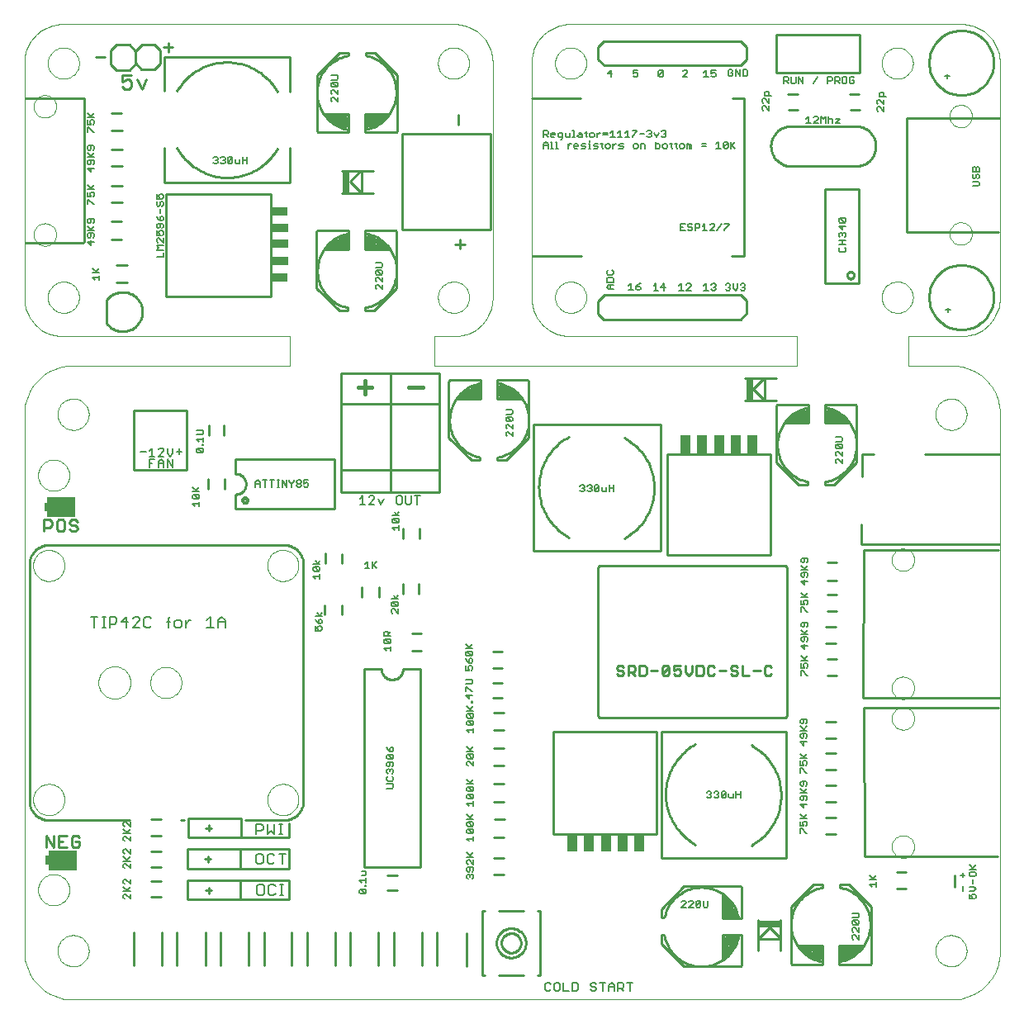
<source format=gto>
G75*
G70*
%OFA0B0*%
%FSLAX24Y24*%
%IPPOS*%
%LPD*%
%AMOC8*
5,1,8,0,0,1.08239X$1,22.5*
%
%ADD10C,0.0004*%
%ADD11C,0.0000*%
%ADD12C,0.0100*%
%ADD13R,0.0906X0.0276*%
%ADD14R,0.0276X0.0906*%
%ADD15R,0.0394X0.0748*%
%ADD16C,0.0050*%
%ADD17C,0.0090*%
%ADD18C,0.0160*%
%ADD19C,0.0060*%
%ADD20R,0.1181X0.0787*%
%ADD21R,0.0236X0.0315*%
%ADD22R,0.0236X0.0236*%
%ADD23C,0.0080*%
%ADD24R,0.0650X0.0374*%
D10*
X003610Y005453D02*
X003610Y027107D01*
X003611Y027201D01*
X003616Y027295D01*
X003625Y027389D01*
X003639Y027482D01*
X003658Y027575D01*
X003681Y027666D01*
X003709Y027756D01*
X003741Y027845D01*
X003777Y027932D01*
X003817Y028017D01*
X003862Y028100D01*
X003910Y028181D01*
X003963Y028259D01*
X004019Y028335D01*
X004079Y028407D01*
X004142Y028477D01*
X004209Y028544D01*
X004279Y028607D01*
X004351Y028667D01*
X004427Y028723D01*
X004505Y028776D01*
X004586Y028824D01*
X004669Y028869D01*
X004754Y028909D01*
X004841Y028945D01*
X004930Y028977D01*
X005020Y029005D01*
X005111Y029028D01*
X005204Y029047D01*
X005297Y029061D01*
X005391Y029070D01*
X005485Y029075D01*
X005579Y029076D01*
X005579Y029075D02*
X014319Y029075D01*
X014319Y030256D01*
X005185Y030256D01*
X005107Y030257D01*
X005030Y030261D01*
X004952Y030269D01*
X004876Y030281D01*
X004800Y030297D01*
X004724Y030317D01*
X004650Y030340D01*
X004577Y030367D01*
X004506Y030398D01*
X004436Y030433D01*
X004368Y030470D01*
X004302Y030512D01*
X004239Y030556D01*
X004177Y030604D01*
X004118Y030654D01*
X004062Y030708D01*
X004008Y030764D01*
X003958Y030823D01*
X003910Y030885D01*
X003866Y030948D01*
X003824Y031014D01*
X003787Y031082D01*
X003752Y031152D01*
X003721Y031223D01*
X003694Y031296D01*
X003671Y031370D01*
X003651Y031446D01*
X003635Y031522D01*
X003623Y031598D01*
X003615Y031676D01*
X003611Y031753D01*
X003610Y031831D01*
X003610Y041280D01*
X003611Y041358D01*
X003615Y041435D01*
X003623Y041513D01*
X003635Y041589D01*
X003651Y041665D01*
X003671Y041741D01*
X003694Y041815D01*
X003721Y041888D01*
X003752Y041959D01*
X003787Y042029D01*
X003824Y042097D01*
X003866Y042163D01*
X003910Y042226D01*
X003958Y042288D01*
X004008Y042347D01*
X004062Y042403D01*
X004118Y042457D01*
X004177Y042507D01*
X004239Y042555D01*
X004302Y042599D01*
X004368Y042641D01*
X004436Y042678D01*
X004506Y042713D01*
X004577Y042744D01*
X004650Y042771D01*
X004724Y042794D01*
X004800Y042814D01*
X004876Y042830D01*
X004952Y042842D01*
X005030Y042850D01*
X005107Y042854D01*
X005185Y042855D01*
X020933Y042855D01*
X021011Y042854D01*
X021088Y042850D01*
X021166Y042842D01*
X021242Y042830D01*
X021318Y042814D01*
X021394Y042794D01*
X021468Y042771D01*
X021541Y042744D01*
X021612Y042713D01*
X021682Y042678D01*
X021750Y042641D01*
X021816Y042599D01*
X021879Y042555D01*
X021941Y042507D01*
X022000Y042457D01*
X022056Y042403D01*
X022110Y042347D01*
X022160Y042288D01*
X022208Y042226D01*
X022252Y042163D01*
X022294Y042097D01*
X022331Y042029D01*
X022366Y041959D01*
X022397Y041888D01*
X022424Y041815D01*
X022447Y041741D01*
X022467Y041665D01*
X022483Y041589D01*
X022495Y041513D01*
X022503Y041435D01*
X022507Y041358D01*
X022508Y041280D01*
X022508Y031831D01*
X022507Y031753D01*
X022503Y031676D01*
X022495Y031598D01*
X022483Y031522D01*
X022467Y031446D01*
X022447Y031370D01*
X022424Y031296D01*
X022397Y031223D01*
X022366Y031152D01*
X022331Y031082D01*
X022294Y031014D01*
X022252Y030948D01*
X022208Y030885D01*
X022160Y030823D01*
X022110Y030764D01*
X022056Y030708D01*
X022000Y030654D01*
X021941Y030604D01*
X021879Y030556D01*
X021816Y030512D01*
X021750Y030470D01*
X021682Y030433D01*
X021612Y030398D01*
X021541Y030367D01*
X021468Y030340D01*
X021394Y030317D01*
X021318Y030297D01*
X021242Y030281D01*
X021166Y030269D01*
X021088Y030261D01*
X021011Y030257D01*
X020933Y030256D01*
X020146Y030256D01*
X020146Y029075D01*
X034791Y029075D01*
X034791Y030256D01*
X025657Y030256D01*
X025579Y030257D01*
X025502Y030261D01*
X025424Y030269D01*
X025348Y030281D01*
X025272Y030297D01*
X025196Y030317D01*
X025122Y030340D01*
X025049Y030367D01*
X024978Y030398D01*
X024908Y030433D01*
X024840Y030470D01*
X024774Y030512D01*
X024711Y030556D01*
X024649Y030604D01*
X024590Y030654D01*
X024534Y030708D01*
X024480Y030764D01*
X024430Y030823D01*
X024382Y030885D01*
X024338Y030948D01*
X024296Y031014D01*
X024259Y031082D01*
X024224Y031152D01*
X024193Y031223D01*
X024166Y031296D01*
X024143Y031370D01*
X024123Y031446D01*
X024107Y031522D01*
X024095Y031598D01*
X024087Y031676D01*
X024083Y031753D01*
X024082Y031831D01*
X024083Y031831D02*
X024083Y041280D01*
X024082Y041280D02*
X024083Y041358D01*
X024087Y041435D01*
X024095Y041513D01*
X024107Y041589D01*
X024123Y041665D01*
X024143Y041741D01*
X024166Y041815D01*
X024193Y041888D01*
X024224Y041959D01*
X024259Y042029D01*
X024296Y042097D01*
X024338Y042163D01*
X024382Y042226D01*
X024430Y042288D01*
X024480Y042347D01*
X024534Y042403D01*
X024590Y042457D01*
X024649Y042507D01*
X024711Y042555D01*
X024774Y042599D01*
X024840Y042641D01*
X024908Y042678D01*
X024978Y042713D01*
X025049Y042744D01*
X025122Y042771D01*
X025196Y042794D01*
X025272Y042814D01*
X025348Y042830D01*
X025424Y042842D01*
X025502Y042850D01*
X025579Y042854D01*
X025657Y042855D01*
X041406Y042855D01*
X041484Y042854D01*
X041561Y042850D01*
X041639Y042842D01*
X041715Y042830D01*
X041791Y042814D01*
X041867Y042794D01*
X041941Y042771D01*
X042014Y042744D01*
X042085Y042713D01*
X042155Y042678D01*
X042223Y042641D01*
X042289Y042599D01*
X042352Y042555D01*
X042414Y042507D01*
X042473Y042457D01*
X042529Y042403D01*
X042583Y042347D01*
X042633Y042288D01*
X042681Y042226D01*
X042725Y042163D01*
X042767Y042097D01*
X042804Y042029D01*
X042839Y041959D01*
X042870Y041888D01*
X042897Y041815D01*
X042920Y041741D01*
X042940Y041665D01*
X042956Y041589D01*
X042968Y041513D01*
X042976Y041435D01*
X042980Y041358D01*
X042981Y041280D01*
X042980Y041280D02*
X042980Y031831D01*
X042981Y031831D02*
X042980Y031753D01*
X042976Y031676D01*
X042968Y031598D01*
X042956Y031522D01*
X042940Y031446D01*
X042920Y031370D01*
X042897Y031296D01*
X042870Y031223D01*
X042839Y031152D01*
X042804Y031082D01*
X042767Y031014D01*
X042725Y030948D01*
X042681Y030885D01*
X042633Y030823D01*
X042583Y030764D01*
X042529Y030708D01*
X042473Y030654D01*
X042414Y030604D01*
X042352Y030556D01*
X042289Y030512D01*
X042223Y030470D01*
X042155Y030433D01*
X042085Y030398D01*
X042014Y030367D01*
X041941Y030340D01*
X041867Y030317D01*
X041791Y030297D01*
X041715Y030281D01*
X041639Y030269D01*
X041561Y030261D01*
X041484Y030257D01*
X041406Y030256D01*
X039280Y030256D01*
X039280Y029075D01*
X041012Y029075D01*
X041012Y029076D02*
X041106Y029075D01*
X041200Y029070D01*
X041294Y029061D01*
X041387Y029047D01*
X041480Y029028D01*
X041571Y029005D01*
X041661Y028977D01*
X041750Y028945D01*
X041837Y028909D01*
X041922Y028869D01*
X042005Y028824D01*
X042086Y028776D01*
X042164Y028723D01*
X042240Y028667D01*
X042312Y028607D01*
X042382Y028544D01*
X042449Y028477D01*
X042512Y028407D01*
X042572Y028335D01*
X042628Y028259D01*
X042681Y028181D01*
X042729Y028100D01*
X042774Y028017D01*
X042814Y027932D01*
X042850Y027845D01*
X042882Y027756D01*
X042910Y027666D01*
X042933Y027575D01*
X042952Y027482D01*
X042966Y027389D01*
X042975Y027295D01*
X042980Y027201D01*
X042981Y027107D01*
X042980Y027107D02*
X042980Y005453D01*
X042981Y005453D02*
X042980Y005359D01*
X042975Y005265D01*
X042966Y005171D01*
X042952Y005078D01*
X042933Y004985D01*
X042910Y004894D01*
X042882Y004804D01*
X042850Y004715D01*
X042814Y004628D01*
X042774Y004543D01*
X042729Y004460D01*
X042681Y004379D01*
X042628Y004301D01*
X042572Y004225D01*
X042512Y004153D01*
X042449Y004083D01*
X042382Y004016D01*
X042312Y003953D01*
X042240Y003893D01*
X042164Y003837D01*
X042086Y003784D01*
X042005Y003736D01*
X041922Y003691D01*
X041837Y003651D01*
X041750Y003615D01*
X041661Y003583D01*
X041571Y003555D01*
X041480Y003532D01*
X041387Y003513D01*
X041294Y003499D01*
X041200Y003490D01*
X041106Y003485D01*
X041012Y003484D01*
X041012Y003485D02*
X005579Y003485D01*
X005579Y003484D02*
X005485Y003485D01*
X005391Y003490D01*
X005297Y003499D01*
X005204Y003513D01*
X005111Y003532D01*
X005020Y003555D01*
X004930Y003583D01*
X004841Y003615D01*
X004754Y003651D01*
X004669Y003691D01*
X004586Y003736D01*
X004505Y003784D01*
X004427Y003837D01*
X004351Y003893D01*
X004279Y003953D01*
X004209Y004016D01*
X004142Y004083D01*
X004079Y004153D01*
X004019Y004225D01*
X003963Y004301D01*
X003910Y004379D01*
X003862Y004460D01*
X003817Y004543D01*
X003777Y004628D01*
X003741Y004715D01*
X003709Y004804D01*
X003681Y004894D01*
X003658Y004985D01*
X003639Y005078D01*
X003625Y005171D01*
X003616Y005265D01*
X003611Y005359D01*
X003610Y005453D01*
D11*
X004949Y005453D02*
X004951Y005503D01*
X004957Y005553D01*
X004967Y005602D01*
X004981Y005650D01*
X004998Y005697D01*
X005019Y005742D01*
X005044Y005786D01*
X005072Y005827D01*
X005104Y005866D01*
X005138Y005903D01*
X005175Y005937D01*
X005215Y005967D01*
X005257Y005994D01*
X005301Y006018D01*
X005347Y006039D01*
X005394Y006055D01*
X005442Y006068D01*
X005492Y006077D01*
X005541Y006082D01*
X005592Y006083D01*
X005642Y006080D01*
X005691Y006073D01*
X005740Y006062D01*
X005788Y006047D01*
X005834Y006029D01*
X005879Y006007D01*
X005922Y005981D01*
X005963Y005952D01*
X006002Y005920D01*
X006038Y005885D01*
X006070Y005847D01*
X006100Y005807D01*
X006127Y005764D01*
X006150Y005720D01*
X006169Y005674D01*
X006185Y005626D01*
X006197Y005577D01*
X006205Y005528D01*
X006209Y005478D01*
X006209Y005428D01*
X006205Y005378D01*
X006197Y005329D01*
X006185Y005280D01*
X006169Y005232D01*
X006150Y005186D01*
X006127Y005142D01*
X006100Y005099D01*
X006070Y005059D01*
X006038Y005021D01*
X006002Y004986D01*
X005963Y004954D01*
X005922Y004925D01*
X005879Y004899D01*
X005834Y004877D01*
X005788Y004859D01*
X005740Y004844D01*
X005691Y004833D01*
X005642Y004826D01*
X005592Y004823D01*
X005541Y004824D01*
X005492Y004829D01*
X005442Y004838D01*
X005394Y004851D01*
X005347Y004867D01*
X005301Y004888D01*
X005257Y004912D01*
X005215Y004939D01*
X005175Y004969D01*
X005138Y005003D01*
X005104Y005040D01*
X005072Y005079D01*
X005044Y005120D01*
X005019Y005164D01*
X004998Y005209D01*
X004981Y005256D01*
X004967Y005304D01*
X004957Y005353D01*
X004951Y005403D01*
X004949Y005453D01*
X004161Y007914D02*
X004163Y007964D01*
X004169Y008014D01*
X004179Y008063D01*
X004193Y008111D01*
X004210Y008158D01*
X004231Y008203D01*
X004256Y008247D01*
X004284Y008288D01*
X004316Y008327D01*
X004350Y008364D01*
X004387Y008398D01*
X004427Y008428D01*
X004469Y008455D01*
X004513Y008479D01*
X004559Y008500D01*
X004606Y008516D01*
X004654Y008529D01*
X004704Y008538D01*
X004753Y008543D01*
X004804Y008544D01*
X004854Y008541D01*
X004903Y008534D01*
X004952Y008523D01*
X005000Y008508D01*
X005046Y008490D01*
X005091Y008468D01*
X005134Y008442D01*
X005175Y008413D01*
X005214Y008381D01*
X005250Y008346D01*
X005282Y008308D01*
X005312Y008268D01*
X005339Y008225D01*
X005362Y008181D01*
X005381Y008135D01*
X005397Y008087D01*
X005409Y008038D01*
X005417Y007989D01*
X005421Y007939D01*
X005421Y007889D01*
X005417Y007839D01*
X005409Y007790D01*
X005397Y007741D01*
X005381Y007693D01*
X005362Y007647D01*
X005339Y007603D01*
X005312Y007560D01*
X005282Y007520D01*
X005250Y007482D01*
X005214Y007447D01*
X005175Y007415D01*
X005134Y007386D01*
X005091Y007360D01*
X005046Y007338D01*
X005000Y007320D01*
X004952Y007305D01*
X004903Y007294D01*
X004854Y007287D01*
X004804Y007284D01*
X004753Y007285D01*
X004704Y007290D01*
X004654Y007299D01*
X004606Y007312D01*
X004559Y007328D01*
X004513Y007349D01*
X004469Y007373D01*
X004427Y007400D01*
X004387Y007430D01*
X004350Y007464D01*
X004316Y007501D01*
X004284Y007540D01*
X004256Y007581D01*
X004231Y007625D01*
X004210Y007670D01*
X004193Y007717D01*
X004179Y007765D01*
X004169Y007814D01*
X004163Y007864D01*
X004161Y007914D01*
X003964Y011555D02*
X003966Y011605D01*
X003972Y011655D01*
X003982Y011704D01*
X003996Y011752D01*
X004013Y011799D01*
X004034Y011844D01*
X004059Y011888D01*
X004087Y011929D01*
X004119Y011968D01*
X004153Y012005D01*
X004190Y012039D01*
X004230Y012069D01*
X004272Y012096D01*
X004316Y012120D01*
X004362Y012141D01*
X004409Y012157D01*
X004457Y012170D01*
X004507Y012179D01*
X004556Y012184D01*
X004607Y012185D01*
X004657Y012182D01*
X004706Y012175D01*
X004755Y012164D01*
X004803Y012149D01*
X004849Y012131D01*
X004894Y012109D01*
X004937Y012083D01*
X004978Y012054D01*
X005017Y012022D01*
X005053Y011987D01*
X005085Y011949D01*
X005115Y011909D01*
X005142Y011866D01*
X005165Y011822D01*
X005184Y011776D01*
X005200Y011728D01*
X005212Y011679D01*
X005220Y011630D01*
X005224Y011580D01*
X005224Y011530D01*
X005220Y011480D01*
X005212Y011431D01*
X005200Y011382D01*
X005184Y011334D01*
X005165Y011288D01*
X005142Y011244D01*
X005115Y011201D01*
X005085Y011161D01*
X005053Y011123D01*
X005017Y011088D01*
X004978Y011056D01*
X004937Y011027D01*
X004894Y011001D01*
X004849Y010979D01*
X004803Y010961D01*
X004755Y010946D01*
X004706Y010935D01*
X004657Y010928D01*
X004607Y010925D01*
X004556Y010926D01*
X004507Y010931D01*
X004457Y010940D01*
X004409Y010953D01*
X004362Y010969D01*
X004316Y010990D01*
X004272Y011014D01*
X004230Y011041D01*
X004190Y011071D01*
X004153Y011105D01*
X004119Y011142D01*
X004087Y011181D01*
X004059Y011222D01*
X004034Y011266D01*
X004013Y011311D01*
X003996Y011358D01*
X003982Y011406D01*
X003972Y011455D01*
X003966Y011505D01*
X003964Y011555D01*
X006592Y016280D02*
X006594Y016330D01*
X006600Y016380D01*
X006610Y016430D01*
X006623Y016478D01*
X006640Y016526D01*
X006661Y016572D01*
X006685Y016616D01*
X006713Y016658D01*
X006744Y016698D01*
X006778Y016735D01*
X006815Y016770D01*
X006854Y016801D01*
X006895Y016830D01*
X006939Y016855D01*
X006985Y016877D01*
X007032Y016895D01*
X007080Y016909D01*
X007129Y016920D01*
X007179Y016927D01*
X007229Y016930D01*
X007280Y016929D01*
X007330Y016924D01*
X007380Y016915D01*
X007428Y016903D01*
X007476Y016886D01*
X007522Y016866D01*
X007567Y016843D01*
X007610Y016816D01*
X007650Y016786D01*
X007688Y016753D01*
X007723Y016717D01*
X007756Y016678D01*
X007785Y016637D01*
X007811Y016594D01*
X007834Y016549D01*
X007853Y016502D01*
X007868Y016454D01*
X007880Y016405D01*
X007888Y016355D01*
X007892Y016305D01*
X007892Y016255D01*
X007888Y016205D01*
X007880Y016155D01*
X007868Y016106D01*
X007853Y016058D01*
X007834Y016011D01*
X007811Y015966D01*
X007785Y015923D01*
X007756Y015882D01*
X007723Y015843D01*
X007688Y015807D01*
X007650Y015774D01*
X007610Y015744D01*
X007567Y015717D01*
X007522Y015694D01*
X007476Y015674D01*
X007428Y015657D01*
X007380Y015645D01*
X007330Y015636D01*
X007280Y015631D01*
X007229Y015630D01*
X007179Y015633D01*
X007129Y015640D01*
X007080Y015651D01*
X007032Y015665D01*
X006985Y015683D01*
X006939Y015705D01*
X006895Y015730D01*
X006854Y015759D01*
X006815Y015790D01*
X006778Y015825D01*
X006744Y015862D01*
X006713Y015902D01*
X006685Y015944D01*
X006661Y015988D01*
X006640Y016034D01*
X006623Y016082D01*
X006610Y016130D01*
X006600Y016180D01*
X006594Y016230D01*
X006592Y016280D01*
X008689Y016280D02*
X008691Y016330D01*
X008697Y016380D01*
X008707Y016429D01*
X008721Y016477D01*
X008738Y016524D01*
X008759Y016569D01*
X008784Y016613D01*
X008812Y016654D01*
X008844Y016693D01*
X008878Y016730D01*
X008915Y016764D01*
X008955Y016794D01*
X008997Y016821D01*
X009041Y016845D01*
X009087Y016866D01*
X009134Y016882D01*
X009182Y016895D01*
X009232Y016904D01*
X009281Y016909D01*
X009332Y016910D01*
X009382Y016907D01*
X009431Y016900D01*
X009480Y016889D01*
X009528Y016874D01*
X009574Y016856D01*
X009619Y016834D01*
X009662Y016808D01*
X009703Y016779D01*
X009742Y016747D01*
X009778Y016712D01*
X009810Y016674D01*
X009840Y016634D01*
X009867Y016591D01*
X009890Y016547D01*
X009909Y016501D01*
X009925Y016453D01*
X009937Y016404D01*
X009945Y016355D01*
X009949Y016305D01*
X009949Y016255D01*
X009945Y016205D01*
X009937Y016156D01*
X009925Y016107D01*
X009909Y016059D01*
X009890Y016013D01*
X009867Y015969D01*
X009840Y015926D01*
X009810Y015886D01*
X009778Y015848D01*
X009742Y015813D01*
X009703Y015781D01*
X009662Y015752D01*
X009619Y015726D01*
X009574Y015704D01*
X009528Y015686D01*
X009480Y015671D01*
X009431Y015660D01*
X009382Y015653D01*
X009332Y015650D01*
X009281Y015651D01*
X009232Y015656D01*
X009182Y015665D01*
X009134Y015678D01*
X009087Y015694D01*
X009041Y015715D01*
X008997Y015739D01*
X008955Y015766D01*
X008915Y015796D01*
X008878Y015830D01*
X008844Y015867D01*
X008812Y015906D01*
X008784Y015947D01*
X008759Y015991D01*
X008738Y016036D01*
X008721Y016083D01*
X008707Y016131D01*
X008697Y016180D01*
X008691Y016230D01*
X008689Y016280D01*
X003964Y021004D02*
X003966Y021054D01*
X003972Y021104D01*
X003982Y021153D01*
X003996Y021201D01*
X004013Y021248D01*
X004034Y021293D01*
X004059Y021337D01*
X004087Y021378D01*
X004119Y021417D01*
X004153Y021454D01*
X004190Y021488D01*
X004230Y021518D01*
X004272Y021545D01*
X004316Y021569D01*
X004362Y021590D01*
X004409Y021606D01*
X004457Y021619D01*
X004507Y021628D01*
X004556Y021633D01*
X004607Y021634D01*
X004657Y021631D01*
X004706Y021624D01*
X004755Y021613D01*
X004803Y021598D01*
X004849Y021580D01*
X004894Y021558D01*
X004937Y021532D01*
X004978Y021503D01*
X005017Y021471D01*
X005053Y021436D01*
X005085Y021398D01*
X005115Y021358D01*
X005142Y021315D01*
X005165Y021271D01*
X005184Y021225D01*
X005200Y021177D01*
X005212Y021128D01*
X005220Y021079D01*
X005224Y021029D01*
X005224Y020979D01*
X005220Y020929D01*
X005212Y020880D01*
X005200Y020831D01*
X005184Y020783D01*
X005165Y020737D01*
X005142Y020693D01*
X005115Y020650D01*
X005085Y020610D01*
X005053Y020572D01*
X005017Y020537D01*
X004978Y020505D01*
X004937Y020476D01*
X004894Y020450D01*
X004849Y020428D01*
X004803Y020410D01*
X004755Y020395D01*
X004706Y020384D01*
X004657Y020377D01*
X004607Y020374D01*
X004556Y020375D01*
X004507Y020380D01*
X004457Y020389D01*
X004409Y020402D01*
X004362Y020418D01*
X004316Y020439D01*
X004272Y020463D01*
X004230Y020490D01*
X004190Y020520D01*
X004153Y020554D01*
X004119Y020591D01*
X004087Y020630D01*
X004059Y020671D01*
X004034Y020715D01*
X004013Y020760D01*
X003996Y020807D01*
X003982Y020855D01*
X003972Y020904D01*
X003966Y020954D01*
X003964Y021004D01*
X004161Y024646D02*
X004163Y024696D01*
X004169Y024746D01*
X004179Y024795D01*
X004193Y024843D01*
X004210Y024890D01*
X004231Y024935D01*
X004256Y024979D01*
X004284Y025020D01*
X004316Y025059D01*
X004350Y025096D01*
X004387Y025130D01*
X004427Y025160D01*
X004469Y025187D01*
X004513Y025211D01*
X004559Y025232D01*
X004606Y025248D01*
X004654Y025261D01*
X004704Y025270D01*
X004753Y025275D01*
X004804Y025276D01*
X004854Y025273D01*
X004903Y025266D01*
X004952Y025255D01*
X005000Y025240D01*
X005046Y025222D01*
X005091Y025200D01*
X005134Y025174D01*
X005175Y025145D01*
X005214Y025113D01*
X005250Y025078D01*
X005282Y025040D01*
X005312Y025000D01*
X005339Y024957D01*
X005362Y024913D01*
X005381Y024867D01*
X005397Y024819D01*
X005409Y024770D01*
X005417Y024721D01*
X005421Y024671D01*
X005421Y024621D01*
X005417Y024571D01*
X005409Y024522D01*
X005397Y024473D01*
X005381Y024425D01*
X005362Y024379D01*
X005339Y024335D01*
X005312Y024292D01*
X005282Y024252D01*
X005250Y024214D01*
X005214Y024179D01*
X005175Y024147D01*
X005134Y024118D01*
X005091Y024092D01*
X005046Y024070D01*
X005000Y024052D01*
X004952Y024037D01*
X004903Y024026D01*
X004854Y024019D01*
X004804Y024016D01*
X004753Y024017D01*
X004704Y024022D01*
X004654Y024031D01*
X004606Y024044D01*
X004559Y024060D01*
X004513Y024081D01*
X004469Y024105D01*
X004427Y024132D01*
X004387Y024162D01*
X004350Y024196D01*
X004316Y024233D01*
X004284Y024272D01*
X004256Y024313D01*
X004231Y024357D01*
X004210Y024402D01*
X004193Y024449D01*
X004179Y024497D01*
X004169Y024546D01*
X004163Y024596D01*
X004161Y024646D01*
X004949Y027107D02*
X004951Y027157D01*
X004957Y027207D01*
X004967Y027256D01*
X004981Y027304D01*
X004998Y027351D01*
X005019Y027396D01*
X005044Y027440D01*
X005072Y027481D01*
X005104Y027520D01*
X005138Y027557D01*
X005175Y027591D01*
X005215Y027621D01*
X005257Y027648D01*
X005301Y027672D01*
X005347Y027693D01*
X005394Y027709D01*
X005442Y027722D01*
X005492Y027731D01*
X005541Y027736D01*
X005592Y027737D01*
X005642Y027734D01*
X005691Y027727D01*
X005740Y027716D01*
X005788Y027701D01*
X005834Y027683D01*
X005879Y027661D01*
X005922Y027635D01*
X005963Y027606D01*
X006002Y027574D01*
X006038Y027539D01*
X006070Y027501D01*
X006100Y027461D01*
X006127Y027418D01*
X006150Y027374D01*
X006169Y027328D01*
X006185Y027280D01*
X006197Y027231D01*
X006205Y027182D01*
X006209Y027132D01*
X006209Y027082D01*
X006205Y027032D01*
X006197Y026983D01*
X006185Y026934D01*
X006169Y026886D01*
X006150Y026840D01*
X006127Y026796D01*
X006100Y026753D01*
X006070Y026713D01*
X006038Y026675D01*
X006002Y026640D01*
X005963Y026608D01*
X005922Y026579D01*
X005879Y026553D01*
X005834Y026531D01*
X005788Y026513D01*
X005740Y026498D01*
X005691Y026487D01*
X005642Y026480D01*
X005592Y026477D01*
X005541Y026478D01*
X005492Y026483D01*
X005442Y026492D01*
X005394Y026505D01*
X005347Y026521D01*
X005301Y026542D01*
X005257Y026566D01*
X005215Y026593D01*
X005175Y026623D01*
X005138Y026657D01*
X005104Y026694D01*
X005072Y026733D01*
X005044Y026774D01*
X005019Y026818D01*
X004998Y026863D01*
X004981Y026910D01*
X004967Y026958D01*
X004957Y027007D01*
X004951Y027057D01*
X004949Y027107D01*
X004555Y031831D02*
X004557Y031881D01*
X004563Y031931D01*
X004573Y031980D01*
X004587Y032028D01*
X004604Y032075D01*
X004625Y032120D01*
X004650Y032164D01*
X004678Y032205D01*
X004710Y032244D01*
X004744Y032281D01*
X004781Y032315D01*
X004821Y032345D01*
X004863Y032372D01*
X004907Y032396D01*
X004953Y032417D01*
X005000Y032433D01*
X005048Y032446D01*
X005098Y032455D01*
X005147Y032460D01*
X005198Y032461D01*
X005248Y032458D01*
X005297Y032451D01*
X005346Y032440D01*
X005394Y032425D01*
X005440Y032407D01*
X005485Y032385D01*
X005528Y032359D01*
X005569Y032330D01*
X005608Y032298D01*
X005644Y032263D01*
X005676Y032225D01*
X005706Y032185D01*
X005733Y032142D01*
X005756Y032098D01*
X005775Y032052D01*
X005791Y032004D01*
X005803Y031955D01*
X005811Y031906D01*
X005815Y031856D01*
X005815Y031806D01*
X005811Y031756D01*
X005803Y031707D01*
X005791Y031658D01*
X005775Y031610D01*
X005756Y031564D01*
X005733Y031520D01*
X005706Y031477D01*
X005676Y031437D01*
X005644Y031399D01*
X005608Y031364D01*
X005569Y031332D01*
X005528Y031303D01*
X005485Y031277D01*
X005440Y031255D01*
X005394Y031237D01*
X005346Y031222D01*
X005297Y031211D01*
X005248Y031204D01*
X005198Y031201D01*
X005147Y031202D01*
X005098Y031207D01*
X005048Y031216D01*
X005000Y031229D01*
X004953Y031245D01*
X004907Y031266D01*
X004863Y031290D01*
X004821Y031317D01*
X004781Y031347D01*
X004744Y031381D01*
X004710Y031418D01*
X004678Y031457D01*
X004650Y031498D01*
X004625Y031542D01*
X004604Y031587D01*
X004587Y031634D01*
X004573Y031682D01*
X004563Y031731D01*
X004557Y031781D01*
X004555Y031831D01*
X003984Y034362D02*
X003986Y034404D01*
X003992Y034446D01*
X004002Y034488D01*
X004015Y034528D01*
X004033Y034567D01*
X004054Y034604D01*
X004078Y034638D01*
X004106Y034671D01*
X004136Y034701D01*
X004169Y034727D01*
X004204Y034751D01*
X004242Y034771D01*
X004281Y034787D01*
X004321Y034800D01*
X004363Y034809D01*
X004405Y034814D01*
X004448Y034815D01*
X004490Y034812D01*
X004532Y034805D01*
X004573Y034794D01*
X004613Y034779D01*
X004651Y034761D01*
X004688Y034739D01*
X004722Y034714D01*
X004754Y034686D01*
X004782Y034655D01*
X004808Y034621D01*
X004831Y034585D01*
X004850Y034548D01*
X004866Y034508D01*
X004878Y034467D01*
X004886Y034426D01*
X004890Y034383D01*
X004890Y034341D01*
X004886Y034298D01*
X004878Y034257D01*
X004866Y034216D01*
X004850Y034176D01*
X004831Y034139D01*
X004808Y034103D01*
X004782Y034069D01*
X004754Y034038D01*
X004722Y034010D01*
X004688Y033985D01*
X004651Y033963D01*
X004613Y033945D01*
X004573Y033930D01*
X004532Y033919D01*
X004490Y033912D01*
X004448Y033909D01*
X004405Y033910D01*
X004363Y033915D01*
X004321Y033924D01*
X004281Y033937D01*
X004242Y033953D01*
X004204Y033973D01*
X004169Y033997D01*
X004136Y034023D01*
X004106Y034053D01*
X004078Y034086D01*
X004054Y034120D01*
X004033Y034157D01*
X004015Y034196D01*
X004002Y034236D01*
X003992Y034278D01*
X003986Y034320D01*
X003984Y034362D01*
X003984Y039536D02*
X003986Y039578D01*
X003992Y039620D01*
X004002Y039662D01*
X004015Y039702D01*
X004033Y039741D01*
X004054Y039778D01*
X004078Y039812D01*
X004106Y039845D01*
X004136Y039875D01*
X004169Y039901D01*
X004204Y039925D01*
X004242Y039945D01*
X004281Y039961D01*
X004321Y039974D01*
X004363Y039983D01*
X004405Y039988D01*
X004448Y039989D01*
X004490Y039986D01*
X004532Y039979D01*
X004573Y039968D01*
X004613Y039953D01*
X004651Y039935D01*
X004688Y039913D01*
X004722Y039888D01*
X004754Y039860D01*
X004782Y039829D01*
X004808Y039795D01*
X004831Y039759D01*
X004850Y039722D01*
X004866Y039682D01*
X004878Y039641D01*
X004886Y039600D01*
X004890Y039557D01*
X004890Y039515D01*
X004886Y039472D01*
X004878Y039431D01*
X004866Y039390D01*
X004850Y039350D01*
X004831Y039313D01*
X004808Y039277D01*
X004782Y039243D01*
X004754Y039212D01*
X004722Y039184D01*
X004688Y039159D01*
X004651Y039137D01*
X004613Y039119D01*
X004573Y039104D01*
X004532Y039093D01*
X004490Y039086D01*
X004448Y039083D01*
X004405Y039084D01*
X004363Y039089D01*
X004321Y039098D01*
X004281Y039111D01*
X004242Y039127D01*
X004204Y039147D01*
X004169Y039171D01*
X004136Y039197D01*
X004106Y039227D01*
X004078Y039260D01*
X004054Y039294D01*
X004033Y039331D01*
X004015Y039370D01*
X004002Y039410D01*
X003992Y039452D01*
X003986Y039494D01*
X003984Y039536D01*
X004555Y041280D02*
X004557Y041330D01*
X004563Y041380D01*
X004573Y041429D01*
X004587Y041477D01*
X004604Y041524D01*
X004625Y041569D01*
X004650Y041613D01*
X004678Y041654D01*
X004710Y041693D01*
X004744Y041730D01*
X004781Y041764D01*
X004821Y041794D01*
X004863Y041821D01*
X004907Y041845D01*
X004953Y041866D01*
X005000Y041882D01*
X005048Y041895D01*
X005098Y041904D01*
X005147Y041909D01*
X005198Y041910D01*
X005248Y041907D01*
X005297Y041900D01*
X005346Y041889D01*
X005394Y041874D01*
X005440Y041856D01*
X005485Y041834D01*
X005528Y041808D01*
X005569Y041779D01*
X005608Y041747D01*
X005644Y041712D01*
X005676Y041674D01*
X005706Y041634D01*
X005733Y041591D01*
X005756Y041547D01*
X005775Y041501D01*
X005791Y041453D01*
X005803Y041404D01*
X005811Y041355D01*
X005815Y041305D01*
X005815Y041255D01*
X005811Y041205D01*
X005803Y041156D01*
X005791Y041107D01*
X005775Y041059D01*
X005756Y041013D01*
X005733Y040969D01*
X005706Y040926D01*
X005676Y040886D01*
X005644Y040848D01*
X005608Y040813D01*
X005569Y040781D01*
X005528Y040752D01*
X005485Y040726D01*
X005440Y040704D01*
X005394Y040686D01*
X005346Y040671D01*
X005297Y040660D01*
X005248Y040653D01*
X005198Y040650D01*
X005147Y040651D01*
X005098Y040656D01*
X005048Y040665D01*
X005000Y040678D01*
X004953Y040694D01*
X004907Y040715D01*
X004863Y040739D01*
X004821Y040766D01*
X004781Y040796D01*
X004744Y040830D01*
X004710Y040867D01*
X004678Y040906D01*
X004650Y040947D01*
X004625Y040991D01*
X004604Y041036D01*
X004587Y041083D01*
X004573Y041131D01*
X004563Y041180D01*
X004557Y041230D01*
X004555Y041280D01*
X020303Y041280D02*
X020305Y041330D01*
X020311Y041380D01*
X020321Y041429D01*
X020335Y041477D01*
X020352Y041524D01*
X020373Y041569D01*
X020398Y041613D01*
X020426Y041654D01*
X020458Y041693D01*
X020492Y041730D01*
X020529Y041764D01*
X020569Y041794D01*
X020611Y041821D01*
X020655Y041845D01*
X020701Y041866D01*
X020748Y041882D01*
X020796Y041895D01*
X020846Y041904D01*
X020895Y041909D01*
X020946Y041910D01*
X020996Y041907D01*
X021045Y041900D01*
X021094Y041889D01*
X021142Y041874D01*
X021188Y041856D01*
X021233Y041834D01*
X021276Y041808D01*
X021317Y041779D01*
X021356Y041747D01*
X021392Y041712D01*
X021424Y041674D01*
X021454Y041634D01*
X021481Y041591D01*
X021504Y041547D01*
X021523Y041501D01*
X021539Y041453D01*
X021551Y041404D01*
X021559Y041355D01*
X021563Y041305D01*
X021563Y041255D01*
X021559Y041205D01*
X021551Y041156D01*
X021539Y041107D01*
X021523Y041059D01*
X021504Y041013D01*
X021481Y040969D01*
X021454Y040926D01*
X021424Y040886D01*
X021392Y040848D01*
X021356Y040813D01*
X021317Y040781D01*
X021276Y040752D01*
X021233Y040726D01*
X021188Y040704D01*
X021142Y040686D01*
X021094Y040671D01*
X021045Y040660D01*
X020996Y040653D01*
X020946Y040650D01*
X020895Y040651D01*
X020846Y040656D01*
X020796Y040665D01*
X020748Y040678D01*
X020701Y040694D01*
X020655Y040715D01*
X020611Y040739D01*
X020569Y040766D01*
X020529Y040796D01*
X020492Y040830D01*
X020458Y040867D01*
X020426Y040906D01*
X020398Y040947D01*
X020373Y040991D01*
X020352Y041036D01*
X020335Y041083D01*
X020321Y041131D01*
X020311Y041180D01*
X020305Y041230D01*
X020303Y041280D01*
X025027Y041280D02*
X025029Y041330D01*
X025035Y041380D01*
X025045Y041429D01*
X025059Y041477D01*
X025076Y041524D01*
X025097Y041569D01*
X025122Y041613D01*
X025150Y041654D01*
X025182Y041693D01*
X025216Y041730D01*
X025253Y041764D01*
X025293Y041794D01*
X025335Y041821D01*
X025379Y041845D01*
X025425Y041866D01*
X025472Y041882D01*
X025520Y041895D01*
X025570Y041904D01*
X025619Y041909D01*
X025670Y041910D01*
X025720Y041907D01*
X025769Y041900D01*
X025818Y041889D01*
X025866Y041874D01*
X025912Y041856D01*
X025957Y041834D01*
X026000Y041808D01*
X026041Y041779D01*
X026080Y041747D01*
X026116Y041712D01*
X026148Y041674D01*
X026178Y041634D01*
X026205Y041591D01*
X026228Y041547D01*
X026247Y041501D01*
X026263Y041453D01*
X026275Y041404D01*
X026283Y041355D01*
X026287Y041305D01*
X026287Y041255D01*
X026283Y041205D01*
X026275Y041156D01*
X026263Y041107D01*
X026247Y041059D01*
X026228Y041013D01*
X026205Y040969D01*
X026178Y040926D01*
X026148Y040886D01*
X026116Y040848D01*
X026080Y040813D01*
X026041Y040781D01*
X026000Y040752D01*
X025957Y040726D01*
X025912Y040704D01*
X025866Y040686D01*
X025818Y040671D01*
X025769Y040660D01*
X025720Y040653D01*
X025670Y040650D01*
X025619Y040651D01*
X025570Y040656D01*
X025520Y040665D01*
X025472Y040678D01*
X025425Y040694D01*
X025379Y040715D01*
X025335Y040739D01*
X025293Y040766D01*
X025253Y040796D01*
X025216Y040830D01*
X025182Y040867D01*
X025150Y040906D01*
X025122Y040947D01*
X025097Y040991D01*
X025076Y041036D01*
X025059Y041083D01*
X025045Y041131D01*
X025035Y041180D01*
X025029Y041230D01*
X025027Y041280D01*
X025027Y031831D02*
X025029Y031881D01*
X025035Y031931D01*
X025045Y031980D01*
X025059Y032028D01*
X025076Y032075D01*
X025097Y032120D01*
X025122Y032164D01*
X025150Y032205D01*
X025182Y032244D01*
X025216Y032281D01*
X025253Y032315D01*
X025293Y032345D01*
X025335Y032372D01*
X025379Y032396D01*
X025425Y032417D01*
X025472Y032433D01*
X025520Y032446D01*
X025570Y032455D01*
X025619Y032460D01*
X025670Y032461D01*
X025720Y032458D01*
X025769Y032451D01*
X025818Y032440D01*
X025866Y032425D01*
X025912Y032407D01*
X025957Y032385D01*
X026000Y032359D01*
X026041Y032330D01*
X026080Y032298D01*
X026116Y032263D01*
X026148Y032225D01*
X026178Y032185D01*
X026205Y032142D01*
X026228Y032098D01*
X026247Y032052D01*
X026263Y032004D01*
X026275Y031955D01*
X026283Y031906D01*
X026287Y031856D01*
X026287Y031806D01*
X026283Y031756D01*
X026275Y031707D01*
X026263Y031658D01*
X026247Y031610D01*
X026228Y031564D01*
X026205Y031520D01*
X026178Y031477D01*
X026148Y031437D01*
X026116Y031399D01*
X026080Y031364D01*
X026041Y031332D01*
X026000Y031303D01*
X025957Y031277D01*
X025912Y031255D01*
X025866Y031237D01*
X025818Y031222D01*
X025769Y031211D01*
X025720Y031204D01*
X025670Y031201D01*
X025619Y031202D01*
X025570Y031207D01*
X025520Y031216D01*
X025472Y031229D01*
X025425Y031245D01*
X025379Y031266D01*
X025335Y031290D01*
X025293Y031317D01*
X025253Y031347D01*
X025216Y031381D01*
X025182Y031418D01*
X025150Y031457D01*
X025122Y031498D01*
X025097Y031542D01*
X025076Y031587D01*
X025059Y031634D01*
X025045Y031682D01*
X025035Y031731D01*
X025029Y031781D01*
X025027Y031831D01*
X020303Y031831D02*
X020305Y031881D01*
X020311Y031931D01*
X020321Y031980D01*
X020335Y032028D01*
X020352Y032075D01*
X020373Y032120D01*
X020398Y032164D01*
X020426Y032205D01*
X020458Y032244D01*
X020492Y032281D01*
X020529Y032315D01*
X020569Y032345D01*
X020611Y032372D01*
X020655Y032396D01*
X020701Y032417D01*
X020748Y032433D01*
X020796Y032446D01*
X020846Y032455D01*
X020895Y032460D01*
X020946Y032461D01*
X020996Y032458D01*
X021045Y032451D01*
X021094Y032440D01*
X021142Y032425D01*
X021188Y032407D01*
X021233Y032385D01*
X021276Y032359D01*
X021317Y032330D01*
X021356Y032298D01*
X021392Y032263D01*
X021424Y032225D01*
X021454Y032185D01*
X021481Y032142D01*
X021504Y032098D01*
X021523Y032052D01*
X021539Y032004D01*
X021551Y031955D01*
X021559Y031906D01*
X021563Y031856D01*
X021563Y031806D01*
X021559Y031756D01*
X021551Y031707D01*
X021539Y031658D01*
X021523Y031610D01*
X021504Y031564D01*
X021481Y031520D01*
X021454Y031477D01*
X021424Y031437D01*
X021392Y031399D01*
X021356Y031364D01*
X021317Y031332D01*
X021276Y031303D01*
X021233Y031277D01*
X021188Y031255D01*
X021142Y031237D01*
X021094Y031222D01*
X021045Y031211D01*
X020996Y031204D01*
X020946Y031201D01*
X020895Y031202D01*
X020846Y031207D01*
X020796Y031216D01*
X020748Y031229D01*
X020701Y031245D01*
X020655Y031266D01*
X020611Y031290D01*
X020569Y031317D01*
X020529Y031347D01*
X020492Y031381D01*
X020458Y031418D01*
X020426Y031457D01*
X020398Y031498D01*
X020373Y031542D01*
X020352Y031587D01*
X020335Y031634D01*
X020321Y031682D01*
X020311Y031731D01*
X020305Y031781D01*
X020303Y031831D01*
X013413Y021004D02*
X013415Y021054D01*
X013421Y021104D01*
X013431Y021153D01*
X013445Y021201D01*
X013462Y021248D01*
X013483Y021293D01*
X013508Y021337D01*
X013536Y021378D01*
X013568Y021417D01*
X013602Y021454D01*
X013639Y021488D01*
X013679Y021518D01*
X013721Y021545D01*
X013765Y021569D01*
X013811Y021590D01*
X013858Y021606D01*
X013906Y021619D01*
X013956Y021628D01*
X014005Y021633D01*
X014056Y021634D01*
X014106Y021631D01*
X014155Y021624D01*
X014204Y021613D01*
X014252Y021598D01*
X014298Y021580D01*
X014343Y021558D01*
X014386Y021532D01*
X014427Y021503D01*
X014466Y021471D01*
X014502Y021436D01*
X014534Y021398D01*
X014564Y021358D01*
X014591Y021315D01*
X014614Y021271D01*
X014633Y021225D01*
X014649Y021177D01*
X014661Y021128D01*
X014669Y021079D01*
X014673Y021029D01*
X014673Y020979D01*
X014669Y020929D01*
X014661Y020880D01*
X014649Y020831D01*
X014633Y020783D01*
X014614Y020737D01*
X014591Y020693D01*
X014564Y020650D01*
X014534Y020610D01*
X014502Y020572D01*
X014466Y020537D01*
X014427Y020505D01*
X014386Y020476D01*
X014343Y020450D01*
X014298Y020428D01*
X014252Y020410D01*
X014204Y020395D01*
X014155Y020384D01*
X014106Y020377D01*
X014056Y020374D01*
X014005Y020375D01*
X013956Y020380D01*
X013906Y020389D01*
X013858Y020402D01*
X013811Y020418D01*
X013765Y020439D01*
X013721Y020463D01*
X013679Y020490D01*
X013639Y020520D01*
X013602Y020554D01*
X013568Y020591D01*
X013536Y020630D01*
X013508Y020671D01*
X013483Y020715D01*
X013462Y020760D01*
X013445Y020807D01*
X013431Y020855D01*
X013421Y020904D01*
X013415Y020954D01*
X013413Y021004D01*
X013413Y011555D02*
X013415Y011605D01*
X013421Y011655D01*
X013431Y011704D01*
X013445Y011752D01*
X013462Y011799D01*
X013483Y011844D01*
X013508Y011888D01*
X013536Y011929D01*
X013568Y011968D01*
X013602Y012005D01*
X013639Y012039D01*
X013679Y012069D01*
X013721Y012096D01*
X013765Y012120D01*
X013811Y012141D01*
X013858Y012157D01*
X013906Y012170D01*
X013956Y012179D01*
X014005Y012184D01*
X014056Y012185D01*
X014106Y012182D01*
X014155Y012175D01*
X014204Y012164D01*
X014252Y012149D01*
X014298Y012131D01*
X014343Y012109D01*
X014386Y012083D01*
X014427Y012054D01*
X014466Y012022D01*
X014502Y011987D01*
X014534Y011949D01*
X014564Y011909D01*
X014591Y011866D01*
X014614Y011822D01*
X014633Y011776D01*
X014649Y011728D01*
X014661Y011679D01*
X014669Y011630D01*
X014673Y011580D01*
X014673Y011530D01*
X014669Y011480D01*
X014661Y011431D01*
X014649Y011382D01*
X014633Y011334D01*
X014614Y011288D01*
X014591Y011244D01*
X014564Y011201D01*
X014534Y011161D01*
X014502Y011123D01*
X014466Y011088D01*
X014427Y011056D01*
X014386Y011027D01*
X014343Y011001D01*
X014298Y010979D01*
X014252Y010961D01*
X014204Y010946D01*
X014155Y010935D01*
X014106Y010928D01*
X014056Y010925D01*
X014005Y010926D01*
X013956Y010931D01*
X013906Y010940D01*
X013858Y010953D01*
X013811Y010969D01*
X013765Y010990D01*
X013721Y011014D01*
X013679Y011041D01*
X013639Y011071D01*
X013602Y011105D01*
X013568Y011142D01*
X013536Y011181D01*
X013508Y011222D01*
X013483Y011266D01*
X013462Y011311D01*
X013445Y011358D01*
X013431Y011406D01*
X013421Y011455D01*
X013415Y011505D01*
X013413Y011555D01*
X038620Y009657D02*
X038622Y009699D01*
X038628Y009741D01*
X038638Y009783D01*
X038651Y009823D01*
X038669Y009862D01*
X038690Y009899D01*
X038714Y009933D01*
X038742Y009966D01*
X038772Y009996D01*
X038805Y010022D01*
X038840Y010046D01*
X038878Y010066D01*
X038917Y010082D01*
X038957Y010095D01*
X038999Y010104D01*
X039041Y010109D01*
X039084Y010110D01*
X039126Y010107D01*
X039168Y010100D01*
X039209Y010089D01*
X039249Y010074D01*
X039287Y010056D01*
X039324Y010034D01*
X039358Y010009D01*
X039390Y009981D01*
X039418Y009950D01*
X039444Y009916D01*
X039467Y009880D01*
X039486Y009843D01*
X039502Y009803D01*
X039514Y009762D01*
X039522Y009721D01*
X039526Y009678D01*
X039526Y009636D01*
X039522Y009593D01*
X039514Y009552D01*
X039502Y009511D01*
X039486Y009471D01*
X039467Y009434D01*
X039444Y009398D01*
X039418Y009364D01*
X039390Y009333D01*
X039358Y009305D01*
X039324Y009280D01*
X039287Y009258D01*
X039249Y009240D01*
X039209Y009225D01*
X039168Y009214D01*
X039126Y009207D01*
X039084Y009204D01*
X039041Y009205D01*
X038999Y009210D01*
X038957Y009219D01*
X038917Y009232D01*
X038878Y009248D01*
X038840Y009268D01*
X038805Y009292D01*
X038772Y009318D01*
X038742Y009348D01*
X038714Y009381D01*
X038690Y009415D01*
X038669Y009452D01*
X038651Y009491D01*
X038638Y009531D01*
X038628Y009573D01*
X038622Y009615D01*
X038620Y009657D01*
X040382Y005453D02*
X040384Y005503D01*
X040390Y005553D01*
X040400Y005602D01*
X040414Y005650D01*
X040431Y005697D01*
X040452Y005742D01*
X040477Y005786D01*
X040505Y005827D01*
X040537Y005866D01*
X040571Y005903D01*
X040608Y005937D01*
X040648Y005967D01*
X040690Y005994D01*
X040734Y006018D01*
X040780Y006039D01*
X040827Y006055D01*
X040875Y006068D01*
X040925Y006077D01*
X040974Y006082D01*
X041025Y006083D01*
X041075Y006080D01*
X041124Y006073D01*
X041173Y006062D01*
X041221Y006047D01*
X041267Y006029D01*
X041312Y006007D01*
X041355Y005981D01*
X041396Y005952D01*
X041435Y005920D01*
X041471Y005885D01*
X041503Y005847D01*
X041533Y005807D01*
X041560Y005764D01*
X041583Y005720D01*
X041602Y005674D01*
X041618Y005626D01*
X041630Y005577D01*
X041638Y005528D01*
X041642Y005478D01*
X041642Y005428D01*
X041638Y005378D01*
X041630Y005329D01*
X041618Y005280D01*
X041602Y005232D01*
X041583Y005186D01*
X041560Y005142D01*
X041533Y005099D01*
X041503Y005059D01*
X041471Y005021D01*
X041435Y004986D01*
X041396Y004954D01*
X041355Y004925D01*
X041312Y004899D01*
X041267Y004877D01*
X041221Y004859D01*
X041173Y004844D01*
X041124Y004833D01*
X041075Y004826D01*
X041025Y004823D01*
X040974Y004824D01*
X040925Y004829D01*
X040875Y004838D01*
X040827Y004851D01*
X040780Y004867D01*
X040734Y004888D01*
X040690Y004912D01*
X040648Y004939D01*
X040608Y004969D01*
X040571Y005003D01*
X040537Y005040D01*
X040505Y005079D01*
X040477Y005120D01*
X040452Y005164D01*
X040431Y005209D01*
X040414Y005256D01*
X040400Y005304D01*
X040390Y005353D01*
X040384Y005403D01*
X040382Y005453D01*
X038620Y014830D02*
X038622Y014872D01*
X038628Y014914D01*
X038638Y014956D01*
X038651Y014996D01*
X038669Y015035D01*
X038690Y015072D01*
X038714Y015106D01*
X038742Y015139D01*
X038772Y015169D01*
X038805Y015195D01*
X038840Y015219D01*
X038878Y015239D01*
X038917Y015255D01*
X038957Y015268D01*
X038999Y015277D01*
X039041Y015282D01*
X039084Y015283D01*
X039126Y015280D01*
X039168Y015273D01*
X039209Y015262D01*
X039249Y015247D01*
X039287Y015229D01*
X039324Y015207D01*
X039358Y015182D01*
X039390Y015154D01*
X039418Y015123D01*
X039444Y015089D01*
X039467Y015053D01*
X039486Y015016D01*
X039502Y014976D01*
X039514Y014935D01*
X039522Y014894D01*
X039526Y014851D01*
X039526Y014809D01*
X039522Y014766D01*
X039514Y014725D01*
X039502Y014684D01*
X039486Y014644D01*
X039467Y014607D01*
X039444Y014571D01*
X039418Y014537D01*
X039390Y014506D01*
X039358Y014478D01*
X039324Y014453D01*
X039287Y014431D01*
X039249Y014413D01*
X039209Y014398D01*
X039168Y014387D01*
X039126Y014380D01*
X039084Y014377D01*
X039041Y014378D01*
X038999Y014383D01*
X038957Y014392D01*
X038917Y014405D01*
X038878Y014421D01*
X038840Y014441D01*
X038805Y014465D01*
X038772Y014491D01*
X038742Y014521D01*
X038714Y014554D01*
X038690Y014588D01*
X038669Y014625D01*
X038651Y014664D01*
X038638Y014704D01*
X038628Y014746D01*
X038622Y014788D01*
X038620Y014830D01*
X038620Y016063D02*
X038622Y016105D01*
X038628Y016147D01*
X038638Y016189D01*
X038651Y016229D01*
X038669Y016268D01*
X038690Y016305D01*
X038714Y016339D01*
X038742Y016372D01*
X038772Y016402D01*
X038805Y016428D01*
X038840Y016452D01*
X038878Y016472D01*
X038917Y016488D01*
X038957Y016501D01*
X038999Y016510D01*
X039041Y016515D01*
X039084Y016516D01*
X039126Y016513D01*
X039168Y016506D01*
X039209Y016495D01*
X039249Y016480D01*
X039287Y016462D01*
X039324Y016440D01*
X039358Y016415D01*
X039390Y016387D01*
X039418Y016356D01*
X039444Y016322D01*
X039467Y016286D01*
X039486Y016249D01*
X039502Y016209D01*
X039514Y016168D01*
X039522Y016127D01*
X039526Y016084D01*
X039526Y016042D01*
X039522Y015999D01*
X039514Y015958D01*
X039502Y015917D01*
X039486Y015877D01*
X039467Y015840D01*
X039444Y015804D01*
X039418Y015770D01*
X039390Y015739D01*
X039358Y015711D01*
X039324Y015686D01*
X039287Y015664D01*
X039249Y015646D01*
X039209Y015631D01*
X039168Y015620D01*
X039126Y015613D01*
X039084Y015610D01*
X039041Y015611D01*
X038999Y015616D01*
X038957Y015625D01*
X038917Y015638D01*
X038878Y015654D01*
X038840Y015674D01*
X038805Y015698D01*
X038772Y015724D01*
X038742Y015754D01*
X038714Y015787D01*
X038690Y015821D01*
X038669Y015858D01*
X038651Y015897D01*
X038638Y015937D01*
X038628Y015979D01*
X038622Y016021D01*
X038620Y016063D01*
X038620Y021237D02*
X038622Y021279D01*
X038628Y021321D01*
X038638Y021363D01*
X038651Y021403D01*
X038669Y021442D01*
X038690Y021479D01*
X038714Y021513D01*
X038742Y021546D01*
X038772Y021576D01*
X038805Y021602D01*
X038840Y021626D01*
X038878Y021646D01*
X038917Y021662D01*
X038957Y021675D01*
X038999Y021684D01*
X039041Y021689D01*
X039084Y021690D01*
X039126Y021687D01*
X039168Y021680D01*
X039209Y021669D01*
X039249Y021654D01*
X039287Y021636D01*
X039324Y021614D01*
X039358Y021589D01*
X039390Y021561D01*
X039418Y021530D01*
X039444Y021496D01*
X039467Y021460D01*
X039486Y021423D01*
X039502Y021383D01*
X039514Y021342D01*
X039522Y021301D01*
X039526Y021258D01*
X039526Y021216D01*
X039522Y021173D01*
X039514Y021132D01*
X039502Y021091D01*
X039486Y021051D01*
X039467Y021014D01*
X039444Y020978D01*
X039418Y020944D01*
X039390Y020913D01*
X039358Y020885D01*
X039324Y020860D01*
X039287Y020838D01*
X039249Y020820D01*
X039209Y020805D01*
X039168Y020794D01*
X039126Y020787D01*
X039084Y020784D01*
X039041Y020785D01*
X038999Y020790D01*
X038957Y020799D01*
X038917Y020812D01*
X038878Y020828D01*
X038840Y020848D01*
X038805Y020872D01*
X038772Y020898D01*
X038742Y020928D01*
X038714Y020961D01*
X038690Y020995D01*
X038669Y021032D01*
X038651Y021071D01*
X038638Y021111D01*
X038628Y021153D01*
X038622Y021195D01*
X038620Y021237D01*
X040382Y027107D02*
X040384Y027157D01*
X040390Y027207D01*
X040400Y027256D01*
X040414Y027304D01*
X040431Y027351D01*
X040452Y027396D01*
X040477Y027440D01*
X040505Y027481D01*
X040537Y027520D01*
X040571Y027557D01*
X040608Y027591D01*
X040648Y027621D01*
X040690Y027648D01*
X040734Y027672D01*
X040780Y027693D01*
X040827Y027709D01*
X040875Y027722D01*
X040925Y027731D01*
X040974Y027736D01*
X041025Y027737D01*
X041075Y027734D01*
X041124Y027727D01*
X041173Y027716D01*
X041221Y027701D01*
X041267Y027683D01*
X041312Y027661D01*
X041355Y027635D01*
X041396Y027606D01*
X041435Y027574D01*
X041471Y027539D01*
X041503Y027501D01*
X041533Y027461D01*
X041560Y027418D01*
X041583Y027374D01*
X041602Y027328D01*
X041618Y027280D01*
X041630Y027231D01*
X041638Y027182D01*
X041642Y027132D01*
X041642Y027082D01*
X041638Y027032D01*
X041630Y026983D01*
X041618Y026934D01*
X041602Y026886D01*
X041583Y026840D01*
X041560Y026796D01*
X041533Y026753D01*
X041503Y026713D01*
X041471Y026675D01*
X041435Y026640D01*
X041396Y026608D01*
X041355Y026579D01*
X041312Y026553D01*
X041267Y026531D01*
X041221Y026513D01*
X041173Y026498D01*
X041124Y026487D01*
X041075Y026480D01*
X041025Y026477D01*
X040974Y026478D01*
X040925Y026483D01*
X040875Y026492D01*
X040827Y026505D01*
X040780Y026521D01*
X040734Y026542D01*
X040690Y026566D01*
X040648Y026593D01*
X040608Y026623D01*
X040571Y026657D01*
X040537Y026694D01*
X040505Y026733D01*
X040477Y026774D01*
X040452Y026818D01*
X040431Y026863D01*
X040414Y026910D01*
X040400Y026958D01*
X040390Y027007D01*
X040384Y027057D01*
X040382Y027107D01*
X038216Y031831D02*
X038218Y031881D01*
X038224Y031931D01*
X038234Y031980D01*
X038248Y032028D01*
X038265Y032075D01*
X038286Y032120D01*
X038311Y032164D01*
X038339Y032205D01*
X038371Y032244D01*
X038405Y032281D01*
X038442Y032315D01*
X038482Y032345D01*
X038524Y032372D01*
X038568Y032396D01*
X038614Y032417D01*
X038661Y032433D01*
X038709Y032446D01*
X038759Y032455D01*
X038808Y032460D01*
X038859Y032461D01*
X038909Y032458D01*
X038958Y032451D01*
X039007Y032440D01*
X039055Y032425D01*
X039101Y032407D01*
X039146Y032385D01*
X039189Y032359D01*
X039230Y032330D01*
X039269Y032298D01*
X039305Y032263D01*
X039337Y032225D01*
X039367Y032185D01*
X039394Y032142D01*
X039417Y032098D01*
X039436Y032052D01*
X039452Y032004D01*
X039464Y031955D01*
X039472Y031906D01*
X039476Y031856D01*
X039476Y031806D01*
X039472Y031756D01*
X039464Y031707D01*
X039452Y031658D01*
X039436Y031610D01*
X039417Y031564D01*
X039394Y031520D01*
X039367Y031477D01*
X039337Y031437D01*
X039305Y031399D01*
X039269Y031364D01*
X039230Y031332D01*
X039189Y031303D01*
X039146Y031277D01*
X039101Y031255D01*
X039055Y031237D01*
X039007Y031222D01*
X038958Y031211D01*
X038909Y031204D01*
X038859Y031201D01*
X038808Y031202D01*
X038759Y031207D01*
X038709Y031216D01*
X038661Y031229D01*
X038614Y031245D01*
X038568Y031266D01*
X038524Y031290D01*
X038482Y031317D01*
X038442Y031347D01*
X038405Y031381D01*
X038371Y031418D01*
X038339Y031457D01*
X038311Y031498D01*
X038286Y031542D01*
X038265Y031587D01*
X038248Y031634D01*
X038234Y031682D01*
X038224Y031731D01*
X038218Y031781D01*
X038216Y031831D01*
X040953Y034402D02*
X040955Y034444D01*
X040961Y034486D01*
X040971Y034528D01*
X040984Y034568D01*
X041002Y034607D01*
X041023Y034644D01*
X041047Y034678D01*
X041075Y034711D01*
X041105Y034741D01*
X041138Y034767D01*
X041173Y034791D01*
X041211Y034811D01*
X041250Y034827D01*
X041290Y034840D01*
X041332Y034849D01*
X041374Y034854D01*
X041417Y034855D01*
X041459Y034852D01*
X041501Y034845D01*
X041542Y034834D01*
X041582Y034819D01*
X041620Y034801D01*
X041657Y034779D01*
X041691Y034754D01*
X041723Y034726D01*
X041751Y034695D01*
X041777Y034661D01*
X041800Y034625D01*
X041819Y034588D01*
X041835Y034548D01*
X041847Y034507D01*
X041855Y034466D01*
X041859Y034423D01*
X041859Y034381D01*
X041855Y034338D01*
X041847Y034297D01*
X041835Y034256D01*
X041819Y034216D01*
X041800Y034179D01*
X041777Y034143D01*
X041751Y034109D01*
X041723Y034078D01*
X041691Y034050D01*
X041657Y034025D01*
X041620Y034003D01*
X041582Y033985D01*
X041542Y033970D01*
X041501Y033959D01*
X041459Y033952D01*
X041417Y033949D01*
X041374Y033950D01*
X041332Y033955D01*
X041290Y033964D01*
X041250Y033977D01*
X041211Y033993D01*
X041173Y034013D01*
X041138Y034037D01*
X041105Y034063D01*
X041075Y034093D01*
X041047Y034126D01*
X041023Y034160D01*
X041002Y034197D01*
X040984Y034236D01*
X040971Y034276D01*
X040961Y034318D01*
X040955Y034360D01*
X040953Y034402D01*
X040953Y039142D02*
X040955Y039184D01*
X040961Y039226D01*
X040971Y039268D01*
X040984Y039308D01*
X041002Y039347D01*
X041023Y039384D01*
X041047Y039418D01*
X041075Y039451D01*
X041105Y039481D01*
X041138Y039507D01*
X041173Y039531D01*
X041211Y039551D01*
X041250Y039567D01*
X041290Y039580D01*
X041332Y039589D01*
X041374Y039594D01*
X041417Y039595D01*
X041459Y039592D01*
X041501Y039585D01*
X041542Y039574D01*
X041582Y039559D01*
X041620Y039541D01*
X041657Y039519D01*
X041691Y039494D01*
X041723Y039466D01*
X041751Y039435D01*
X041777Y039401D01*
X041800Y039365D01*
X041819Y039328D01*
X041835Y039288D01*
X041847Y039247D01*
X041855Y039206D01*
X041859Y039163D01*
X041859Y039121D01*
X041855Y039078D01*
X041847Y039037D01*
X041835Y038996D01*
X041819Y038956D01*
X041800Y038919D01*
X041777Y038883D01*
X041751Y038849D01*
X041723Y038818D01*
X041691Y038790D01*
X041657Y038765D01*
X041620Y038743D01*
X041582Y038725D01*
X041542Y038710D01*
X041501Y038699D01*
X041459Y038692D01*
X041417Y038689D01*
X041374Y038690D01*
X041332Y038695D01*
X041290Y038704D01*
X041250Y038717D01*
X041211Y038733D01*
X041173Y038753D01*
X041138Y038777D01*
X041105Y038803D01*
X041075Y038833D01*
X041047Y038866D01*
X041023Y038900D01*
X041002Y038937D01*
X040984Y038976D01*
X040971Y039016D01*
X040961Y039058D01*
X040955Y039100D01*
X040953Y039142D01*
X038216Y041280D02*
X038218Y041330D01*
X038224Y041380D01*
X038234Y041429D01*
X038248Y041477D01*
X038265Y041524D01*
X038286Y041569D01*
X038311Y041613D01*
X038339Y041654D01*
X038371Y041693D01*
X038405Y041730D01*
X038442Y041764D01*
X038482Y041794D01*
X038524Y041821D01*
X038568Y041845D01*
X038614Y041866D01*
X038661Y041882D01*
X038709Y041895D01*
X038759Y041904D01*
X038808Y041909D01*
X038859Y041910D01*
X038909Y041907D01*
X038958Y041900D01*
X039007Y041889D01*
X039055Y041874D01*
X039101Y041856D01*
X039146Y041834D01*
X039189Y041808D01*
X039230Y041779D01*
X039269Y041747D01*
X039305Y041712D01*
X039337Y041674D01*
X039367Y041634D01*
X039394Y041591D01*
X039417Y041547D01*
X039436Y041501D01*
X039452Y041453D01*
X039464Y041404D01*
X039472Y041355D01*
X039476Y041305D01*
X039476Y041255D01*
X039472Y041205D01*
X039464Y041156D01*
X039452Y041107D01*
X039436Y041059D01*
X039417Y041013D01*
X039394Y040969D01*
X039367Y040926D01*
X039337Y040886D01*
X039305Y040848D01*
X039269Y040813D01*
X039230Y040781D01*
X039189Y040752D01*
X039146Y040726D01*
X039101Y040704D01*
X039055Y040686D01*
X039007Y040671D01*
X038958Y040660D01*
X038909Y040653D01*
X038859Y040650D01*
X038808Y040651D01*
X038759Y040656D01*
X038709Y040665D01*
X038661Y040678D01*
X038614Y040694D01*
X038568Y040715D01*
X038524Y040739D01*
X038482Y040766D01*
X038442Y040796D01*
X038405Y040830D01*
X038371Y040867D01*
X038339Y040906D01*
X038311Y040947D01*
X038286Y040991D01*
X038265Y041036D01*
X038248Y041083D01*
X038234Y041131D01*
X038224Y041180D01*
X038218Y041230D01*
X038216Y041280D01*
D12*
X037311Y040906D02*
X037311Y042422D01*
X033965Y042422D01*
X033965Y040906D01*
X037311Y040906D01*
X037291Y040040D02*
X036937Y040040D01*
X036957Y039410D02*
X037311Y039410D01*
X037193Y038740D02*
X037173Y038740D01*
X034555Y038740D01*
X034457Y039410D02*
X034831Y039410D01*
X034811Y040040D02*
X034437Y040040D01*
X032665Y039862D02*
X032665Y033504D01*
X032173Y033504D01*
X032528Y031929D02*
X032764Y031693D01*
X032764Y031181D01*
X032528Y030945D01*
X026976Y030945D01*
X026760Y031162D01*
X026760Y031674D01*
X027016Y031929D01*
X032528Y031929D01*
X035913Y032402D02*
X035913Y036181D01*
X037291Y036181D01*
X037291Y032402D01*
X035913Y032402D01*
X036818Y032717D02*
X036820Y032740D01*
X036826Y032762D01*
X036835Y032783D01*
X036847Y032802D01*
X036863Y032819D01*
X036881Y032833D01*
X036901Y032844D01*
X036923Y032852D01*
X036946Y032856D01*
X036968Y032856D01*
X036991Y032852D01*
X037013Y032844D01*
X037033Y032833D01*
X037051Y032819D01*
X037067Y032802D01*
X037079Y032783D01*
X037088Y032762D01*
X037094Y032740D01*
X037096Y032717D01*
X037094Y032694D01*
X037088Y032672D01*
X037079Y032651D01*
X037067Y032632D01*
X037051Y032615D01*
X037033Y032601D01*
X037013Y032590D01*
X036991Y032582D01*
X036968Y032578D01*
X036946Y032578D01*
X036923Y032582D01*
X036901Y032590D01*
X036881Y032601D01*
X036863Y032615D01*
X036847Y032632D01*
X036835Y032651D01*
X036826Y032672D01*
X036820Y032694D01*
X036818Y032717D01*
X039220Y034449D02*
X042921Y034449D01*
X040122Y031831D02*
X040124Y031903D01*
X040130Y031974D01*
X040140Y032045D01*
X040154Y032116D01*
X040171Y032186D01*
X040193Y032254D01*
X040218Y032321D01*
X040247Y032387D01*
X040279Y032451D01*
X040315Y032513D01*
X040354Y032573D01*
X040397Y032631D01*
X040442Y032687D01*
X040491Y032740D01*
X040543Y032790D01*
X040597Y032837D01*
X040653Y032881D01*
X040712Y032922D01*
X040773Y032959D01*
X040837Y032994D01*
X040902Y033024D01*
X040968Y033051D01*
X041036Y033075D01*
X041105Y033094D01*
X041175Y033110D01*
X041246Y033122D01*
X041317Y033130D01*
X041389Y033134D01*
X041461Y033134D01*
X041533Y033130D01*
X041604Y033122D01*
X041675Y033110D01*
X041745Y033094D01*
X041814Y033075D01*
X041882Y033051D01*
X041948Y033024D01*
X042013Y032994D01*
X042076Y032959D01*
X042138Y032922D01*
X042197Y032881D01*
X042253Y032837D01*
X042307Y032790D01*
X042359Y032740D01*
X042408Y032687D01*
X042453Y032631D01*
X042496Y032573D01*
X042535Y032513D01*
X042571Y032451D01*
X042603Y032387D01*
X042632Y032321D01*
X042657Y032254D01*
X042679Y032186D01*
X042696Y032116D01*
X042710Y032045D01*
X042720Y031974D01*
X042726Y031903D01*
X042728Y031831D01*
X042726Y031759D01*
X042720Y031688D01*
X042710Y031617D01*
X042696Y031546D01*
X042679Y031476D01*
X042657Y031408D01*
X042632Y031341D01*
X042603Y031275D01*
X042571Y031211D01*
X042535Y031149D01*
X042496Y031089D01*
X042453Y031031D01*
X042408Y030975D01*
X042359Y030922D01*
X042307Y030872D01*
X042253Y030825D01*
X042197Y030781D01*
X042138Y030740D01*
X042077Y030703D01*
X042013Y030668D01*
X041948Y030638D01*
X041882Y030611D01*
X041814Y030587D01*
X041745Y030568D01*
X041675Y030552D01*
X041604Y030540D01*
X041533Y030532D01*
X041461Y030528D01*
X041389Y030528D01*
X041317Y030532D01*
X041246Y030540D01*
X041175Y030552D01*
X041105Y030568D01*
X041036Y030587D01*
X040968Y030611D01*
X040902Y030638D01*
X040837Y030668D01*
X040773Y030703D01*
X040712Y030740D01*
X040653Y030781D01*
X040597Y030825D01*
X040543Y030872D01*
X040491Y030922D01*
X040442Y030975D01*
X040397Y031031D01*
X040354Y031089D01*
X040315Y031149D01*
X040279Y031211D01*
X040247Y031275D01*
X040218Y031341D01*
X040193Y031408D01*
X040171Y031476D01*
X040154Y031546D01*
X040140Y031617D01*
X040130Y031688D01*
X040124Y031759D01*
X040122Y031831D01*
X039220Y034449D02*
X039220Y039075D01*
X042941Y039075D01*
X040122Y041299D02*
X040124Y041371D01*
X040130Y041442D01*
X040140Y041513D01*
X040154Y041584D01*
X040171Y041654D01*
X040193Y041722D01*
X040218Y041789D01*
X040247Y041855D01*
X040279Y041919D01*
X040315Y041981D01*
X040354Y042041D01*
X040397Y042099D01*
X040442Y042155D01*
X040491Y042208D01*
X040543Y042258D01*
X040597Y042305D01*
X040653Y042349D01*
X040712Y042390D01*
X040773Y042427D01*
X040837Y042462D01*
X040902Y042492D01*
X040968Y042519D01*
X041036Y042543D01*
X041105Y042562D01*
X041175Y042578D01*
X041246Y042590D01*
X041317Y042598D01*
X041389Y042602D01*
X041461Y042602D01*
X041533Y042598D01*
X041604Y042590D01*
X041675Y042578D01*
X041745Y042562D01*
X041814Y042543D01*
X041882Y042519D01*
X041948Y042492D01*
X042013Y042462D01*
X042076Y042427D01*
X042138Y042390D01*
X042197Y042349D01*
X042253Y042305D01*
X042307Y042258D01*
X042359Y042208D01*
X042408Y042155D01*
X042453Y042099D01*
X042496Y042041D01*
X042535Y041981D01*
X042571Y041919D01*
X042603Y041855D01*
X042632Y041789D01*
X042657Y041722D01*
X042679Y041654D01*
X042696Y041584D01*
X042710Y041513D01*
X042720Y041442D01*
X042726Y041371D01*
X042728Y041299D01*
X042726Y041227D01*
X042720Y041156D01*
X042710Y041085D01*
X042696Y041014D01*
X042679Y040944D01*
X042657Y040876D01*
X042632Y040809D01*
X042603Y040743D01*
X042571Y040679D01*
X042535Y040617D01*
X042496Y040557D01*
X042453Y040499D01*
X042408Y040443D01*
X042359Y040390D01*
X042307Y040340D01*
X042253Y040293D01*
X042197Y040249D01*
X042138Y040208D01*
X042077Y040171D01*
X042013Y040136D01*
X041948Y040106D01*
X041882Y040079D01*
X041814Y040055D01*
X041745Y040036D01*
X041675Y040020D01*
X041604Y040008D01*
X041533Y040000D01*
X041461Y039996D01*
X041389Y039996D01*
X041317Y040000D01*
X041246Y040008D01*
X041175Y040020D01*
X041105Y040036D01*
X041036Y040055D01*
X040968Y040079D01*
X040902Y040106D01*
X040837Y040136D01*
X040773Y040171D01*
X040712Y040208D01*
X040653Y040249D01*
X040597Y040293D01*
X040543Y040340D01*
X040491Y040390D01*
X040442Y040443D01*
X040397Y040499D01*
X040354Y040557D01*
X040315Y040617D01*
X040279Y040679D01*
X040247Y040743D01*
X040218Y040809D01*
X040193Y040876D01*
X040171Y040944D01*
X040154Y041014D01*
X040140Y041085D01*
X040130Y041156D01*
X040124Y041227D01*
X040122Y041299D01*
X037173Y038740D02*
X037228Y038737D01*
X037283Y038731D01*
X037337Y038721D01*
X037390Y038707D01*
X037443Y038690D01*
X037494Y038669D01*
X037543Y038645D01*
X037591Y038617D01*
X037636Y038587D01*
X037680Y038553D01*
X037721Y038516D01*
X037759Y038477D01*
X037795Y038435D01*
X037828Y038390D01*
X037858Y038344D01*
X037884Y038296D01*
X037907Y038245D01*
X037927Y038194D01*
X037943Y038141D01*
X037955Y038088D01*
X037964Y038033D01*
X037969Y037978D01*
X037970Y037923D01*
X037967Y037868D01*
X037961Y037813D01*
X037951Y037759D01*
X037937Y037706D01*
X037920Y037653D01*
X037899Y037602D01*
X037875Y037553D01*
X037847Y037505D01*
X037817Y037460D01*
X037783Y037416D01*
X037746Y037375D01*
X037707Y037337D01*
X037665Y037301D01*
X037620Y037268D01*
X037574Y037238D01*
X037526Y037212D01*
X037475Y037189D01*
X037424Y037169D01*
X037371Y037153D01*
X037318Y037141D01*
X037263Y037132D01*
X037208Y037127D01*
X037153Y037126D01*
X037154Y037126D02*
X037193Y037126D01*
X037154Y037126D02*
X034535Y037126D01*
X034479Y037129D01*
X034423Y037135D01*
X034368Y037146D01*
X034313Y037160D01*
X034260Y037178D01*
X034208Y037200D01*
X034157Y037225D01*
X034109Y037254D01*
X034063Y037286D01*
X034019Y037321D01*
X033977Y037359D01*
X033939Y037400D01*
X033903Y037444D01*
X033871Y037490D01*
X033841Y037538D01*
X033815Y037588D01*
X033793Y037640D01*
X033775Y037693D01*
X033760Y037747D01*
X033749Y037803D01*
X033741Y037858D01*
X033738Y037915D01*
X033739Y037971D01*
X033744Y038027D01*
X033752Y038083D01*
X033764Y038138D01*
X033781Y038192D01*
X033801Y038244D01*
X033824Y038296D01*
X033851Y038345D01*
X033882Y038392D01*
X033915Y038438D01*
X033952Y038480D01*
X033992Y038520D01*
X034034Y038557D01*
X034079Y038592D01*
X034126Y038623D01*
X034175Y038650D01*
X034226Y038674D01*
X034278Y038695D01*
X034332Y038711D01*
X034387Y038724D01*
X034442Y038733D01*
X034499Y038739D01*
X034555Y038740D01*
X032665Y039862D02*
X032193Y039862D01*
X032508Y041181D02*
X027016Y041181D01*
X026760Y041437D01*
X026760Y041929D01*
X026996Y042166D01*
X032528Y042166D01*
X032764Y041929D01*
X032764Y041437D01*
X032508Y041181D01*
X026051Y039862D02*
X024102Y039862D01*
X022409Y038445D02*
X022409Y034567D01*
X018846Y034567D01*
X018846Y038445D01*
X022409Y038445D01*
X021115Y038810D02*
X021115Y039184D01*
X018650Y038524D02*
X018610Y038485D01*
X017350Y038485D01*
X017350Y038603D01*
X017350Y039233D01*
X018335Y039233D01*
X018217Y039193D02*
X018138Y039114D01*
X018138Y039075D01*
X018138Y039114D02*
X018138Y039193D01*
X018059Y039193D01*
X018059Y039036D01*
X017980Y038957D01*
X017980Y038918D01*
X017980Y038957D02*
X017980Y039193D01*
X017902Y039193D01*
X017902Y038878D01*
X017862Y038839D01*
X017823Y038839D01*
X017823Y039193D01*
X017744Y039193D01*
X017744Y038799D01*
X017705Y038760D01*
X017665Y038760D01*
X017665Y039193D01*
X017705Y039193D01*
X017665Y039193D02*
X017587Y039193D01*
X017587Y038721D01*
X017508Y038721D01*
X017508Y039193D01*
X017429Y039193D01*
X017429Y038642D01*
X016681Y038603D02*
X016681Y039193D01*
X016681Y039233D01*
X015736Y039233D01*
X015736Y039193D02*
X015815Y039193D01*
X016169Y038839D01*
X016406Y038839D01*
X016602Y038642D01*
X016484Y038642D01*
X016327Y038799D01*
X016524Y038799D01*
X016602Y038721D01*
X016602Y039114D01*
X016012Y039114D01*
X016209Y038918D01*
X016484Y038918D01*
X016524Y038878D01*
X016484Y038878D01*
X016445Y038839D01*
X016445Y038957D01*
X016524Y039036D01*
X016524Y038957D01*
X016209Y038957D01*
X016209Y038996D01*
X016130Y039075D01*
X016406Y039075D01*
X016445Y039036D01*
X016287Y039036D01*
X016287Y038799D02*
X016327Y038799D01*
X016642Y038603D02*
X016681Y038603D01*
X016681Y038485D01*
X015461Y038485D01*
X015421Y038524D01*
X015421Y040807D01*
X016327Y041713D01*
X016681Y041713D01*
X016681Y041595D01*
X017390Y041595D02*
X017390Y041713D01*
X017744Y041713D01*
X018650Y040807D01*
X018650Y038524D01*
X017685Y036929D02*
X017213Y036929D01*
X017173Y036929D01*
X016740Y036496D01*
X017213Y036024D01*
X017213Y036929D01*
X017173Y036929D02*
X016425Y036929D01*
X016425Y036024D02*
X017213Y036024D01*
X017685Y036024D01*
X017370Y034528D02*
X018591Y034528D01*
X018630Y034488D01*
X018630Y032205D01*
X017724Y031299D01*
X017370Y031299D01*
X017370Y031418D01*
X016661Y031418D02*
X016661Y031299D01*
X016307Y031299D01*
X015402Y032205D01*
X015402Y034488D01*
X015441Y034528D01*
X016701Y034528D01*
X016701Y034410D01*
X016701Y033780D01*
X015717Y033780D01*
X015835Y033819D02*
X015913Y033898D01*
X015913Y033937D01*
X015913Y033898D02*
X015913Y033819D01*
X015992Y033819D01*
X015992Y033977D01*
X016071Y034055D01*
X016071Y034095D01*
X016071Y034055D02*
X016071Y033819D01*
X016150Y033819D01*
X016150Y034134D01*
X016189Y034174D01*
X016228Y034174D01*
X016228Y033819D01*
X016307Y033819D01*
X016307Y034213D01*
X016346Y034252D01*
X016386Y034252D01*
X016386Y033819D01*
X016346Y033819D01*
X016386Y033819D02*
X016465Y033819D01*
X016465Y034292D01*
X016543Y034292D01*
X016543Y033819D01*
X016622Y033819D01*
X016622Y034370D01*
X017370Y034410D02*
X017370Y033819D01*
X017370Y033780D01*
X018315Y033780D01*
X018315Y033819D02*
X018236Y033819D01*
X017882Y034174D01*
X017646Y034174D01*
X017449Y034370D01*
X017567Y034370D01*
X017724Y034213D01*
X017528Y034213D01*
X017449Y034292D01*
X017449Y033898D01*
X018039Y033898D01*
X017843Y034095D01*
X017567Y034095D01*
X017528Y034134D01*
X017567Y034134D01*
X017606Y034174D01*
X017606Y034055D01*
X017528Y033977D01*
X017528Y034055D01*
X017843Y034055D01*
X017843Y034016D01*
X017921Y033937D01*
X017646Y033937D01*
X017606Y033977D01*
X017764Y033977D01*
X017764Y034213D02*
X017724Y034213D01*
X017409Y034410D02*
X017370Y034410D01*
X017370Y034528D01*
X018039Y033898D02*
X018079Y033898D01*
X018236Y033819D02*
X017370Y033819D01*
X017409Y034409D02*
X017484Y034392D01*
X017558Y034372D01*
X017631Y034347D01*
X017702Y034320D01*
X017773Y034288D01*
X017841Y034253D01*
X017907Y034215D01*
X017972Y034173D01*
X018034Y034128D01*
X018094Y034080D01*
X018152Y034029D01*
X018206Y033975D01*
X018258Y033919D01*
X018308Y033860D01*
X018354Y033798D01*
X018397Y033735D01*
X018436Y033669D01*
X018472Y033601D01*
X018505Y033532D01*
X018534Y033461D01*
X018560Y033388D01*
X018582Y033315D01*
X018600Y033240D01*
X018615Y033165D01*
X018625Y033089D01*
X018632Y033012D01*
X018635Y032935D01*
X018634Y032859D01*
X018629Y032782D01*
X018620Y032706D01*
X018608Y032630D01*
X018591Y032555D01*
X018571Y032481D01*
X018547Y032408D01*
X018520Y032336D01*
X018489Y032266D01*
X018454Y032197D01*
X018416Y032131D01*
X018375Y032066D01*
X018330Y032003D01*
X018282Y031943D01*
X018232Y031885D01*
X018178Y031830D01*
X018122Y031778D01*
X018063Y031729D01*
X018002Y031682D01*
X017939Y031639D01*
X017873Y031599D01*
X017805Y031562D01*
X017736Y031529D01*
X017665Y031499D01*
X017593Y031473D01*
X017520Y031451D01*
X017445Y031432D01*
X017370Y031418D01*
X016662Y031418D02*
X016587Y031435D01*
X016513Y031455D01*
X016440Y031480D01*
X016369Y031507D01*
X016298Y031539D01*
X016230Y031574D01*
X016164Y031612D01*
X016099Y031654D01*
X016037Y031699D01*
X015977Y031747D01*
X015919Y031798D01*
X015865Y031852D01*
X015813Y031908D01*
X015763Y031967D01*
X015717Y032029D01*
X015674Y032092D01*
X015635Y032158D01*
X015599Y032226D01*
X015566Y032295D01*
X015537Y032366D01*
X015511Y032439D01*
X015489Y032512D01*
X015471Y032587D01*
X015456Y032662D01*
X015446Y032738D01*
X015439Y032815D01*
X015436Y032892D01*
X015437Y032968D01*
X015442Y033045D01*
X015451Y033121D01*
X015463Y033197D01*
X015480Y033272D01*
X015500Y033346D01*
X015524Y033419D01*
X015551Y033491D01*
X015582Y033561D01*
X015617Y033630D01*
X015655Y033696D01*
X015696Y033761D01*
X015741Y033824D01*
X015789Y033884D01*
X015839Y033942D01*
X015893Y033997D01*
X015949Y034049D01*
X016008Y034098D01*
X016069Y034145D01*
X016132Y034188D01*
X016198Y034228D01*
X016266Y034265D01*
X016335Y034298D01*
X016406Y034328D01*
X016478Y034354D01*
X016551Y034376D01*
X016626Y034395D01*
X016701Y034409D01*
X014339Y036477D02*
X014319Y036457D01*
X009240Y036457D01*
X009240Y037835D01*
X009260Y037855D01*
X007547Y037796D02*
X007134Y037796D01*
X007134Y037126D02*
X007547Y037126D01*
X007547Y036339D02*
X007134Y036339D01*
X007134Y035670D02*
X007547Y035670D01*
X007528Y034882D02*
X007114Y034882D01*
X007114Y034174D02*
X007528Y034174D01*
X007331Y033130D02*
X007744Y033130D01*
X007744Y032441D02*
X007331Y032441D01*
X006937Y031733D02*
X006937Y030768D01*
X006937Y030767D02*
X006972Y030724D01*
X007011Y030684D01*
X007052Y030646D01*
X007095Y030611D01*
X007141Y030579D01*
X007189Y030551D01*
X007239Y030526D01*
X007291Y030505D01*
X007344Y030487D01*
X007398Y030473D01*
X007453Y030463D01*
X007508Y030456D01*
X007564Y030454D01*
X007620Y030456D01*
X007675Y030461D01*
X007730Y030470D01*
X007785Y030483D01*
X007838Y030500D01*
X007890Y030521D01*
X007940Y030545D01*
X007989Y030573D01*
X008035Y030604D01*
X008079Y030638D01*
X008121Y030675D01*
X008160Y030715D01*
X008196Y030758D01*
X008229Y030803D01*
X008258Y030850D01*
X008285Y030899D01*
X008307Y030950D01*
X008327Y031003D01*
X008342Y031057D01*
X008354Y031111D01*
X008362Y031166D01*
X008366Y031222D01*
X008366Y031278D01*
X008362Y031334D01*
X008354Y031389D01*
X008342Y031443D01*
X008327Y031497D01*
X008307Y031550D01*
X008285Y031601D01*
X008258Y031650D01*
X008229Y031697D01*
X008196Y031742D01*
X008160Y031785D01*
X008121Y031825D01*
X008079Y031862D01*
X008035Y031896D01*
X007989Y031927D01*
X007940Y031955D01*
X007890Y031979D01*
X007838Y032000D01*
X007785Y032017D01*
X007730Y032030D01*
X007675Y032039D01*
X007620Y032044D01*
X007564Y032046D01*
X007508Y032044D01*
X007453Y032037D01*
X007398Y032027D01*
X007344Y032013D01*
X007291Y031995D01*
X007239Y031974D01*
X007189Y031949D01*
X007141Y031921D01*
X007095Y031889D01*
X007052Y031854D01*
X007011Y031816D01*
X006972Y031776D01*
X006937Y031733D01*
X009339Y031870D02*
X013551Y031870D01*
X013571Y031890D01*
X013571Y036004D01*
X013551Y036004D02*
X009358Y036004D01*
X009339Y035985D01*
X009339Y031870D01*
X005992Y034036D02*
X003669Y034036D01*
X005992Y034036D02*
X006012Y034095D01*
X006012Y039862D01*
X003669Y039862D01*
X006495Y041531D02*
X006869Y041531D01*
X007094Y041792D02*
X007094Y041240D01*
X007331Y041004D01*
X007843Y041004D01*
X008098Y041260D01*
X008098Y041752D01*
X008098Y041772D02*
X008354Y042028D01*
X008846Y042028D01*
X009083Y041792D01*
X009083Y041260D01*
X008866Y041044D01*
X008335Y041044D01*
X008118Y041260D01*
X008098Y041260D01*
X007932Y040808D02*
X007558Y040808D01*
X007558Y040527D01*
X007745Y040621D01*
X007838Y040621D01*
X007932Y040527D01*
X007932Y040341D01*
X007838Y040247D01*
X007651Y040247D01*
X007558Y040341D01*
X008166Y040621D02*
X008352Y040247D01*
X008539Y040621D01*
X009240Y040158D02*
X009240Y041516D01*
X009260Y041536D01*
X014339Y041536D01*
X014339Y040118D01*
X015815Y039193D02*
X016681Y039193D01*
X016012Y039114D02*
X015972Y039114D01*
X016642Y038603D02*
X016567Y038620D01*
X016493Y038640D01*
X016420Y038665D01*
X016349Y038692D01*
X016278Y038724D01*
X016210Y038759D01*
X016144Y038797D01*
X016079Y038839D01*
X016017Y038884D01*
X015957Y038932D01*
X015899Y038983D01*
X015845Y039037D01*
X015793Y039093D01*
X015743Y039152D01*
X015697Y039214D01*
X015654Y039277D01*
X015615Y039343D01*
X015579Y039411D01*
X015546Y039480D01*
X015517Y039551D01*
X015491Y039624D01*
X015469Y039697D01*
X015451Y039772D01*
X015436Y039847D01*
X015426Y039923D01*
X015419Y040000D01*
X015416Y040077D01*
X015417Y040153D01*
X015422Y040230D01*
X015431Y040306D01*
X015443Y040382D01*
X015460Y040457D01*
X015480Y040531D01*
X015504Y040604D01*
X015531Y040676D01*
X015562Y040746D01*
X015597Y040815D01*
X015635Y040881D01*
X015676Y040946D01*
X015721Y041009D01*
X015769Y041069D01*
X015819Y041127D01*
X015873Y041182D01*
X015929Y041234D01*
X015988Y041283D01*
X016049Y041330D01*
X016112Y041373D01*
X016178Y041413D01*
X016246Y041450D01*
X016315Y041483D01*
X016386Y041513D01*
X016458Y041539D01*
X016531Y041561D01*
X016606Y041580D01*
X016681Y041594D01*
X017390Y041594D02*
X017465Y041577D01*
X017539Y041557D01*
X017612Y041532D01*
X017683Y041505D01*
X017754Y041473D01*
X017822Y041438D01*
X017888Y041400D01*
X017953Y041358D01*
X018015Y041313D01*
X018075Y041265D01*
X018133Y041214D01*
X018187Y041160D01*
X018239Y041104D01*
X018289Y041045D01*
X018335Y040983D01*
X018378Y040920D01*
X018417Y040854D01*
X018453Y040786D01*
X018486Y040717D01*
X018515Y040646D01*
X018541Y040573D01*
X018563Y040500D01*
X018581Y040425D01*
X018596Y040350D01*
X018606Y040274D01*
X018613Y040197D01*
X018616Y040120D01*
X018615Y040044D01*
X018610Y039967D01*
X018601Y039891D01*
X018589Y039815D01*
X018572Y039740D01*
X018552Y039666D01*
X018528Y039593D01*
X018501Y039521D01*
X018470Y039451D01*
X018435Y039382D01*
X018397Y039316D01*
X018356Y039251D01*
X018311Y039188D01*
X018263Y039128D01*
X018213Y039070D01*
X018159Y039015D01*
X018103Y038963D01*
X018044Y038914D01*
X017983Y038867D01*
X017920Y038824D01*
X017854Y038784D01*
X017786Y038747D01*
X017717Y038714D01*
X017646Y038684D01*
X017574Y038658D01*
X017501Y038636D01*
X017426Y038617D01*
X017351Y038603D01*
X014339Y037874D02*
X014339Y036477D01*
X013807Y037835D02*
X013749Y037739D01*
X013687Y037647D01*
X013621Y037558D01*
X013550Y037472D01*
X013476Y037389D01*
X013397Y037311D01*
X013315Y037236D01*
X013229Y037165D01*
X013140Y037098D01*
X013048Y037036D01*
X012953Y036978D01*
X012855Y036925D01*
X012755Y036876D01*
X012653Y036833D01*
X012549Y036794D01*
X012442Y036760D01*
X012335Y036732D01*
X012226Y036708D01*
X012116Y036690D01*
X012006Y036678D01*
X011895Y036670D01*
X011784Y036668D01*
X011672Y036671D01*
X011562Y036680D01*
X011451Y036694D01*
X011342Y036713D01*
X011233Y036737D01*
X011126Y036767D01*
X011020Y036801D01*
X010916Y036841D01*
X010814Y036886D01*
X010715Y036935D01*
X010618Y036989D01*
X010523Y037048D01*
X010432Y037111D01*
X010343Y037179D01*
X010258Y037251D01*
X010177Y037326D01*
X010099Y037406D01*
X010025Y037489D01*
X009955Y037576D01*
X009890Y037666D01*
X009829Y037759D01*
X009772Y037854D01*
X009772Y040157D02*
X009830Y040253D01*
X009892Y040345D01*
X009958Y040434D01*
X010029Y040520D01*
X010103Y040603D01*
X010182Y040681D01*
X010264Y040756D01*
X010350Y040827D01*
X010439Y040894D01*
X010531Y040956D01*
X010626Y041014D01*
X010724Y041067D01*
X010824Y041116D01*
X010926Y041159D01*
X011030Y041198D01*
X011137Y041232D01*
X011244Y041260D01*
X011353Y041284D01*
X011463Y041302D01*
X011573Y041314D01*
X011684Y041322D01*
X011795Y041324D01*
X011907Y041321D01*
X012017Y041312D01*
X012128Y041298D01*
X012237Y041279D01*
X012346Y041255D01*
X012453Y041225D01*
X012559Y041191D01*
X012663Y041151D01*
X012765Y041106D01*
X012864Y041057D01*
X012961Y041003D01*
X013056Y040944D01*
X013147Y040881D01*
X013236Y040813D01*
X013321Y040741D01*
X013402Y040666D01*
X013480Y040586D01*
X013554Y040503D01*
X013624Y040416D01*
X013689Y040326D01*
X013750Y040233D01*
X013807Y040138D01*
X009605Y041925D02*
X009231Y041925D01*
X009418Y042112D02*
X009418Y041738D01*
X008098Y041772D02*
X007843Y042028D01*
X007331Y042028D01*
X007094Y041792D01*
X007114Y039252D02*
X007528Y039252D01*
X007547Y038563D02*
X007134Y038563D01*
X016406Y028760D02*
X016406Y027540D01*
X018374Y027540D01*
X018374Y028721D01*
X018374Y027540D02*
X018374Y023957D01*
X016406Y023957D01*
X016406Y024862D01*
X020343Y024862D01*
X020343Y023957D01*
X018374Y023957D01*
X018886Y022500D02*
X018886Y022107D01*
X019555Y022107D02*
X019555Y022500D01*
X019516Y020256D02*
X019516Y019862D01*
X018886Y019862D02*
X018886Y020256D01*
X017921Y020138D02*
X017921Y019744D01*
X017213Y019744D02*
X017213Y020138D01*
X016425Y019410D02*
X016425Y019016D01*
X015736Y019016D02*
X015736Y019410D01*
X015756Y021103D02*
X015756Y021496D01*
X016425Y021477D02*
X016425Y021083D01*
X014870Y021044D02*
X014870Y011516D01*
X014868Y011462D01*
X014863Y011409D01*
X014854Y011356D01*
X014841Y011304D01*
X014825Y011252D01*
X014805Y011202D01*
X014782Y011154D01*
X014755Y011107D01*
X014726Y011062D01*
X014693Y011019D01*
X014658Y010979D01*
X014620Y010941D01*
X014580Y010906D01*
X014537Y010873D01*
X014492Y010844D01*
X014445Y010817D01*
X014397Y010794D01*
X014347Y010774D01*
X014295Y010758D01*
X014243Y010745D01*
X014190Y010736D01*
X014137Y010731D01*
X014083Y010729D01*
X014122Y010729D02*
X012508Y010729D01*
X012350Y010807D02*
X010224Y010807D01*
X010224Y010020D01*
X012350Y010020D01*
X014299Y010020D01*
X014299Y010611D01*
X014299Y009548D02*
X014299Y008760D01*
X012311Y008760D01*
X012311Y009548D01*
X014299Y009548D01*
X014299Y008288D02*
X014299Y007540D01*
X012311Y007540D01*
X012311Y008288D01*
X010185Y008288D01*
X010185Y007540D01*
X012311Y007540D01*
X012331Y008288D02*
X014299Y008288D01*
X012311Y008760D02*
X010185Y008760D01*
X010185Y009548D01*
X012311Y009548D01*
X012350Y010020D02*
X012350Y010807D01*
X011169Y010414D02*
X010933Y010414D01*
X011051Y010532D02*
X011051Y010296D01*
X011012Y009272D02*
X011012Y009036D01*
X010894Y009154D02*
X011130Y009154D01*
X011051Y008012D02*
X011051Y007776D01*
X010933Y007894D02*
X011169Y007894D01*
X010933Y006201D02*
X010933Y004862D01*
X011524Y004862D02*
X011524Y006201D01*
X012665Y006201D02*
X012665Y004862D01*
X013295Y004862D02*
X013295Y006201D01*
X014398Y006201D02*
X014398Y004862D01*
X015028Y004862D02*
X015028Y006201D01*
X016169Y006201D02*
X016169Y004862D01*
X016760Y004862D02*
X016760Y006201D01*
X017902Y006201D02*
X017902Y004862D01*
X018531Y004862D02*
X018531Y006201D01*
X019673Y006201D02*
X019673Y004862D01*
X020264Y004862D02*
X020264Y006201D01*
X021445Y006162D02*
X021445Y004823D01*
X022075Y004469D02*
X022193Y004469D01*
X022075Y004469D02*
X022075Y007067D01*
X022193Y007067D01*
X022744Y007067D02*
X023768Y007067D01*
X024319Y007067D02*
X024437Y007067D01*
X024437Y004469D01*
X024319Y004469D01*
X023768Y004469D02*
X022744Y004469D01*
X022862Y005768D02*
X022864Y005807D01*
X022870Y005846D01*
X022880Y005884D01*
X022893Y005921D01*
X022910Y005956D01*
X022930Y005990D01*
X022954Y006021D01*
X022981Y006050D01*
X023010Y006076D01*
X023042Y006099D01*
X023076Y006119D01*
X023112Y006135D01*
X023149Y006147D01*
X023188Y006156D01*
X023227Y006161D01*
X023266Y006162D01*
X023305Y006159D01*
X023344Y006152D01*
X023381Y006141D01*
X023418Y006127D01*
X023453Y006109D01*
X023486Y006088D01*
X023517Y006063D01*
X023545Y006036D01*
X023570Y006006D01*
X023592Y005973D01*
X023611Y005939D01*
X023626Y005903D01*
X023638Y005865D01*
X023646Y005827D01*
X023650Y005788D01*
X023650Y005748D01*
X023646Y005709D01*
X023638Y005671D01*
X023626Y005633D01*
X023611Y005597D01*
X023592Y005563D01*
X023570Y005530D01*
X023545Y005500D01*
X023517Y005473D01*
X023486Y005448D01*
X023453Y005427D01*
X023418Y005409D01*
X023381Y005395D01*
X023344Y005384D01*
X023305Y005377D01*
X023266Y005374D01*
X023227Y005375D01*
X023188Y005380D01*
X023149Y005389D01*
X023112Y005401D01*
X023076Y005417D01*
X023042Y005437D01*
X023010Y005460D01*
X022981Y005486D01*
X022954Y005515D01*
X022930Y005546D01*
X022910Y005580D01*
X022893Y005615D01*
X022880Y005652D01*
X022870Y005690D01*
X022864Y005729D01*
X022862Y005768D01*
X022664Y005768D02*
X022666Y005816D01*
X022672Y005864D01*
X022682Y005911D01*
X022695Y005958D01*
X022713Y006003D01*
X022734Y006046D01*
X022758Y006088D01*
X022786Y006128D01*
X022817Y006165D01*
X022850Y006199D01*
X022887Y006231D01*
X022926Y006259D01*
X022967Y006285D01*
X023010Y006307D01*
X023055Y006325D01*
X023101Y006339D01*
X023148Y006350D01*
X023196Y006357D01*
X023244Y006360D01*
X023292Y006359D01*
X023340Y006354D01*
X023388Y006345D01*
X023434Y006332D01*
X023480Y006316D01*
X023524Y006296D01*
X023566Y006272D01*
X023606Y006246D01*
X023644Y006215D01*
X023679Y006182D01*
X023711Y006146D01*
X023741Y006108D01*
X023767Y006067D01*
X023789Y006025D01*
X023809Y005981D01*
X023824Y005935D01*
X023836Y005888D01*
X023844Y005840D01*
X023848Y005792D01*
X023848Y005744D01*
X023844Y005696D01*
X023836Y005648D01*
X023824Y005601D01*
X023809Y005555D01*
X023789Y005511D01*
X023767Y005469D01*
X023741Y005428D01*
X023711Y005390D01*
X023679Y005354D01*
X023644Y005321D01*
X023606Y005290D01*
X023566Y005264D01*
X023524Y005240D01*
X023480Y005220D01*
X023434Y005204D01*
X023388Y005191D01*
X023340Y005182D01*
X023292Y005177D01*
X023244Y005176D01*
X023196Y005179D01*
X023148Y005186D01*
X023101Y005197D01*
X023055Y005211D01*
X023010Y005229D01*
X022967Y005251D01*
X022926Y005277D01*
X022887Y005305D01*
X022850Y005337D01*
X022817Y005371D01*
X022786Y005408D01*
X022758Y005448D01*
X022734Y005490D01*
X022713Y005533D01*
X022695Y005578D01*
X022682Y005625D01*
X022672Y005672D01*
X022666Y005720D01*
X022664Y005768D01*
X022547Y008524D02*
X022941Y008524D01*
X022941Y009193D02*
X022547Y009193D01*
X022547Y010020D02*
X022941Y010020D01*
X022980Y010768D02*
X022587Y010768D01*
X022547Y011477D02*
X022941Y011477D01*
X022941Y012185D02*
X022547Y012185D01*
X022547Y012933D02*
X022941Y012933D01*
X022941Y013642D02*
X022547Y013642D01*
X022547Y014351D02*
X022941Y014351D01*
X022941Y015059D02*
X022547Y015059D01*
X022508Y015650D02*
X022902Y015650D01*
X022902Y016280D02*
X022508Y016280D01*
X022508Y016870D02*
X022902Y016870D01*
X022902Y017540D02*
X022508Y017540D01*
X019634Y017579D02*
X019240Y017579D01*
X019594Y016831D02*
X018886Y016831D01*
X018884Y016791D01*
X018879Y016751D01*
X018869Y016713D01*
X018857Y016675D01*
X018841Y016638D01*
X018821Y016603D01*
X018799Y016570D01*
X018773Y016539D01*
X018745Y016511D01*
X018714Y016485D01*
X018681Y016463D01*
X018646Y016443D01*
X018609Y016427D01*
X018571Y016415D01*
X018533Y016405D01*
X018493Y016400D01*
X018453Y016398D01*
X018413Y016400D01*
X018373Y016405D01*
X018335Y016415D01*
X018297Y016427D01*
X018260Y016443D01*
X018225Y016463D01*
X018192Y016485D01*
X018161Y016511D01*
X018133Y016539D01*
X018107Y016570D01*
X018085Y016603D01*
X018065Y016638D01*
X018049Y016675D01*
X018037Y016713D01*
X018027Y016751D01*
X018022Y016791D01*
X018020Y016831D01*
X017311Y016831D01*
X017311Y008839D01*
X019594Y008839D01*
X019594Y016831D01*
X019634Y018248D02*
X019240Y018248D01*
X016130Y023288D02*
X016130Y025296D01*
X012114Y025296D01*
X012114Y024705D01*
X012114Y024706D02*
X012155Y024705D01*
X012195Y024701D01*
X012235Y024693D01*
X012274Y024682D01*
X012311Y024666D01*
X012347Y024647D01*
X012381Y024624D01*
X012412Y024599D01*
X012441Y024570D01*
X012467Y024538D01*
X012489Y024505D01*
X012508Y024469D01*
X012524Y024431D01*
X012536Y024393D01*
X012544Y024353D01*
X012548Y024312D01*
X012548Y024272D01*
X012544Y024231D01*
X012536Y024191D01*
X012524Y024153D01*
X012508Y024115D01*
X012489Y024079D01*
X012467Y024046D01*
X012441Y024014D01*
X012412Y023985D01*
X012381Y023960D01*
X012347Y023937D01*
X012311Y023918D01*
X012274Y023902D01*
X012235Y023891D01*
X012195Y023883D01*
X012155Y023879D01*
X012114Y023878D01*
X012114Y023288D01*
X016130Y023288D01*
X016406Y024862D02*
X016406Y027540D01*
X016406Y028760D02*
X020343Y028760D01*
X020343Y027540D01*
X020343Y024862D01*
X021642Y025256D02*
X020736Y026162D01*
X020736Y028445D01*
X020776Y028485D01*
X022035Y028485D01*
X022035Y028366D01*
X022035Y027737D01*
X021051Y027737D01*
X021169Y027776D02*
X021248Y027855D01*
X021248Y027894D01*
X021248Y027855D02*
X021248Y027776D01*
X021327Y027776D01*
X021327Y027933D01*
X021406Y028012D01*
X021406Y028051D01*
X021406Y028012D02*
X021406Y027776D01*
X021484Y027776D01*
X021484Y028091D01*
X021524Y028130D01*
X021563Y028130D01*
X021563Y027776D01*
X021642Y027776D01*
X021642Y028170D01*
X021681Y028209D01*
X021720Y028209D01*
X021720Y027776D01*
X021681Y027776D01*
X021720Y027776D02*
X021799Y027776D01*
X021799Y028248D01*
X021878Y028248D01*
X021878Y027776D01*
X021957Y027776D01*
X021957Y028327D01*
X022705Y028366D02*
X022705Y027776D01*
X022705Y027737D01*
X023650Y027737D01*
X023650Y027776D02*
X023571Y027776D01*
X023217Y028130D01*
X022980Y028130D01*
X022783Y028327D01*
X022902Y028327D01*
X023059Y028170D01*
X022862Y028170D01*
X022783Y028248D01*
X022783Y027855D01*
X023374Y027855D01*
X023177Y028051D01*
X022902Y028051D01*
X022862Y028091D01*
X022902Y028091D01*
X022941Y028130D01*
X022941Y028012D01*
X022862Y027933D01*
X022862Y028012D01*
X023177Y028012D01*
X023177Y027973D01*
X023256Y027894D01*
X022980Y027894D01*
X022941Y027933D01*
X023098Y027933D01*
X023098Y028170D02*
X023059Y028170D01*
X022744Y028366D02*
X022705Y028366D01*
X022705Y028485D01*
X023925Y028485D01*
X023965Y028445D01*
X023965Y026162D01*
X023059Y025256D01*
X022705Y025256D01*
X022705Y025374D01*
X021996Y025374D02*
X021996Y025256D01*
X021642Y025256D01*
X021996Y025375D02*
X021921Y025392D01*
X021847Y025412D01*
X021774Y025437D01*
X021703Y025464D01*
X021632Y025496D01*
X021564Y025531D01*
X021498Y025569D01*
X021433Y025611D01*
X021371Y025656D01*
X021311Y025704D01*
X021253Y025755D01*
X021199Y025809D01*
X021147Y025865D01*
X021097Y025924D01*
X021051Y025986D01*
X021008Y026049D01*
X020969Y026115D01*
X020933Y026183D01*
X020900Y026252D01*
X020871Y026323D01*
X020845Y026396D01*
X020823Y026469D01*
X020805Y026544D01*
X020790Y026619D01*
X020780Y026695D01*
X020773Y026772D01*
X020770Y026849D01*
X020771Y026925D01*
X020776Y027002D01*
X020785Y027078D01*
X020797Y027154D01*
X020814Y027229D01*
X020834Y027303D01*
X020858Y027376D01*
X020885Y027448D01*
X020916Y027518D01*
X020951Y027587D01*
X020989Y027653D01*
X021030Y027718D01*
X021075Y027781D01*
X021123Y027841D01*
X021173Y027899D01*
X021227Y027954D01*
X021283Y028006D01*
X021342Y028055D01*
X021403Y028102D01*
X021466Y028145D01*
X021532Y028185D01*
X021600Y028222D01*
X021669Y028255D01*
X021740Y028285D01*
X021812Y028311D01*
X021885Y028333D01*
X021960Y028352D01*
X022035Y028366D01*
X022705Y027776D02*
X023571Y027776D01*
X023413Y027855D02*
X023374Y027855D01*
X022744Y028366D02*
X022819Y028349D01*
X022893Y028329D01*
X022966Y028304D01*
X023037Y028277D01*
X023108Y028245D01*
X023176Y028210D01*
X023242Y028172D01*
X023307Y028130D01*
X023369Y028085D01*
X023429Y028037D01*
X023487Y027986D01*
X023541Y027932D01*
X023593Y027876D01*
X023643Y027817D01*
X023689Y027755D01*
X023732Y027692D01*
X023771Y027626D01*
X023807Y027558D01*
X023840Y027489D01*
X023869Y027418D01*
X023895Y027345D01*
X023917Y027272D01*
X023935Y027197D01*
X023950Y027122D01*
X023960Y027046D01*
X023967Y026969D01*
X023970Y026892D01*
X023969Y026816D01*
X023964Y026739D01*
X023955Y026663D01*
X023943Y026587D01*
X023926Y026512D01*
X023906Y026438D01*
X023882Y026365D01*
X023855Y026293D01*
X023824Y026223D01*
X023789Y026154D01*
X023751Y026088D01*
X023710Y026023D01*
X023665Y025960D01*
X023617Y025900D01*
X023567Y025842D01*
X023513Y025787D01*
X023457Y025735D01*
X023398Y025686D01*
X023337Y025639D01*
X023274Y025596D01*
X023208Y025556D01*
X023140Y025519D01*
X023071Y025486D01*
X023000Y025456D01*
X022928Y025430D01*
X022855Y025408D01*
X022780Y025389D01*
X022705Y025375D01*
X024161Y026713D02*
X024161Y021595D01*
X029280Y021595D01*
X029280Y026713D01*
X024161Y026713D01*
X025579Y026202D02*
X025481Y026146D01*
X025386Y026085D01*
X025295Y026019D01*
X025206Y025950D01*
X025122Y025876D01*
X025041Y025798D01*
X024963Y025716D01*
X024890Y025630D01*
X024821Y025541D01*
X024757Y025449D01*
X024697Y025354D01*
X024642Y025255D01*
X024592Y025155D01*
X024546Y025052D01*
X024506Y024947D01*
X024471Y024840D01*
X024441Y024731D01*
X024417Y024621D01*
X024398Y024510D01*
X024384Y024399D01*
X024376Y024287D01*
X024373Y024174D01*
X024376Y024061D01*
X024384Y023949D01*
X024398Y023838D01*
X024417Y023727D01*
X024441Y023617D01*
X024471Y023508D01*
X024506Y023401D01*
X024546Y023296D01*
X024592Y023193D01*
X024642Y023093D01*
X024697Y022994D01*
X024757Y022899D01*
X024821Y022807D01*
X024890Y022718D01*
X024963Y022632D01*
X025041Y022550D01*
X025122Y022472D01*
X025206Y022398D01*
X025295Y022329D01*
X025386Y022263D01*
X025481Y022202D01*
X025579Y022146D01*
X026760Y020925D02*
X026760Y014941D01*
X026839Y014862D01*
X034319Y014862D01*
X034398Y014941D01*
X034398Y020925D01*
X034319Y021004D01*
X026839Y021004D01*
X026760Y020925D01*
X029555Y021437D02*
X029555Y025492D01*
X033728Y025492D01*
X033728Y021437D01*
X029555Y021437D01*
X027822Y022106D02*
X027920Y022162D01*
X028015Y022223D01*
X028106Y022289D01*
X028195Y022358D01*
X028279Y022432D01*
X028360Y022510D01*
X028438Y022592D01*
X028511Y022678D01*
X028580Y022767D01*
X028644Y022859D01*
X028704Y022954D01*
X028759Y023053D01*
X028809Y023153D01*
X028855Y023256D01*
X028895Y023361D01*
X028930Y023468D01*
X028960Y023577D01*
X028984Y023687D01*
X029003Y023798D01*
X029017Y023909D01*
X029025Y024021D01*
X029028Y024134D01*
X029025Y024247D01*
X029017Y024359D01*
X029003Y024470D01*
X028984Y024581D01*
X028960Y024691D01*
X028930Y024800D01*
X028895Y024907D01*
X028855Y025012D01*
X028809Y025115D01*
X028759Y025215D01*
X028704Y025314D01*
X028644Y025409D01*
X028580Y025501D01*
X028511Y025590D01*
X028438Y025676D01*
X028360Y025758D01*
X028279Y025836D01*
X028195Y025910D01*
X028106Y025979D01*
X028015Y026045D01*
X027920Y026106D01*
X027822Y026162D01*
X032705Y027658D02*
X033492Y027658D01*
X033492Y028563D01*
X033453Y028563D01*
X033020Y028130D01*
X033492Y027658D01*
X033965Y027658D01*
X034004Y027500D02*
X035264Y027500D01*
X035264Y027382D01*
X035264Y026752D01*
X034280Y026752D01*
X034398Y026792D02*
X034476Y026870D01*
X034476Y026910D01*
X034476Y026870D02*
X034476Y026792D01*
X034555Y026792D01*
X034555Y026949D01*
X034634Y027028D01*
X034634Y027067D01*
X034634Y027028D02*
X034634Y026792D01*
X034713Y026792D01*
X034713Y027107D01*
X034752Y027146D01*
X034791Y027146D01*
X034791Y026792D01*
X034870Y026792D01*
X034870Y027185D01*
X034909Y027225D01*
X034949Y027225D01*
X034949Y026792D01*
X034909Y026792D01*
X034949Y026792D02*
X035028Y026792D01*
X035028Y027264D01*
X035106Y027264D01*
X035106Y026792D01*
X035185Y026792D01*
X035185Y027343D01*
X035933Y027382D02*
X035933Y026792D01*
X035933Y026752D01*
X036878Y026752D01*
X036878Y026792D02*
X036799Y026792D01*
X036445Y027146D01*
X036209Y027146D01*
X036012Y027343D01*
X036130Y027343D01*
X036287Y027185D01*
X036091Y027185D01*
X036012Y027264D01*
X036012Y026870D01*
X036602Y026870D01*
X036406Y027067D01*
X036130Y027067D01*
X036091Y027107D01*
X036130Y027107D01*
X036169Y027146D01*
X036169Y027028D01*
X036091Y026949D01*
X036091Y027028D01*
X036406Y027028D01*
X036406Y026988D01*
X036484Y026910D01*
X036209Y026910D01*
X036169Y026949D01*
X036327Y026949D01*
X036327Y027185D02*
X036287Y027185D01*
X035972Y027382D02*
X035933Y027382D01*
X035933Y027500D01*
X037154Y027500D01*
X037193Y027461D01*
X037193Y025177D01*
X036287Y024272D01*
X035933Y024272D01*
X035933Y024390D01*
X035224Y024390D02*
X035224Y024272D01*
X034870Y024272D01*
X033965Y025177D01*
X033965Y027461D01*
X034004Y027500D01*
X033965Y028563D02*
X033492Y028563D01*
X033453Y028563D02*
X032705Y028563D01*
X035264Y027381D02*
X035189Y027367D01*
X035114Y027348D01*
X035041Y027326D01*
X034969Y027300D01*
X034898Y027270D01*
X034829Y027237D01*
X034761Y027200D01*
X034695Y027160D01*
X034632Y027117D01*
X034571Y027070D01*
X034512Y027021D01*
X034456Y026969D01*
X034402Y026914D01*
X034352Y026856D01*
X034304Y026796D01*
X034259Y026733D01*
X034218Y026668D01*
X034180Y026602D01*
X034145Y026533D01*
X034114Y026463D01*
X034087Y026391D01*
X034063Y026318D01*
X034043Y026244D01*
X034026Y026169D01*
X034014Y026093D01*
X034005Y026017D01*
X034000Y025940D01*
X033999Y025864D01*
X034002Y025787D01*
X034009Y025710D01*
X034019Y025634D01*
X034034Y025559D01*
X034052Y025484D01*
X034074Y025411D01*
X034100Y025338D01*
X034129Y025267D01*
X034162Y025198D01*
X034198Y025130D01*
X034237Y025064D01*
X034280Y025001D01*
X034326Y024939D01*
X034376Y024880D01*
X034428Y024824D01*
X034482Y024770D01*
X034540Y024719D01*
X034600Y024671D01*
X034662Y024626D01*
X034727Y024584D01*
X034793Y024546D01*
X034861Y024511D01*
X034932Y024479D01*
X035003Y024452D01*
X035076Y024427D01*
X035150Y024407D01*
X035225Y024390D01*
X035933Y024391D02*
X036008Y024405D01*
X036083Y024424D01*
X036156Y024446D01*
X036228Y024472D01*
X036299Y024502D01*
X036368Y024535D01*
X036436Y024572D01*
X036502Y024612D01*
X036565Y024655D01*
X036626Y024702D01*
X036685Y024751D01*
X036741Y024803D01*
X036795Y024858D01*
X036845Y024916D01*
X036893Y024976D01*
X036938Y025039D01*
X036979Y025104D01*
X037017Y025170D01*
X037052Y025239D01*
X037083Y025309D01*
X037110Y025381D01*
X037134Y025454D01*
X037154Y025528D01*
X037171Y025603D01*
X037183Y025679D01*
X037192Y025755D01*
X037197Y025832D01*
X037198Y025908D01*
X037195Y025985D01*
X037188Y026062D01*
X037178Y026138D01*
X037163Y026213D01*
X037145Y026288D01*
X037123Y026361D01*
X037097Y026434D01*
X037068Y026505D01*
X037035Y026574D01*
X036999Y026642D01*
X036960Y026708D01*
X036917Y026771D01*
X036871Y026833D01*
X036821Y026892D01*
X036769Y026948D01*
X036715Y027002D01*
X036657Y027053D01*
X036597Y027101D01*
X036535Y027146D01*
X036470Y027188D01*
X036404Y027226D01*
X036336Y027261D01*
X036265Y027293D01*
X036194Y027320D01*
X036121Y027345D01*
X036047Y027365D01*
X035972Y027382D01*
X035933Y026792D02*
X036799Y026792D01*
X036642Y026870D02*
X036602Y026870D01*
X037409Y025512D02*
X037882Y025512D01*
X037409Y025512D02*
X037429Y024587D01*
X037390Y022658D02*
X037390Y021851D01*
X042941Y021851D01*
X042921Y021634D02*
X037488Y021634D01*
X037468Y015670D01*
X042941Y015670D01*
X042921Y015256D02*
X037488Y015256D01*
X037508Y009252D01*
X042902Y009252D01*
X041150Y008485D02*
X041150Y008032D01*
X039201Y007973D02*
X038807Y007973D01*
X038807Y008642D02*
X039201Y008642D01*
X037783Y007225D02*
X037783Y004941D01*
X037744Y004902D01*
X036484Y004902D01*
X036484Y005020D01*
X036484Y005650D01*
X037468Y005650D01*
X037350Y005611D02*
X037272Y005532D01*
X037272Y005492D01*
X037272Y005532D02*
X037272Y005611D01*
X037193Y005611D01*
X037193Y005453D01*
X037114Y005374D01*
X037114Y005335D01*
X037114Y005374D02*
X037114Y005611D01*
X037035Y005611D01*
X037035Y005296D01*
X036996Y005256D01*
X036957Y005256D01*
X036957Y005611D01*
X036878Y005611D01*
X036878Y005217D01*
X036839Y005177D01*
X036799Y005177D01*
X036799Y005611D01*
X036839Y005611D01*
X036799Y005611D02*
X036720Y005611D01*
X036720Y005138D01*
X036642Y005138D01*
X036642Y005611D01*
X036563Y005611D01*
X036563Y005059D01*
X035815Y005020D02*
X035815Y005611D01*
X035815Y005650D01*
X034870Y005650D01*
X034870Y005611D02*
X034949Y005611D01*
X035303Y005256D01*
X035539Y005256D01*
X035736Y005059D01*
X035618Y005059D01*
X035461Y005217D01*
X035657Y005217D01*
X035736Y005138D01*
X035736Y005532D01*
X035146Y005532D01*
X035343Y005335D01*
X035618Y005335D01*
X035657Y005296D01*
X035618Y005296D01*
X035579Y005256D01*
X035579Y005374D01*
X035657Y005453D01*
X035657Y005374D01*
X035343Y005374D01*
X035343Y005414D01*
X035264Y005492D01*
X035539Y005492D01*
X035579Y005453D01*
X035421Y005453D01*
X035421Y005217D02*
X035461Y005217D01*
X035776Y005020D02*
X035815Y005020D01*
X035815Y004902D01*
X034594Y004902D01*
X034555Y004941D01*
X034555Y007225D01*
X035461Y008130D01*
X035815Y008130D01*
X035815Y008012D01*
X036524Y008012D02*
X036524Y008130D01*
X036878Y008130D01*
X037783Y007225D01*
X036523Y008012D02*
X036598Y007995D01*
X036672Y007975D01*
X036745Y007950D01*
X036816Y007923D01*
X036887Y007891D01*
X036955Y007856D01*
X037021Y007818D01*
X037086Y007776D01*
X037148Y007731D01*
X037208Y007683D01*
X037266Y007632D01*
X037320Y007578D01*
X037372Y007522D01*
X037422Y007463D01*
X037468Y007401D01*
X037511Y007338D01*
X037550Y007272D01*
X037586Y007204D01*
X037619Y007135D01*
X037648Y007064D01*
X037674Y006991D01*
X037696Y006918D01*
X037714Y006843D01*
X037729Y006768D01*
X037739Y006692D01*
X037746Y006615D01*
X037749Y006538D01*
X037748Y006462D01*
X037743Y006385D01*
X037734Y006309D01*
X037722Y006233D01*
X037705Y006158D01*
X037685Y006084D01*
X037661Y006011D01*
X037634Y005939D01*
X037603Y005869D01*
X037568Y005800D01*
X037530Y005734D01*
X037489Y005669D01*
X037444Y005606D01*
X037396Y005546D01*
X037346Y005488D01*
X037292Y005433D01*
X037236Y005381D01*
X037177Y005332D01*
X037116Y005285D01*
X037053Y005242D01*
X036987Y005202D01*
X036919Y005165D01*
X036850Y005132D01*
X036779Y005102D01*
X036707Y005076D01*
X036634Y005054D01*
X036559Y005035D01*
X036484Y005021D01*
X035815Y005611D02*
X034949Y005611D01*
X035106Y005532D02*
X035146Y005532D01*
X035776Y005020D02*
X035701Y005037D01*
X035627Y005057D01*
X035554Y005082D01*
X035483Y005109D01*
X035412Y005141D01*
X035344Y005176D01*
X035278Y005214D01*
X035213Y005256D01*
X035151Y005301D01*
X035091Y005349D01*
X035033Y005400D01*
X034979Y005454D01*
X034927Y005510D01*
X034877Y005569D01*
X034831Y005631D01*
X034788Y005694D01*
X034749Y005760D01*
X034713Y005828D01*
X034680Y005897D01*
X034651Y005968D01*
X034625Y006041D01*
X034603Y006114D01*
X034585Y006189D01*
X034570Y006264D01*
X034560Y006340D01*
X034553Y006417D01*
X034550Y006494D01*
X034551Y006570D01*
X034556Y006647D01*
X034565Y006723D01*
X034577Y006799D01*
X034594Y006874D01*
X034614Y006948D01*
X034638Y007021D01*
X034665Y007093D01*
X034696Y007163D01*
X034731Y007232D01*
X034769Y007298D01*
X034810Y007363D01*
X034855Y007426D01*
X034903Y007486D01*
X034953Y007544D01*
X035007Y007599D01*
X035063Y007651D01*
X035122Y007700D01*
X035183Y007747D01*
X035246Y007790D01*
X035312Y007830D01*
X035380Y007867D01*
X035449Y007900D01*
X035520Y007930D01*
X035592Y007956D01*
X035665Y007978D01*
X035740Y007997D01*
X035815Y008011D01*
X034358Y009193D02*
X029319Y009193D01*
X029319Y014311D01*
X034358Y014311D01*
X034358Y009193D01*
X035972Y010177D02*
X036366Y010177D01*
X036366Y010847D02*
X035972Y010847D01*
X035972Y011477D02*
X036366Y011477D01*
X036366Y012146D02*
X035972Y012146D01*
X035972Y012776D02*
X036366Y012776D01*
X036366Y013445D02*
X035972Y013445D01*
X035972Y014036D02*
X036366Y014036D01*
X036366Y014705D02*
X035972Y014705D01*
X036012Y016555D02*
X036406Y016555D01*
X036406Y017225D02*
X036012Y017225D01*
X035972Y017855D02*
X036366Y017855D01*
X036366Y018524D02*
X035972Y018524D01*
X036012Y019154D02*
X036406Y019154D01*
X036406Y019823D02*
X036012Y019823D01*
X036012Y020414D02*
X036406Y020414D01*
X036406Y021122D02*
X036012Y021122D01*
X039949Y025512D02*
X042941Y025512D01*
X030697Y013800D02*
X030599Y013744D01*
X030504Y013683D01*
X030413Y013617D01*
X030324Y013548D01*
X030240Y013474D01*
X030159Y013396D01*
X030081Y013314D01*
X030008Y013228D01*
X029939Y013139D01*
X029875Y013047D01*
X029815Y012952D01*
X029760Y012853D01*
X029710Y012753D01*
X029664Y012650D01*
X029624Y012545D01*
X029589Y012438D01*
X029559Y012329D01*
X029535Y012219D01*
X029516Y012108D01*
X029502Y011997D01*
X029494Y011885D01*
X029491Y011772D01*
X029494Y011659D01*
X029502Y011547D01*
X029516Y011436D01*
X029535Y011325D01*
X029559Y011215D01*
X029589Y011106D01*
X029624Y010999D01*
X029664Y010894D01*
X029710Y010791D01*
X029760Y010691D01*
X029815Y010592D01*
X029875Y010497D01*
X029939Y010405D01*
X030008Y010316D01*
X030081Y010230D01*
X030159Y010148D01*
X030240Y010070D01*
X030324Y009996D01*
X030413Y009927D01*
X030504Y009861D01*
X030599Y009800D01*
X030697Y009744D01*
X029122Y010177D02*
X024949Y010177D01*
X024949Y014311D01*
X029122Y014311D01*
X029122Y010177D01*
X030224Y008051D02*
X032508Y008051D01*
X032547Y008012D01*
X032547Y006752D01*
X032429Y006752D01*
X031799Y006752D01*
X031799Y007737D01*
X031839Y007618D02*
X031917Y007540D01*
X031957Y007540D01*
X031917Y007540D02*
X031839Y007540D01*
X031839Y007461D01*
X031996Y007461D01*
X032075Y007382D01*
X032114Y007382D01*
X032075Y007382D02*
X031839Y007382D01*
X031839Y007303D01*
X032154Y007303D01*
X032193Y007264D01*
X032193Y007225D01*
X031839Y007225D01*
X031839Y007146D01*
X032232Y007146D01*
X032272Y007107D01*
X032272Y007067D01*
X031839Y007067D01*
X031839Y007107D01*
X031839Y007067D02*
X031839Y006988D01*
X032311Y006988D01*
X032311Y006910D01*
X031839Y006910D01*
X031839Y006831D01*
X032390Y006831D01*
X033217Y006713D02*
X033217Y005925D01*
X034122Y005925D01*
X034122Y005965D01*
X033689Y006398D01*
X033217Y005925D01*
X033217Y005453D01*
X032547Y004862D02*
X032508Y004823D01*
X030224Y004823D01*
X029319Y005729D01*
X029319Y006083D01*
X029437Y006083D01*
X029437Y006792D02*
X029319Y006792D01*
X029319Y007146D01*
X030224Y008051D01*
X029437Y006791D02*
X029454Y006866D01*
X029474Y006940D01*
X029499Y007013D01*
X029526Y007084D01*
X029558Y007155D01*
X029593Y007223D01*
X029631Y007289D01*
X029673Y007354D01*
X029718Y007416D01*
X029766Y007476D01*
X029817Y007534D01*
X029871Y007588D01*
X029927Y007640D01*
X029986Y007690D01*
X030048Y007736D01*
X030111Y007779D01*
X030177Y007818D01*
X030245Y007854D01*
X030314Y007887D01*
X030385Y007916D01*
X030458Y007942D01*
X030531Y007964D01*
X030606Y007982D01*
X030681Y007997D01*
X030757Y008007D01*
X030834Y008014D01*
X030911Y008017D01*
X030987Y008016D01*
X031064Y008011D01*
X031140Y008002D01*
X031216Y007990D01*
X031291Y007973D01*
X031365Y007953D01*
X031438Y007929D01*
X031510Y007902D01*
X031580Y007871D01*
X031649Y007836D01*
X031715Y007798D01*
X031780Y007757D01*
X031843Y007712D01*
X031903Y007664D01*
X031961Y007614D01*
X032016Y007560D01*
X032068Y007504D01*
X032117Y007445D01*
X032164Y007384D01*
X032207Y007321D01*
X032247Y007255D01*
X032284Y007187D01*
X032317Y007118D01*
X032347Y007047D01*
X032373Y006975D01*
X032395Y006902D01*
X032414Y006827D01*
X032428Y006752D01*
X032429Y006083D02*
X031839Y006083D01*
X031799Y006083D01*
X031799Y005138D01*
X031839Y005138D02*
X031839Y005217D01*
X032193Y005571D01*
X032193Y005807D01*
X032390Y006004D01*
X032390Y005886D01*
X032232Y005729D01*
X032232Y005925D01*
X032311Y006004D01*
X031917Y006004D01*
X031917Y005414D01*
X032114Y005611D01*
X032114Y005886D01*
X032154Y005925D01*
X032154Y005886D01*
X032193Y005847D01*
X032075Y005847D01*
X031996Y005925D01*
X032075Y005925D01*
X032075Y005611D01*
X032035Y005611D01*
X031957Y005532D01*
X031957Y005807D01*
X031996Y005847D01*
X031996Y005689D01*
X032232Y005689D02*
X032232Y005729D01*
X032429Y006044D02*
X032429Y006083D01*
X032547Y006083D01*
X032547Y004862D01*
X031917Y005374D02*
X031917Y005414D01*
X031839Y005217D02*
X031839Y006083D01*
X032429Y006044D02*
X032412Y005969D01*
X032392Y005895D01*
X032367Y005822D01*
X032340Y005751D01*
X032308Y005680D01*
X032273Y005612D01*
X032235Y005546D01*
X032193Y005481D01*
X032148Y005419D01*
X032100Y005359D01*
X032049Y005301D01*
X031995Y005247D01*
X031939Y005195D01*
X031880Y005145D01*
X031818Y005099D01*
X031755Y005056D01*
X031689Y005017D01*
X031621Y004981D01*
X031552Y004948D01*
X031481Y004919D01*
X031408Y004893D01*
X031335Y004871D01*
X031260Y004853D01*
X031185Y004838D01*
X031109Y004828D01*
X031032Y004821D01*
X030955Y004818D01*
X030879Y004819D01*
X030802Y004824D01*
X030726Y004833D01*
X030650Y004845D01*
X030575Y004862D01*
X030501Y004882D01*
X030428Y004906D01*
X030356Y004933D01*
X030286Y004964D01*
X030217Y004999D01*
X030151Y005037D01*
X030086Y005078D01*
X030023Y005123D01*
X029963Y005171D01*
X029905Y005221D01*
X029850Y005275D01*
X029798Y005331D01*
X029749Y005390D01*
X029702Y005451D01*
X029659Y005514D01*
X029619Y005580D01*
X029582Y005648D01*
X029549Y005717D01*
X029519Y005788D01*
X029493Y005860D01*
X029471Y005933D01*
X029452Y006008D01*
X029438Y006083D01*
X034122Y005965D02*
X034122Y006713D01*
X034122Y005925D02*
X034122Y005453D01*
X032941Y009705D02*
X033039Y009761D01*
X033134Y009822D01*
X033225Y009888D01*
X033314Y009957D01*
X033398Y010031D01*
X033479Y010109D01*
X033557Y010191D01*
X033630Y010277D01*
X033699Y010366D01*
X033763Y010458D01*
X033823Y010553D01*
X033878Y010652D01*
X033928Y010752D01*
X033974Y010855D01*
X034014Y010960D01*
X034049Y011067D01*
X034079Y011176D01*
X034103Y011286D01*
X034122Y011397D01*
X034136Y011508D01*
X034144Y011620D01*
X034147Y011733D01*
X034144Y011846D01*
X034136Y011958D01*
X034122Y012069D01*
X034103Y012180D01*
X034079Y012290D01*
X034049Y012399D01*
X034014Y012506D01*
X033974Y012611D01*
X033928Y012714D01*
X033878Y012814D01*
X033823Y012913D01*
X033763Y013008D01*
X033699Y013100D01*
X033630Y013189D01*
X033557Y013275D01*
X033479Y013357D01*
X033398Y013435D01*
X033314Y013509D01*
X033225Y013578D01*
X033134Y013644D01*
X033039Y013705D01*
X032941Y013761D01*
X020343Y027540D02*
X018374Y027540D01*
X012429Y023642D02*
X012431Y023660D01*
X012437Y023676D01*
X012446Y023691D01*
X012459Y023704D01*
X012474Y023713D01*
X012490Y023719D01*
X012508Y023721D01*
X012526Y023719D01*
X012542Y023713D01*
X012557Y023704D01*
X012570Y023691D01*
X012579Y023676D01*
X012585Y023660D01*
X012587Y023642D01*
X012585Y023624D01*
X012579Y023608D01*
X012570Y023593D01*
X012557Y023580D01*
X012542Y023571D01*
X012526Y023565D01*
X012508Y023563D01*
X012490Y023565D01*
X012474Y023571D01*
X012459Y023580D01*
X012446Y023593D01*
X012437Y023608D01*
X012431Y023624D01*
X012429Y023642D01*
X012390Y023642D02*
X012392Y023663D01*
X012398Y023683D01*
X012407Y023703D01*
X012419Y023720D01*
X012434Y023734D01*
X012452Y023746D01*
X012472Y023754D01*
X012492Y023759D01*
X012513Y023760D01*
X012534Y023757D01*
X012554Y023751D01*
X012573Y023740D01*
X012590Y023727D01*
X012603Y023711D01*
X012614Y023693D01*
X012622Y023673D01*
X012626Y023653D01*
X012626Y023631D01*
X012622Y023611D01*
X012614Y023591D01*
X012603Y023573D01*
X012590Y023557D01*
X012573Y023544D01*
X012554Y023533D01*
X012534Y023527D01*
X012513Y023524D01*
X012492Y023525D01*
X012472Y023530D01*
X012452Y023538D01*
X012434Y023550D01*
X012419Y023564D01*
X012407Y023581D01*
X012398Y023601D01*
X012392Y023621D01*
X012390Y023642D01*
X011681Y024114D02*
X011681Y024508D01*
X011012Y024508D02*
X011012Y024114D01*
X010146Y024862D02*
X010146Y027264D01*
X008020Y027264D01*
X008020Y024862D01*
X010146Y024862D01*
X011051Y026280D02*
X011051Y026674D01*
X011642Y026674D02*
X011642Y026280D01*
X014122Y021831D02*
X004594Y021831D01*
X004540Y021829D01*
X004487Y021824D01*
X004434Y021815D01*
X004382Y021802D01*
X004330Y021786D01*
X004280Y021766D01*
X004232Y021743D01*
X004185Y021716D01*
X004140Y021687D01*
X004097Y021654D01*
X004057Y021619D01*
X004019Y021581D01*
X003984Y021541D01*
X003951Y021498D01*
X003922Y021453D01*
X003895Y021406D01*
X003872Y021358D01*
X003852Y021308D01*
X003836Y021256D01*
X003823Y021204D01*
X003814Y021151D01*
X003809Y021098D01*
X003807Y021044D01*
X003807Y011516D01*
X003809Y011462D01*
X003814Y011409D01*
X003823Y011356D01*
X003836Y011304D01*
X003852Y011252D01*
X003872Y011202D01*
X003895Y011154D01*
X003922Y011107D01*
X003951Y011062D01*
X003984Y011019D01*
X004019Y010979D01*
X004057Y010941D01*
X004097Y010906D01*
X004140Y010873D01*
X004185Y010844D01*
X004232Y010817D01*
X004280Y010794D01*
X004330Y010774D01*
X004382Y010758D01*
X004434Y010745D01*
X004487Y010736D01*
X004540Y010731D01*
X004594Y010729D01*
X004634Y010729D02*
X007862Y010729D01*
X008728Y010768D02*
X009122Y010768D01*
X009909Y010729D02*
X010067Y010729D01*
X009122Y010099D02*
X008728Y010099D01*
X008728Y009469D02*
X009122Y009469D01*
X009122Y008839D02*
X008728Y008839D01*
X008728Y008248D02*
X009122Y008248D01*
X009122Y007618D02*
X008728Y007618D01*
X009161Y006201D02*
X009161Y004862D01*
X009752Y004862D02*
X009752Y006201D01*
X008020Y006201D02*
X008020Y004862D01*
X018256Y007894D02*
X018650Y007894D01*
X018650Y008485D02*
X018256Y008485D01*
X014870Y021044D02*
X014868Y021098D01*
X014863Y021151D01*
X014854Y021204D01*
X014841Y021256D01*
X014825Y021308D01*
X014805Y021358D01*
X014782Y021406D01*
X014755Y021453D01*
X014726Y021498D01*
X014693Y021541D01*
X014658Y021581D01*
X014620Y021619D01*
X014580Y021654D01*
X014537Y021687D01*
X014492Y021716D01*
X014445Y021743D01*
X014397Y021766D01*
X014347Y021786D01*
X014295Y021802D01*
X014243Y021815D01*
X014190Y021824D01*
X014137Y021829D01*
X014083Y021831D01*
X021190Y033785D02*
X021190Y034159D01*
X021376Y033972D02*
X021003Y033972D01*
X024122Y033504D02*
X026091Y033504D01*
D13*
X033669Y006536D03*
D14*
X032882Y028111D03*
X016602Y036477D03*
D15*
X030303Y025906D03*
X030972Y025906D03*
X031642Y025906D03*
X032311Y025906D03*
X032980Y025906D03*
X028413Y009843D03*
X027744Y009843D03*
X027075Y009843D03*
X026406Y009843D03*
X025736Y009843D03*
D16*
X021735Y009887D02*
X021735Y010068D01*
X021735Y009978D02*
X021465Y009978D01*
X021555Y009887D01*
X021510Y010182D02*
X021465Y010227D01*
X021465Y010317D01*
X021510Y010362D01*
X021690Y010182D01*
X021735Y010227D01*
X021735Y010317D01*
X021690Y010362D01*
X021510Y010362D01*
X021510Y010477D02*
X021465Y010522D01*
X021465Y010612D01*
X021510Y010657D01*
X021690Y010477D01*
X021735Y010522D01*
X021735Y010612D01*
X021690Y010657D01*
X021510Y010657D01*
X021465Y010771D02*
X021735Y010771D01*
X021645Y010771D02*
X021465Y010952D01*
X021600Y010816D02*
X021735Y010952D01*
X021735Y011305D02*
X021735Y011485D01*
X021735Y011395D02*
X021465Y011395D01*
X021555Y011305D01*
X021510Y011599D02*
X021465Y011644D01*
X021465Y011735D01*
X021510Y011780D01*
X021690Y011599D01*
X021735Y011644D01*
X021735Y011735D01*
X021690Y011780D01*
X021510Y011780D01*
X021510Y011894D02*
X021465Y011939D01*
X021465Y012029D01*
X021510Y012074D01*
X021690Y011894D01*
X021735Y011939D01*
X021735Y012029D01*
X021690Y012074D01*
X021510Y012074D01*
X021465Y012189D02*
X021735Y012189D01*
X021645Y012189D02*
X021465Y012369D01*
X021600Y012234D02*
X021735Y012369D01*
X021690Y011894D02*
X021510Y011894D01*
X021510Y011599D02*
X021690Y011599D01*
X021690Y010477D02*
X021510Y010477D01*
X021510Y010182D02*
X021690Y010182D01*
X021735Y009416D02*
X021600Y009281D01*
X021645Y009236D02*
X021465Y009416D01*
X021465Y009236D02*
X021735Y009236D01*
X021735Y009122D02*
X021735Y008941D01*
X021555Y009122D01*
X021510Y009122D01*
X021465Y009076D01*
X021465Y008986D01*
X021510Y008941D01*
X021510Y008827D02*
X021465Y008782D01*
X021465Y008692D01*
X021510Y008647D01*
X021555Y008647D01*
X021600Y008692D01*
X021600Y008827D01*
X021690Y008827D02*
X021510Y008827D01*
X021690Y008827D02*
X021735Y008782D01*
X021735Y008692D01*
X021690Y008647D01*
X021690Y008532D02*
X021735Y008487D01*
X021735Y008397D01*
X021690Y008352D01*
X021600Y008442D02*
X021600Y008487D01*
X021645Y008532D01*
X021690Y008532D01*
X021600Y008487D02*
X021555Y008532D01*
X021510Y008532D01*
X021465Y008487D01*
X021465Y008397D01*
X021510Y008352D01*
X017404Y008384D02*
X017404Y008203D01*
X017404Y008294D02*
X017134Y008294D01*
X017224Y008203D01*
X017359Y008101D02*
X017404Y008101D01*
X017404Y008056D01*
X017359Y008056D01*
X017359Y008101D01*
X017359Y007942D02*
X017404Y007897D01*
X017404Y007807D01*
X017359Y007762D01*
X017179Y007942D01*
X017359Y007942D01*
X017179Y007942D02*
X017134Y007897D01*
X017134Y007807D01*
X017179Y007762D01*
X017359Y007762D01*
X017359Y008498D02*
X017224Y008498D01*
X017359Y008498D02*
X017404Y008543D01*
X017404Y008678D01*
X017224Y008678D01*
X018236Y012013D02*
X018461Y012013D01*
X018506Y012059D01*
X018506Y012149D01*
X018461Y012194D01*
X018236Y012194D01*
X018281Y012308D02*
X018461Y012308D01*
X018506Y012353D01*
X018506Y012443D01*
X018461Y012488D01*
X018461Y012603D02*
X018506Y012648D01*
X018506Y012738D01*
X018461Y012783D01*
X018416Y012783D01*
X018371Y012738D01*
X018371Y012693D01*
X018371Y012738D02*
X018326Y012783D01*
X018281Y012783D01*
X018236Y012738D01*
X018236Y012648D01*
X018281Y012603D01*
X018281Y012488D02*
X018236Y012443D01*
X018236Y012353D01*
X018281Y012308D01*
X018281Y012897D02*
X018326Y012897D01*
X018371Y012942D01*
X018371Y013078D01*
X018281Y013078D02*
X018236Y013033D01*
X018236Y012942D01*
X018281Y012897D01*
X018461Y012897D02*
X018506Y012942D01*
X018506Y013033D01*
X018461Y013078D01*
X018281Y013078D01*
X018281Y013192D02*
X018236Y013237D01*
X018236Y013327D01*
X018281Y013372D01*
X018461Y013192D01*
X018506Y013237D01*
X018506Y013327D01*
X018461Y013372D01*
X018281Y013372D01*
X018371Y013487D02*
X018371Y013622D01*
X018416Y013667D01*
X018461Y013667D01*
X018506Y013622D01*
X018506Y013532D01*
X018461Y013487D01*
X018371Y013487D01*
X018281Y013577D01*
X018236Y013667D01*
X018281Y013192D02*
X018461Y013192D01*
X021465Y013259D02*
X021465Y013349D01*
X021510Y013394D01*
X021690Y013214D01*
X021735Y013259D01*
X021735Y013349D01*
X021690Y013394D01*
X021510Y013394D01*
X021465Y013508D02*
X021735Y013508D01*
X021645Y013508D02*
X021465Y013688D01*
X021600Y013553D02*
X021735Y013688D01*
X021690Y013214D02*
X021510Y013214D01*
X021465Y013259D01*
X021510Y013099D02*
X021465Y013054D01*
X021465Y012964D01*
X021510Y012919D01*
X021510Y013099D02*
X021555Y013099D01*
X021735Y012919D01*
X021735Y013099D01*
X021735Y014258D02*
X021735Y014438D01*
X021735Y014348D02*
X021465Y014348D01*
X021555Y014258D01*
X021510Y014552D02*
X021465Y014597D01*
X021465Y014687D01*
X021510Y014732D01*
X021690Y014552D01*
X021735Y014597D01*
X021735Y014687D01*
X021690Y014732D01*
X021510Y014732D01*
X021510Y014847D02*
X021465Y014892D01*
X021465Y014982D01*
X021510Y015027D01*
X021690Y014847D01*
X021735Y014892D01*
X021735Y014982D01*
X021690Y015027D01*
X021510Y015027D01*
X021465Y015142D02*
X021735Y015142D01*
X021645Y015142D02*
X021465Y015322D01*
X021600Y015187D02*
X021735Y015322D01*
X021695Y015478D02*
X021695Y015523D01*
X021650Y015523D01*
X021650Y015478D01*
X021695Y015478D01*
X021560Y015625D02*
X021560Y015806D01*
X021425Y015760D02*
X021560Y015625D01*
X021695Y015760D02*
X021425Y015760D01*
X021425Y015920D02*
X021425Y016100D01*
X021470Y016100D01*
X021650Y015920D01*
X021695Y015920D01*
X021650Y016215D02*
X021695Y016260D01*
X021695Y016350D01*
X021650Y016395D01*
X021425Y016395D01*
X021425Y016215D02*
X021650Y016215D01*
X021650Y016777D02*
X021695Y016822D01*
X021695Y016912D01*
X021650Y016957D01*
X021560Y016957D01*
X021515Y016912D01*
X021515Y016867D01*
X021560Y016777D01*
X021425Y016777D01*
X021425Y016957D01*
X021560Y017072D02*
X021560Y017207D01*
X021605Y017252D01*
X021650Y017252D01*
X021695Y017207D01*
X021695Y017117D01*
X021650Y017072D01*
X021560Y017072D01*
X021470Y017162D01*
X021425Y017252D01*
X021470Y017367D02*
X021425Y017412D01*
X021425Y017502D01*
X021470Y017547D01*
X021650Y017367D01*
X021695Y017412D01*
X021695Y017502D01*
X021650Y017547D01*
X021470Y017547D01*
X021425Y017661D02*
X021695Y017661D01*
X021605Y017661D02*
X021425Y017841D01*
X021560Y017706D02*
X021695Y017841D01*
X021650Y017367D02*
X021470Y017367D01*
X021510Y014847D02*
X021690Y014847D01*
X021690Y014552D02*
X021510Y014552D01*
X018388Y017565D02*
X018388Y017745D01*
X018388Y017655D02*
X018118Y017655D01*
X018208Y017565D01*
X018163Y017859D02*
X018118Y017904D01*
X018118Y017994D01*
X018163Y018039D01*
X018343Y017859D01*
X018388Y017904D01*
X018388Y017994D01*
X018343Y018039D01*
X018163Y018039D01*
X018118Y018154D02*
X018118Y018289D01*
X018163Y018334D01*
X018253Y018334D01*
X018298Y018289D01*
X018298Y018154D01*
X018298Y018244D02*
X018388Y018334D01*
X018388Y018154D02*
X018118Y018154D01*
X018163Y017859D02*
X018343Y017859D01*
X018463Y019072D02*
X018418Y019117D01*
X018418Y019207D01*
X018463Y019252D01*
X018509Y019252D01*
X018689Y019072D01*
X018689Y019252D01*
X018644Y019367D02*
X018463Y019547D01*
X018644Y019547D01*
X018689Y019502D01*
X018689Y019412D01*
X018644Y019367D01*
X018463Y019367D01*
X018418Y019412D01*
X018418Y019502D01*
X018463Y019547D01*
X018418Y019662D02*
X018689Y019662D01*
X018599Y019662D02*
X018689Y019797D01*
X018599Y019662D02*
X018509Y019797D01*
X017832Y020886D02*
X017697Y021021D01*
X017652Y020976D02*
X017832Y021157D01*
X017652Y021157D02*
X017652Y020886D01*
X017537Y020886D02*
X017357Y020886D01*
X017447Y020886D02*
X017447Y021157D01*
X017357Y021067D01*
X018548Y022438D02*
X018458Y022529D01*
X018728Y022529D01*
X018728Y022619D02*
X018728Y022438D01*
X018683Y022733D02*
X018503Y022733D01*
X018458Y022778D01*
X018458Y022868D01*
X018503Y022913D01*
X018683Y022733D01*
X018728Y022778D01*
X018728Y022868D01*
X018683Y022913D01*
X018503Y022913D01*
X018458Y023028D02*
X018728Y023028D01*
X018638Y023028D02*
X018728Y023163D01*
X018638Y023028D02*
X018548Y023163D01*
X015534Y021202D02*
X015444Y021067D01*
X015354Y021202D01*
X015264Y021067D02*
X015534Y021067D01*
X015489Y020953D02*
X015534Y020908D01*
X015534Y020818D01*
X015489Y020773D01*
X015309Y020953D01*
X015489Y020953D01*
X015309Y020953D02*
X015264Y020908D01*
X015264Y020818D01*
X015309Y020773D01*
X015489Y020773D01*
X015534Y020658D02*
X015534Y020478D01*
X015534Y020568D02*
X015264Y020568D01*
X015354Y020478D01*
X015433Y019096D02*
X015523Y018961D01*
X015613Y019096D01*
X015613Y018961D02*
X015343Y018961D01*
X015343Y018847D02*
X015388Y018756D01*
X015478Y018666D01*
X015478Y018802D01*
X015523Y018847D01*
X015568Y018847D01*
X015613Y018802D01*
X015613Y018711D01*
X015568Y018666D01*
X015478Y018666D01*
X015478Y018552D02*
X015568Y018552D01*
X015613Y018507D01*
X015613Y018417D01*
X015568Y018372D01*
X015478Y018372D02*
X015433Y018462D01*
X015433Y018507D01*
X015478Y018552D01*
X015343Y018552D02*
X015343Y018372D01*
X015478Y018372D01*
X010672Y023391D02*
X010672Y023572D01*
X010672Y023481D02*
X010402Y023481D01*
X010492Y023391D01*
X010447Y023686D02*
X010627Y023686D01*
X010447Y023866D01*
X010627Y023866D01*
X010672Y023821D01*
X010672Y023731D01*
X010627Y023686D01*
X010447Y023686D02*
X010402Y023731D01*
X010402Y023821D01*
X010447Y023866D01*
X010402Y023981D02*
X010672Y023981D01*
X010582Y023981D02*
X010402Y024161D01*
X010537Y024026D02*
X010672Y024161D01*
X010604Y025557D02*
X010559Y025602D01*
X010559Y025692D01*
X010604Y025737D01*
X010784Y025557D01*
X010829Y025602D01*
X010829Y025692D01*
X010784Y025737D01*
X010604Y025737D01*
X010604Y025557D02*
X010784Y025557D01*
X010784Y025851D02*
X010784Y025896D01*
X010829Y025896D01*
X010829Y025851D01*
X010784Y025851D01*
X010829Y025999D02*
X010829Y026179D01*
X010829Y026089D02*
X010559Y026089D01*
X010649Y025999D01*
X010559Y026293D02*
X010784Y026293D01*
X010829Y026338D01*
X010829Y026429D01*
X010784Y026474D01*
X010559Y026474D01*
X012927Y024359D02*
X013017Y024449D01*
X013107Y024359D01*
X013107Y024179D01*
X013107Y024314D02*
X012927Y024314D01*
X012927Y024359D02*
X012927Y024179D01*
X013311Y024179D02*
X013311Y024449D01*
X013221Y024449D02*
X013401Y024449D01*
X013516Y024449D02*
X013696Y024449D01*
X013606Y024449D02*
X013606Y024179D01*
X013811Y024179D02*
X013901Y024179D01*
X013856Y024179D02*
X013856Y024449D01*
X013811Y024449D02*
X013901Y024449D01*
X014007Y024449D02*
X014187Y024179D01*
X014187Y024449D01*
X014302Y024449D02*
X014302Y024404D01*
X014392Y024314D01*
X014392Y024179D01*
X014392Y024314D02*
X014482Y024404D01*
X014482Y024449D01*
X014596Y024404D02*
X014596Y024359D01*
X014641Y024314D01*
X014731Y024314D01*
X014776Y024269D01*
X014776Y024224D01*
X014731Y024179D01*
X014641Y024179D01*
X014596Y024224D01*
X014596Y024269D01*
X014641Y024314D01*
X014731Y024314D02*
X014776Y024359D01*
X014776Y024404D01*
X014731Y024449D01*
X014641Y024449D01*
X014596Y024404D01*
X014891Y024449D02*
X014891Y024314D01*
X014981Y024359D01*
X015026Y024359D01*
X015071Y024314D01*
X015071Y024224D01*
X015026Y024179D01*
X014936Y024179D01*
X014891Y024224D01*
X014891Y024449D02*
X015071Y024449D01*
X014007Y024449D02*
X014007Y024179D01*
X017834Y032154D02*
X017789Y032199D01*
X017789Y032289D01*
X017834Y032334D01*
X017879Y032334D01*
X018059Y032154D01*
X018059Y032334D01*
X018059Y032448D02*
X017879Y032629D01*
X017834Y032629D01*
X017789Y032584D01*
X017789Y032493D01*
X017834Y032448D01*
X018059Y032448D02*
X018059Y032629D01*
X018014Y032743D02*
X017834Y032923D01*
X018014Y032923D01*
X018059Y032878D01*
X018059Y032788D01*
X018014Y032743D01*
X017834Y032743D01*
X017789Y032788D01*
X017789Y032878D01*
X017834Y032923D01*
X017789Y033038D02*
X018014Y033038D01*
X018059Y033083D01*
X018059Y033173D01*
X018014Y033218D01*
X017789Y033218D01*
X012592Y037230D02*
X012592Y037500D01*
X012592Y037365D02*
X012412Y037365D01*
X012298Y037410D02*
X012298Y037230D01*
X012163Y037230D01*
X012118Y037275D01*
X012118Y037410D01*
X012003Y037455D02*
X011823Y037275D01*
X011868Y037230D01*
X011958Y037230D01*
X012003Y037275D01*
X012003Y037455D01*
X011958Y037500D01*
X011868Y037500D01*
X011823Y037455D01*
X011823Y037275D01*
X011708Y037275D02*
X011663Y037230D01*
X011573Y037230D01*
X011528Y037275D01*
X011414Y037275D02*
X011369Y037230D01*
X011279Y037230D01*
X011234Y037275D01*
X011324Y037365D02*
X011369Y037365D01*
X011414Y037320D01*
X011414Y037275D01*
X011369Y037365D02*
X011414Y037410D01*
X011414Y037455D01*
X011369Y037500D01*
X011279Y037500D01*
X011234Y037455D01*
X011528Y037455D02*
X011573Y037500D01*
X011663Y037500D01*
X011708Y037455D01*
X011708Y037410D01*
X011663Y037365D01*
X011708Y037320D01*
X011708Y037275D01*
X011663Y037365D02*
X011618Y037365D01*
X012412Y037230D02*
X012412Y037500D01*
X009215Y035943D02*
X009215Y035853D01*
X009170Y035808D01*
X009080Y035808D02*
X009035Y035898D01*
X009035Y035943D01*
X009080Y035988D01*
X009170Y035988D01*
X009215Y035943D01*
X009080Y035808D02*
X008945Y035808D01*
X008945Y035988D01*
X008990Y035693D02*
X008945Y035648D01*
X008945Y035558D01*
X008990Y035513D01*
X009035Y035513D01*
X009080Y035558D01*
X009080Y035648D01*
X009125Y035693D01*
X009170Y035693D01*
X009215Y035648D01*
X009215Y035558D01*
X009170Y035513D01*
X009080Y035399D02*
X009080Y035218D01*
X009125Y035104D02*
X009080Y035059D01*
X009080Y034924D01*
X009170Y034924D01*
X009215Y034969D01*
X009215Y035059D01*
X009170Y035104D01*
X009125Y035104D01*
X008990Y035014D02*
X009080Y034924D01*
X009080Y034809D02*
X009080Y034674D01*
X009035Y034629D01*
X008990Y034629D01*
X008945Y034674D01*
X008945Y034764D01*
X008990Y034809D01*
X009170Y034809D01*
X009215Y034764D01*
X009215Y034674D01*
X009170Y034629D01*
X009170Y034515D02*
X009215Y034470D01*
X009215Y034379D01*
X009170Y034334D01*
X009080Y034334D02*
X009035Y034425D01*
X009035Y034470D01*
X009080Y034515D01*
X009170Y034515D01*
X009080Y034334D02*
X008945Y034334D01*
X008945Y034515D01*
X008990Y034220D02*
X008945Y034175D01*
X008945Y034085D01*
X008990Y034040D01*
X008945Y033925D02*
X009215Y033925D01*
X009215Y034040D02*
X009035Y034220D01*
X008990Y034220D01*
X009215Y034220D02*
X009215Y034040D01*
X009035Y033835D02*
X008945Y033925D01*
X009035Y033835D02*
X008945Y033745D01*
X009215Y033745D01*
X009215Y033631D02*
X009215Y033450D01*
X008945Y033450D01*
X008990Y035014D02*
X008945Y035104D01*
X006420Y034962D02*
X006375Y035007D01*
X006195Y035007D01*
X006150Y034962D01*
X006150Y034872D01*
X006195Y034827D01*
X006240Y034827D01*
X006285Y034872D01*
X006285Y035007D01*
X006420Y034962D02*
X006420Y034872D01*
X006375Y034827D01*
X006420Y034712D02*
X006285Y034577D01*
X006330Y034532D02*
X006150Y034712D01*
X006150Y034532D02*
X006420Y034532D01*
X006375Y034417D02*
X006420Y034372D01*
X006420Y034282D01*
X006375Y034237D01*
X006285Y034282D02*
X006285Y034417D01*
X006375Y034417D02*
X006195Y034417D01*
X006150Y034372D01*
X006150Y034282D01*
X006195Y034237D01*
X006240Y034237D01*
X006285Y034282D01*
X006285Y034123D02*
X006285Y033943D01*
X006150Y034078D01*
X006420Y034078D01*
X006366Y033000D02*
X006546Y032820D01*
X006501Y032865D02*
X006636Y033000D01*
X006636Y032820D02*
X006366Y032820D01*
X006366Y032615D02*
X006636Y032615D01*
X006636Y032525D02*
X006636Y032705D01*
X006456Y032525D02*
X006366Y032615D01*
X006375Y035596D02*
X006420Y035596D01*
X006375Y035596D02*
X006195Y035776D01*
X006150Y035776D01*
X006150Y035596D01*
X006150Y035891D02*
X006285Y035891D01*
X006240Y035981D01*
X006240Y036026D01*
X006285Y036071D01*
X006375Y036071D01*
X006420Y036026D01*
X006420Y035936D01*
X006375Y035891D01*
X006150Y035891D02*
X006150Y036071D01*
X006150Y036185D02*
X006420Y036185D01*
X006330Y036185D02*
X006150Y036366D01*
X006285Y036230D02*
X006420Y036366D01*
X006285Y036895D02*
X006285Y037076D01*
X006240Y037190D02*
X006285Y037235D01*
X006285Y037370D01*
X006375Y037370D02*
X006195Y037370D01*
X006150Y037325D01*
X006150Y037235D01*
X006195Y037190D01*
X006240Y037190D01*
X006375Y037190D02*
X006420Y037235D01*
X006420Y037325D01*
X006375Y037370D01*
X006420Y037485D02*
X006150Y037485D01*
X006285Y037530D02*
X006420Y037665D01*
X006375Y037779D02*
X006420Y037824D01*
X006420Y037914D01*
X006375Y037959D01*
X006195Y037959D01*
X006150Y037914D01*
X006150Y037824D01*
X006195Y037779D01*
X006240Y037779D01*
X006285Y037824D01*
X006285Y037959D01*
X006150Y037665D02*
X006330Y037485D01*
X006420Y037030D02*
X006150Y037030D01*
X006285Y036895D01*
X006375Y038510D02*
X006420Y038510D01*
X006375Y038510D02*
X006195Y038690D01*
X006150Y038690D01*
X006150Y038510D01*
X006150Y038804D02*
X006285Y038804D01*
X006240Y038894D01*
X006240Y038939D01*
X006285Y038984D01*
X006375Y038984D01*
X006420Y038939D01*
X006420Y038849D01*
X006375Y038804D01*
X006150Y038804D02*
X006150Y038984D01*
X006150Y039099D02*
X006420Y039099D01*
X006330Y039099D02*
X006150Y039279D01*
X006285Y039144D02*
X006420Y039279D01*
X015992Y039775D02*
X016037Y039730D01*
X015992Y039775D02*
X015992Y039865D01*
X016037Y039910D01*
X016082Y039910D01*
X016262Y039730D01*
X016262Y039910D01*
X016262Y040025D02*
X016082Y040205D01*
X016037Y040205D01*
X015992Y040160D01*
X015992Y040070D01*
X016037Y040025D01*
X016262Y040025D02*
X016262Y040205D01*
X016217Y040319D02*
X016037Y040499D01*
X016217Y040499D01*
X016262Y040454D01*
X016262Y040364D01*
X016217Y040319D01*
X016037Y040319D01*
X015992Y040364D01*
X015992Y040454D01*
X016037Y040499D01*
X015992Y040614D02*
X016217Y040614D01*
X016262Y040659D01*
X016262Y040749D01*
X016217Y040794D01*
X015992Y040794D01*
X024560Y038563D02*
X024696Y038563D01*
X024741Y038518D01*
X024741Y038428D01*
X024696Y038383D01*
X024560Y038383D01*
X024560Y038293D02*
X024560Y038563D01*
X024650Y038383D02*
X024741Y038293D01*
X024855Y038338D02*
X024855Y038428D01*
X024900Y038473D01*
X024990Y038473D01*
X025035Y038428D01*
X025035Y038383D01*
X024855Y038383D01*
X024855Y038338D02*
X024900Y038293D01*
X024990Y038293D01*
X025150Y038338D02*
X025195Y038293D01*
X025330Y038293D01*
X025330Y038248D02*
X025330Y038473D01*
X025195Y038473D01*
X025150Y038428D01*
X025150Y038338D01*
X025240Y038203D02*
X025285Y038203D01*
X025330Y038248D01*
X025444Y038338D02*
X025489Y038293D01*
X025625Y038293D01*
X025625Y038473D01*
X025739Y038563D02*
X025784Y038563D01*
X025784Y038293D01*
X025739Y038293D02*
X025829Y038293D01*
X025935Y038338D02*
X025981Y038383D01*
X026116Y038383D01*
X026116Y038428D02*
X026116Y038293D01*
X025981Y038293D01*
X025935Y038338D01*
X025981Y038473D02*
X026071Y038473D01*
X026116Y038428D01*
X026230Y038473D02*
X026320Y038473D01*
X026275Y038518D02*
X026275Y038338D01*
X026320Y038293D01*
X026427Y038338D02*
X026472Y038293D01*
X026562Y038293D01*
X026607Y038338D01*
X026607Y038428D01*
X026562Y038473D01*
X026472Y038473D01*
X026427Y038428D01*
X026427Y038338D01*
X026422Y038156D02*
X026422Y038110D01*
X026422Y038020D02*
X026422Y037840D01*
X026377Y037840D02*
X026468Y037840D01*
X026574Y037840D02*
X026709Y037840D01*
X026754Y037885D01*
X026709Y037930D01*
X026619Y037930D01*
X026574Y037975D01*
X026619Y038020D01*
X026754Y038020D01*
X026869Y038020D02*
X026959Y038020D01*
X026914Y038065D02*
X026914Y037885D01*
X026959Y037840D01*
X027065Y037885D02*
X027110Y037840D01*
X027200Y037840D01*
X027245Y037885D01*
X027245Y037975D01*
X027200Y038020D01*
X027110Y038020D01*
X027065Y037975D01*
X027065Y037885D01*
X027360Y037840D02*
X027360Y038020D01*
X027360Y037930D02*
X027450Y038020D01*
X027495Y038020D01*
X027605Y037975D02*
X027650Y038020D01*
X027785Y038020D01*
X027740Y037930D02*
X027650Y037930D01*
X027605Y037975D01*
X027605Y037840D02*
X027740Y037840D01*
X027785Y037885D01*
X027740Y037930D01*
X027736Y038293D02*
X027556Y038293D01*
X027646Y038293D02*
X027646Y038563D01*
X027556Y038473D01*
X027442Y038293D02*
X027261Y038293D01*
X027351Y038293D02*
X027351Y038563D01*
X027261Y038473D01*
X027147Y038473D02*
X026967Y038473D01*
X026967Y038383D02*
X027147Y038383D01*
X026856Y038473D02*
X026811Y038473D01*
X026721Y038383D01*
X026721Y038293D02*
X026721Y038473D01*
X026422Y038020D02*
X026377Y038020D01*
X026263Y038020D02*
X026128Y038020D01*
X026083Y037975D01*
X026128Y037930D01*
X026218Y037930D01*
X026263Y037885D01*
X026218Y037840D01*
X026083Y037840D01*
X025968Y037930D02*
X025788Y037930D01*
X025788Y037885D02*
X025788Y037975D01*
X025833Y038020D01*
X025923Y038020D01*
X025968Y037975D01*
X025968Y037930D01*
X025923Y037840D02*
X025833Y037840D01*
X025788Y037885D01*
X025678Y038020D02*
X025633Y038020D01*
X025543Y037930D01*
X025543Y037840D02*
X025543Y038020D01*
X025444Y038338D02*
X025444Y038473D01*
X025097Y038110D02*
X025052Y038110D01*
X025097Y038110D02*
X025097Y037840D01*
X025052Y037840D02*
X025142Y037840D01*
X024945Y037840D02*
X024855Y037840D01*
X024900Y037840D02*
X024900Y038110D01*
X024855Y038110D01*
X024741Y038020D02*
X024741Y037840D01*
X024741Y037975D02*
X024560Y037975D01*
X024560Y038020D02*
X024650Y038110D01*
X024741Y038020D01*
X024560Y038020D02*
X024560Y037840D01*
X027294Y040734D02*
X027294Y041004D01*
X027159Y040869D01*
X027339Y040869D01*
X028182Y040869D02*
X028182Y041004D01*
X028363Y041004D01*
X028318Y040914D02*
X028363Y040869D01*
X028363Y040779D01*
X028318Y040734D01*
X028228Y040734D01*
X028182Y040779D01*
X028182Y040869D02*
X028273Y040914D01*
X028318Y040914D01*
X029206Y040959D02*
X029206Y040779D01*
X029386Y040959D01*
X029386Y040779D01*
X029341Y040734D01*
X029251Y040734D01*
X029206Y040779D01*
X029206Y040959D02*
X029251Y041004D01*
X029341Y041004D01*
X029386Y040959D01*
X030190Y040959D02*
X030235Y041004D01*
X030325Y041004D01*
X030370Y040959D01*
X030370Y040914D01*
X030190Y040734D01*
X030370Y040734D01*
X031037Y040734D02*
X031217Y040734D01*
X031127Y040734D02*
X031127Y041004D01*
X031037Y040914D01*
X031331Y040869D02*
X031422Y040914D01*
X031467Y040914D01*
X031512Y040869D01*
X031512Y040779D01*
X031467Y040734D01*
X031376Y040734D01*
X031331Y040779D01*
X031331Y040869D02*
X031331Y041004D01*
X031512Y041004D01*
X032021Y040979D02*
X032021Y040799D01*
X032066Y040754D01*
X032156Y040754D01*
X032201Y040799D01*
X032201Y040889D01*
X032111Y040889D01*
X032021Y040979D02*
X032066Y041024D01*
X032156Y041024D01*
X032201Y040979D01*
X032316Y041024D02*
X032496Y040754D01*
X032496Y041024D01*
X032610Y041024D02*
X032745Y041024D01*
X032791Y040979D01*
X032791Y040799D01*
X032745Y040754D01*
X032610Y040754D01*
X032610Y041024D01*
X032316Y041024D02*
X032316Y040754D01*
X033484Y040100D02*
X033484Y039965D01*
X033754Y039965D01*
X033664Y039965D02*
X033664Y040100D01*
X033619Y040145D01*
X033529Y040145D01*
X033484Y040100D01*
X033484Y039850D02*
X033439Y039850D01*
X033394Y039805D01*
X033394Y039715D01*
X033439Y039670D01*
X033439Y039556D02*
X033394Y039511D01*
X033394Y039421D01*
X033439Y039376D01*
X033439Y039556D02*
X033484Y039556D01*
X033664Y039376D01*
X033664Y039556D01*
X033664Y039670D02*
X033484Y039850D01*
X033664Y039850D02*
X033664Y039670D01*
X034265Y040458D02*
X034265Y040729D01*
X034400Y040729D01*
X034445Y040684D01*
X034445Y040593D01*
X034400Y040548D01*
X034265Y040548D01*
X034355Y040548D02*
X034445Y040458D01*
X034560Y040503D02*
X034605Y040458D01*
X034695Y040458D01*
X034740Y040503D01*
X034740Y040729D01*
X034854Y040729D02*
X035035Y040458D01*
X035035Y040729D01*
X034854Y040729D02*
X034854Y040458D01*
X034560Y040503D02*
X034560Y040729D01*
X035444Y040458D02*
X035624Y040729D01*
X036033Y040729D02*
X036033Y040458D01*
X036033Y040548D02*
X036168Y040548D01*
X036213Y040593D01*
X036213Y040684D01*
X036168Y040729D01*
X036033Y040729D01*
X036328Y040729D02*
X036463Y040729D01*
X036508Y040684D01*
X036508Y040593D01*
X036463Y040548D01*
X036328Y040548D01*
X036328Y040458D02*
X036328Y040729D01*
X036418Y040548D02*
X036508Y040458D01*
X036622Y040503D02*
X036667Y040458D01*
X036757Y040458D01*
X036803Y040503D01*
X036803Y040684D01*
X036757Y040729D01*
X036667Y040729D01*
X036622Y040684D01*
X036622Y040503D01*
X036917Y040503D02*
X036962Y040458D01*
X037052Y040458D01*
X037097Y040503D01*
X037097Y040593D01*
X037007Y040593D01*
X036917Y040684D02*
X036917Y040503D01*
X036917Y040684D02*
X036962Y040729D01*
X037052Y040729D01*
X037097Y040684D01*
X038110Y040061D02*
X038110Y039926D01*
X038380Y039926D01*
X038290Y039926D02*
X038290Y040061D01*
X038245Y040106D01*
X038155Y040106D01*
X038110Y040061D01*
X038110Y039811D02*
X038065Y039811D01*
X038020Y039766D01*
X038020Y039676D01*
X038065Y039631D01*
X038065Y039516D02*
X038020Y039471D01*
X038020Y039381D01*
X038065Y039336D01*
X038065Y039516D02*
X038110Y039516D01*
X038290Y039336D01*
X038290Y039516D01*
X038290Y039631D02*
X038110Y039811D01*
X038290Y039811D02*
X038290Y039631D01*
X036529Y039044D02*
X036349Y038864D01*
X036529Y038864D01*
X036529Y039044D02*
X036349Y039044D01*
X036235Y038999D02*
X036235Y038864D01*
X036235Y038999D02*
X036190Y039044D01*
X036100Y039044D01*
X036055Y038999D01*
X036055Y039134D02*
X036055Y038864D01*
X035940Y038864D02*
X035940Y039134D01*
X035850Y039044D01*
X035760Y039134D01*
X035760Y038864D01*
X035645Y038864D02*
X035465Y038864D01*
X035645Y039044D01*
X035645Y039089D01*
X035600Y039134D01*
X035510Y039134D01*
X035465Y039089D01*
X035261Y039134D02*
X035261Y038864D01*
X035171Y038864D02*
X035351Y038864D01*
X035171Y039044D02*
X035261Y039134D01*
X032303Y038110D02*
X032123Y037930D01*
X032168Y037975D02*
X032303Y037840D01*
X032123Y037840D02*
X032123Y038110D01*
X032009Y038065D02*
X031828Y037885D01*
X031874Y037840D01*
X031964Y037840D01*
X032009Y037885D01*
X032009Y038065D01*
X031964Y038110D01*
X031874Y038110D01*
X031828Y038065D01*
X031828Y037885D01*
X031714Y037840D02*
X031534Y037840D01*
X031624Y037840D02*
X031624Y038110D01*
X031534Y038020D01*
X031125Y038020D02*
X030945Y038020D01*
X030945Y037930D02*
X031125Y037930D01*
X030535Y037975D02*
X030535Y037840D01*
X030445Y037840D02*
X030445Y037975D01*
X030490Y038020D01*
X030535Y037975D01*
X030445Y037975D02*
X030400Y038020D01*
X030355Y038020D01*
X030355Y037840D01*
X030241Y037885D02*
X030196Y037840D01*
X030106Y037840D01*
X030061Y037885D01*
X030061Y037975D01*
X030106Y038020D01*
X030196Y038020D01*
X030241Y037975D01*
X030241Y037885D01*
X029954Y037840D02*
X029909Y037885D01*
X029909Y038065D01*
X029864Y038020D02*
X029954Y038020D01*
X029758Y038020D02*
X029668Y038020D01*
X029713Y038065D02*
X029713Y037885D01*
X029758Y037840D01*
X029553Y037885D02*
X029553Y037975D01*
X029508Y038020D01*
X029418Y038020D01*
X029373Y037975D01*
X029373Y037885D01*
X029418Y037840D01*
X029508Y037840D01*
X029553Y037885D01*
X029259Y037885D02*
X029259Y037975D01*
X029214Y038020D01*
X029078Y038020D01*
X029078Y038110D02*
X029078Y037840D01*
X029214Y037840D01*
X029259Y037885D01*
X029369Y038293D02*
X029324Y038338D01*
X029369Y038293D02*
X029459Y038293D01*
X029504Y038338D01*
X029504Y038383D01*
X029459Y038428D01*
X029414Y038428D01*
X029459Y038428D02*
X029504Y038473D01*
X029504Y038518D01*
X029459Y038563D01*
X029369Y038563D01*
X029324Y038518D01*
X029209Y038473D02*
X029119Y038293D01*
X029029Y038473D01*
X028915Y038473D02*
X028870Y038428D01*
X028915Y038383D01*
X028915Y038338D01*
X028870Y038293D01*
X028780Y038293D01*
X028735Y038338D01*
X028825Y038428D02*
X028870Y038428D01*
X028915Y038473D02*
X028915Y038518D01*
X028870Y038563D01*
X028780Y038563D01*
X028735Y038518D01*
X028620Y038428D02*
X028440Y038428D01*
X028326Y038518D02*
X028145Y038338D01*
X028145Y038293D01*
X028031Y038293D02*
X027851Y038293D01*
X027941Y038293D02*
X027941Y038563D01*
X027851Y038473D01*
X028145Y038563D02*
X028326Y038563D01*
X028326Y038518D01*
X028330Y038020D02*
X028239Y038020D01*
X028194Y037975D01*
X028194Y037885D01*
X028239Y037840D01*
X028330Y037840D01*
X028375Y037885D01*
X028375Y037975D01*
X028330Y038020D01*
X028489Y038020D02*
X028624Y038020D01*
X028669Y037975D01*
X028669Y037840D01*
X028489Y037840D02*
X028489Y038020D01*
X030096Y034798D02*
X030096Y034528D01*
X030276Y034528D01*
X030391Y034573D02*
X030436Y034528D01*
X030526Y034528D01*
X030571Y034573D01*
X030571Y034618D01*
X030526Y034663D01*
X030436Y034663D01*
X030391Y034708D01*
X030391Y034753D01*
X030436Y034798D01*
X030526Y034798D01*
X030571Y034753D01*
X030686Y034798D02*
X030686Y034528D01*
X030686Y034618D02*
X030821Y034618D01*
X030866Y034663D01*
X030866Y034753D01*
X030821Y034798D01*
X030686Y034798D01*
X030980Y034708D02*
X031070Y034798D01*
X031070Y034528D01*
X030980Y034528D02*
X031160Y034528D01*
X031275Y034528D02*
X031455Y034708D01*
X031455Y034753D01*
X031410Y034798D01*
X031320Y034798D01*
X031275Y034753D01*
X031275Y034528D02*
X031455Y034528D01*
X031570Y034528D02*
X031750Y034798D01*
X031864Y034798D02*
X032044Y034798D01*
X032044Y034753D01*
X031864Y034573D01*
X031864Y034528D01*
X030276Y034798D02*
X030096Y034798D01*
X030096Y034663D02*
X030186Y034663D01*
X030123Y032382D02*
X030033Y032292D01*
X030123Y032382D02*
X030123Y032112D01*
X030033Y032112D02*
X030213Y032112D01*
X030328Y032112D02*
X030508Y032292D01*
X030508Y032337D01*
X030463Y032382D01*
X030373Y032382D01*
X030328Y032337D01*
X030328Y032112D02*
X030508Y032112D01*
X031037Y032112D02*
X031217Y032112D01*
X031127Y032112D02*
X031127Y032382D01*
X031037Y032292D01*
X031331Y032337D02*
X031376Y032382D01*
X031467Y032382D01*
X031512Y032337D01*
X031512Y032292D01*
X031467Y032247D01*
X031512Y032202D01*
X031512Y032157D01*
X031467Y032112D01*
X031376Y032112D01*
X031331Y032157D01*
X031422Y032247D02*
X031467Y032247D01*
X031923Y032157D02*
X031968Y032112D01*
X032058Y032112D01*
X032103Y032157D01*
X032103Y032202D01*
X032058Y032247D01*
X032013Y032247D01*
X032058Y032247D02*
X032103Y032292D01*
X032103Y032337D01*
X032058Y032382D01*
X031968Y032382D01*
X031923Y032337D01*
X032217Y032382D02*
X032217Y032202D01*
X032307Y032112D01*
X032397Y032202D01*
X032397Y032382D01*
X032512Y032337D02*
X032557Y032382D01*
X032647Y032382D01*
X032692Y032337D01*
X032692Y032292D01*
X032647Y032247D01*
X032692Y032202D01*
X032692Y032157D01*
X032647Y032112D01*
X032557Y032112D01*
X032512Y032157D01*
X032602Y032247D02*
X032647Y032247D01*
X029484Y032247D02*
X029304Y032247D01*
X029439Y032382D01*
X029439Y032112D01*
X029189Y032112D02*
X029009Y032112D01*
X029099Y032112D02*
X029099Y032382D01*
X029009Y032292D01*
X028480Y032222D02*
X028435Y032267D01*
X028300Y032267D01*
X028300Y032177D01*
X028345Y032132D01*
X028435Y032132D01*
X028480Y032177D01*
X028480Y032222D01*
X028390Y032357D02*
X028300Y032267D01*
X028390Y032357D02*
X028480Y032402D01*
X028095Y032402D02*
X028095Y032132D01*
X028005Y032132D02*
X028185Y032132D01*
X028005Y032312D02*
X028095Y032402D01*
X027384Y032446D02*
X027384Y032581D01*
X027339Y032626D01*
X027159Y032626D01*
X027114Y032581D01*
X027114Y032446D01*
X027384Y032446D01*
X027384Y032331D02*
X027204Y032331D01*
X027114Y032241D01*
X027204Y032151D01*
X027384Y032151D01*
X027249Y032151D02*
X027249Y032331D01*
X027159Y032741D02*
X027339Y032741D01*
X027384Y032786D01*
X027384Y032876D01*
X027339Y032921D01*
X027159Y032921D02*
X027114Y032876D01*
X027114Y032786D01*
X027159Y032741D01*
X023270Y027293D02*
X023044Y027293D01*
X023044Y027113D02*
X023270Y027113D01*
X023315Y027158D01*
X023315Y027248D01*
X023270Y027293D01*
X023270Y026998D02*
X023089Y026998D01*
X023270Y026818D01*
X023315Y026863D01*
X023315Y026953D01*
X023270Y026998D01*
X023270Y026818D02*
X023089Y026818D01*
X023044Y026863D01*
X023044Y026953D01*
X023089Y026998D01*
X023089Y026703D02*
X023044Y026658D01*
X023044Y026568D01*
X023089Y026523D01*
X023089Y026409D02*
X023044Y026364D01*
X023044Y026274D01*
X023089Y026229D01*
X023089Y026409D02*
X023135Y026409D01*
X023315Y026229D01*
X023315Y026409D01*
X023315Y026523D02*
X023135Y026703D01*
X023089Y026703D01*
X023315Y026703D02*
X023315Y026523D01*
X026037Y024207D02*
X026082Y024252D01*
X026172Y024252D01*
X026217Y024207D01*
X026217Y024162D01*
X026172Y024117D01*
X026217Y024072D01*
X026217Y024027D01*
X026172Y023982D01*
X026082Y023982D01*
X026037Y024027D01*
X026127Y024117D02*
X026172Y024117D01*
X026331Y024027D02*
X026376Y023982D01*
X026467Y023982D01*
X026512Y024027D01*
X026512Y024072D01*
X026467Y024117D01*
X026422Y024117D01*
X026467Y024117D02*
X026512Y024162D01*
X026512Y024207D01*
X026467Y024252D01*
X026376Y024252D01*
X026331Y024207D01*
X026626Y024207D02*
X026626Y024027D01*
X026806Y024207D01*
X026806Y024027D01*
X026761Y023982D01*
X026671Y023982D01*
X026626Y024027D01*
X026626Y024207D02*
X026671Y024252D01*
X026761Y024252D01*
X026806Y024207D01*
X026921Y024162D02*
X026921Y024027D01*
X026966Y023982D01*
X027101Y023982D01*
X027101Y024162D01*
X027215Y024117D02*
X027396Y024117D01*
X027396Y024252D02*
X027396Y023982D01*
X027215Y023982D02*
X027215Y024252D01*
X034969Y021261D02*
X034969Y021171D01*
X035014Y021126D01*
X035059Y021126D01*
X035104Y021171D01*
X035104Y021306D01*
X035194Y021306D02*
X035014Y021306D01*
X034969Y021261D01*
X035194Y021306D02*
X035239Y021261D01*
X035239Y021171D01*
X035194Y021126D01*
X035239Y021011D02*
X035104Y020876D01*
X035149Y020831D02*
X034969Y021011D01*
X034969Y020831D02*
X035239Y020831D01*
X035194Y020717D02*
X035014Y020717D01*
X034969Y020672D01*
X034969Y020582D01*
X035014Y020536D01*
X035059Y020536D01*
X035104Y020582D01*
X035104Y020717D01*
X035194Y020717D02*
X035239Y020672D01*
X035239Y020582D01*
X035194Y020536D01*
X035104Y020422D02*
X035104Y020242D01*
X034969Y020377D01*
X035239Y020377D01*
X035239Y019909D02*
X035104Y019774D01*
X035149Y019729D02*
X034969Y019909D01*
X034969Y019729D02*
X035239Y019729D01*
X035194Y019614D02*
X035239Y019569D01*
X035239Y019479D01*
X035194Y019434D01*
X035104Y019434D02*
X035059Y019524D01*
X035059Y019569D01*
X035104Y019614D01*
X035194Y019614D01*
X035104Y019434D02*
X034969Y019434D01*
X034969Y019614D01*
X034969Y019320D02*
X035014Y019320D01*
X035194Y019139D01*
X035239Y019139D01*
X034969Y019139D02*
X034969Y019320D01*
X035014Y018708D02*
X034969Y018662D01*
X034969Y018572D01*
X035014Y018527D01*
X035059Y018527D01*
X035104Y018572D01*
X035104Y018708D01*
X035194Y018708D02*
X035014Y018708D01*
X035194Y018708D02*
X035239Y018662D01*
X035239Y018572D01*
X035194Y018527D01*
X035239Y018413D02*
X035104Y018278D01*
X035149Y018233D02*
X034969Y018413D01*
X034969Y018233D02*
X035239Y018233D01*
X035194Y018118D02*
X035014Y018118D01*
X034969Y018073D01*
X034969Y017983D01*
X035014Y017938D01*
X035059Y017938D01*
X035104Y017983D01*
X035104Y018118D01*
X035194Y018118D02*
X035239Y018073D01*
X035239Y017983D01*
X035194Y017938D01*
X035104Y017824D02*
X035104Y017643D01*
X034969Y017779D01*
X035239Y017779D01*
X035239Y017350D02*
X035104Y017215D01*
X035149Y017170D02*
X034969Y017350D01*
X034969Y017170D02*
X035239Y017170D01*
X035194Y017055D02*
X035239Y017010D01*
X035239Y016920D01*
X035194Y016875D01*
X035104Y016875D02*
X035059Y016965D01*
X035059Y017010D01*
X035104Y017055D01*
X035194Y017055D01*
X035104Y016875D02*
X034969Y016875D01*
X034969Y017055D01*
X034969Y016761D02*
X035014Y016761D01*
X035194Y016580D01*
X035239Y016580D01*
X034969Y016580D02*
X034969Y016761D01*
X034974Y014810D02*
X034929Y014765D01*
X034929Y014675D01*
X034974Y014630D01*
X035019Y014630D01*
X035064Y014675D01*
X035064Y014810D01*
X035154Y014810D02*
X034974Y014810D01*
X035154Y014810D02*
X035199Y014765D01*
X035199Y014675D01*
X035154Y014630D01*
X035199Y014515D02*
X035064Y014380D01*
X035109Y014335D02*
X034929Y014515D01*
X034929Y014335D02*
X035199Y014335D01*
X035154Y014221D02*
X034974Y014221D01*
X034929Y014176D01*
X034929Y014085D01*
X034974Y014040D01*
X035019Y014040D01*
X035064Y014085D01*
X035064Y014221D01*
X035154Y014221D02*
X035199Y014176D01*
X035199Y014085D01*
X035154Y014040D01*
X035064Y013926D02*
X035064Y013746D01*
X034929Y013881D01*
X035199Y013881D01*
X035199Y013413D02*
X035064Y013278D01*
X035109Y013233D02*
X034929Y013413D01*
X034929Y013233D02*
X035199Y013233D01*
X035154Y013118D02*
X035064Y013118D01*
X035019Y013073D01*
X035019Y013028D01*
X035064Y012938D01*
X034929Y012938D01*
X034929Y013118D01*
X035154Y013118D02*
X035199Y013073D01*
X035199Y012983D01*
X035154Y012938D01*
X034974Y012824D02*
X035154Y012643D01*
X035199Y012643D01*
X034929Y012643D02*
X034929Y012824D01*
X034974Y012824D01*
X034974Y012290D02*
X034929Y012245D01*
X034929Y012155D01*
X034974Y012110D01*
X035019Y012110D01*
X035064Y012155D01*
X035064Y012290D01*
X035154Y012290D02*
X034974Y012290D01*
X035154Y012290D02*
X035199Y012245D01*
X035199Y012155D01*
X035154Y012110D01*
X035199Y011996D02*
X035064Y011860D01*
X035109Y011815D02*
X034929Y011996D01*
X034929Y011815D02*
X035199Y011815D01*
X035154Y011701D02*
X034974Y011701D01*
X034929Y011656D01*
X034929Y011566D01*
X034974Y011521D01*
X035019Y011521D01*
X035064Y011566D01*
X035064Y011701D01*
X035154Y011701D02*
X035199Y011656D01*
X035199Y011566D01*
X035154Y011521D01*
X035064Y011406D02*
X035064Y011226D01*
X034929Y011361D01*
X035199Y011361D01*
X035199Y010972D02*
X035064Y010837D01*
X035109Y010792D02*
X034929Y010972D01*
X034929Y010792D02*
X035199Y010792D01*
X035154Y010677D02*
X035199Y010632D01*
X035199Y010542D01*
X035154Y010497D01*
X035064Y010497D02*
X035019Y010587D01*
X035019Y010632D01*
X035064Y010677D01*
X035154Y010677D01*
X035064Y010497D02*
X034929Y010497D01*
X034929Y010677D01*
X034929Y010383D02*
X034974Y010383D01*
X035154Y010202D01*
X035199Y010202D01*
X034929Y010202D02*
X034929Y010383D01*
X032514Y011620D02*
X032514Y011890D01*
X032514Y011755D02*
X032334Y011755D01*
X032219Y011800D02*
X032219Y011620D01*
X032084Y011620D01*
X032039Y011665D01*
X032039Y011800D01*
X031924Y011845D02*
X031744Y011665D01*
X031789Y011620D01*
X031879Y011620D01*
X031924Y011665D01*
X031924Y011845D01*
X031879Y011890D01*
X031789Y011890D01*
X031744Y011845D01*
X031744Y011665D01*
X031630Y011665D02*
X031585Y011620D01*
X031495Y011620D01*
X031450Y011665D01*
X031335Y011665D02*
X031290Y011620D01*
X031200Y011620D01*
X031155Y011665D01*
X031245Y011755D02*
X031290Y011755D01*
X031335Y011710D01*
X031335Y011665D01*
X031290Y011755D02*
X031335Y011800D01*
X031335Y011845D01*
X031290Y011890D01*
X031200Y011890D01*
X031155Y011845D01*
X031450Y011845D02*
X031495Y011890D01*
X031585Y011890D01*
X031630Y011845D01*
X031630Y011800D01*
X031585Y011755D01*
X031630Y011710D01*
X031630Y011665D01*
X031585Y011755D02*
X031540Y011755D01*
X032334Y011620D02*
X032334Y011890D01*
X031198Y007476D02*
X031198Y007250D01*
X031153Y007205D01*
X031063Y007205D01*
X031018Y007250D01*
X031018Y007476D01*
X030903Y007430D02*
X030723Y007250D01*
X030768Y007205D01*
X030858Y007205D01*
X030903Y007250D01*
X030903Y007430D01*
X030858Y007476D01*
X030768Y007476D01*
X030723Y007430D01*
X030723Y007250D01*
X030609Y007205D02*
X030428Y007205D01*
X030609Y007385D01*
X030609Y007430D01*
X030564Y007476D01*
X030473Y007476D01*
X030428Y007430D01*
X030314Y007430D02*
X030269Y007476D01*
X030179Y007476D01*
X030134Y007430D01*
X030314Y007430D02*
X030314Y007385D01*
X030134Y007205D01*
X030314Y007205D01*
X037021Y006978D02*
X037246Y006978D01*
X037291Y006933D01*
X037291Y006843D01*
X037246Y006798D01*
X037021Y006798D01*
X037066Y006683D02*
X037246Y006503D01*
X037291Y006548D01*
X037291Y006638D01*
X037246Y006683D01*
X037066Y006683D01*
X037021Y006638D01*
X037021Y006548D01*
X037066Y006503D01*
X037246Y006503D01*
X037291Y006388D02*
X037291Y006208D01*
X037111Y006388D01*
X037066Y006388D01*
X037021Y006343D01*
X037021Y006253D01*
X037066Y006208D01*
X037066Y006094D02*
X037021Y006049D01*
X037021Y005959D01*
X037066Y005914D01*
X037066Y006094D02*
X037111Y006094D01*
X037291Y005914D01*
X037291Y006094D01*
X037815Y008037D02*
X037724Y008127D01*
X037995Y008127D01*
X037995Y008037D02*
X037995Y008217D01*
X037995Y008332D02*
X037724Y008332D01*
X037860Y008377D02*
X037995Y008512D01*
X037905Y008332D02*
X037724Y008512D01*
X041391Y008507D02*
X041571Y008507D01*
X041481Y008597D02*
X041481Y008417D01*
X041740Y008494D02*
X041785Y008449D01*
X041965Y008449D01*
X042010Y008494D01*
X042010Y008584D01*
X041965Y008629D01*
X041785Y008629D01*
X041740Y008584D01*
X041740Y008494D01*
X041875Y008334D02*
X041875Y008154D01*
X041920Y008039D02*
X041740Y008039D01*
X041740Y007859D02*
X041920Y007859D01*
X042010Y007949D01*
X041920Y008039D01*
X041875Y007745D02*
X041965Y007745D01*
X042010Y007700D01*
X042010Y007610D01*
X041965Y007565D01*
X041875Y007565D02*
X041830Y007655D01*
X041830Y007700D01*
X041875Y007745D01*
X041740Y007745D02*
X041740Y007565D01*
X041875Y007565D01*
X041501Y007880D02*
X041501Y008060D01*
X041740Y008743D02*
X042010Y008743D01*
X041920Y008743D02*
X041740Y008923D01*
X041875Y008788D02*
X042010Y008923D01*
X036622Y025126D02*
X036442Y025306D01*
X036397Y025306D01*
X036352Y025261D01*
X036352Y025171D01*
X036397Y025126D01*
X036622Y025126D02*
X036622Y025306D01*
X036622Y025421D02*
X036442Y025601D01*
X036397Y025601D01*
X036352Y025556D01*
X036352Y025466D01*
X036397Y025421D01*
X036622Y025421D02*
X036622Y025601D01*
X036577Y025716D02*
X036397Y025896D01*
X036577Y025896D01*
X036622Y025851D01*
X036622Y025761D01*
X036577Y025716D01*
X036397Y025716D01*
X036352Y025761D01*
X036352Y025851D01*
X036397Y025896D01*
X036352Y026010D02*
X036577Y026010D01*
X036622Y026055D01*
X036622Y026145D01*
X036577Y026190D01*
X036352Y026190D01*
X040891Y031232D02*
X040891Y031412D01*
X040801Y031322D02*
X040981Y031322D01*
X036755Y033712D02*
X036755Y033802D01*
X036709Y033847D01*
X036755Y033962D02*
X036484Y033962D01*
X036529Y033847D02*
X036484Y033802D01*
X036484Y033712D01*
X036529Y033667D01*
X036709Y033667D01*
X036755Y033712D01*
X036619Y033962D02*
X036619Y034142D01*
X036484Y034142D02*
X036755Y034142D01*
X036709Y034256D02*
X036755Y034301D01*
X036755Y034391D01*
X036709Y034436D01*
X036664Y034436D01*
X036619Y034391D01*
X036619Y034346D01*
X036619Y034391D02*
X036574Y034436D01*
X036529Y034436D01*
X036484Y034391D01*
X036484Y034301D01*
X036529Y034256D01*
X036619Y034551D02*
X036619Y034731D01*
X036484Y034686D02*
X036619Y034551D01*
X036484Y034686D02*
X036755Y034686D01*
X036709Y034846D02*
X036529Y035026D01*
X036709Y035026D01*
X036755Y034981D01*
X036755Y034891D01*
X036709Y034846D01*
X036529Y034846D01*
X036484Y034891D01*
X036484Y034981D01*
X036529Y035026D01*
X041878Y036324D02*
X042103Y036324D01*
X042148Y036370D01*
X042148Y036460D01*
X042103Y036505D01*
X041878Y036505D01*
X041923Y036619D02*
X041878Y036664D01*
X041878Y036754D01*
X041923Y036799D01*
X042013Y036754D02*
X042058Y036799D01*
X042103Y036799D01*
X042148Y036754D01*
X042148Y036664D01*
X042103Y036619D01*
X042013Y036664D02*
X042013Y036754D01*
X042013Y036664D02*
X041968Y036619D01*
X041923Y036619D01*
X041878Y036914D02*
X042148Y036914D01*
X042148Y037049D01*
X042103Y037094D01*
X042058Y037094D01*
X042013Y037049D01*
X042013Y036914D01*
X042013Y037049D02*
X041968Y037094D01*
X041923Y037094D01*
X041878Y037049D01*
X041878Y036914D01*
X040851Y040661D02*
X040851Y040841D01*
X040761Y040751D02*
X040941Y040751D01*
X007877Y010657D02*
X007877Y010477D01*
X007696Y010657D01*
X007651Y010657D01*
X007606Y010612D01*
X007606Y010522D01*
X007651Y010477D01*
X007606Y010362D02*
X007786Y010182D01*
X007741Y010227D02*
X007877Y010362D01*
X007877Y010182D02*
X007606Y010182D01*
X007651Y010068D02*
X007606Y010023D01*
X007606Y009933D01*
X007651Y009887D01*
X007651Y010068D02*
X007696Y010068D01*
X007877Y009887D01*
X007877Y010068D01*
X007877Y009555D02*
X007877Y009374D01*
X007696Y009555D01*
X007651Y009555D01*
X007606Y009510D01*
X007606Y009419D01*
X007651Y009374D01*
X007606Y009260D02*
X007786Y009080D01*
X007741Y009125D02*
X007877Y009260D01*
X007877Y009080D02*
X007606Y009080D01*
X007651Y008965D02*
X007606Y008920D01*
X007606Y008830D01*
X007651Y008785D01*
X007651Y008965D02*
X007696Y008965D01*
X007877Y008785D01*
X007877Y008965D01*
X007877Y008334D02*
X007877Y008154D01*
X007696Y008334D01*
X007651Y008334D01*
X007606Y008289D01*
X007606Y008199D01*
X007651Y008154D01*
X007606Y008039D02*
X007786Y007859D01*
X007741Y007904D02*
X007877Y008039D01*
X007877Y007859D02*
X007606Y007859D01*
X007651Y007745D02*
X007606Y007700D01*
X007606Y007610D01*
X007651Y007565D01*
X007651Y007745D02*
X007696Y007745D01*
X007877Y007565D01*
X007877Y007745D01*
D17*
X005827Y009710D02*
X005827Y009867D01*
X005670Y009867D01*
X005513Y009710D02*
X005592Y009632D01*
X005748Y009632D01*
X005827Y009710D01*
X005513Y009710D02*
X005513Y010024D01*
X005592Y010102D01*
X005748Y010102D01*
X005827Y010024D01*
X005311Y010102D02*
X004998Y010102D01*
X004998Y009632D01*
X005311Y009632D01*
X005154Y009867D02*
X004998Y009867D01*
X004796Y009632D02*
X004796Y010102D01*
X004482Y010102D02*
X004482Y009632D01*
X004796Y009632D02*
X004482Y010102D01*
X004403Y022388D02*
X004403Y022858D01*
X004638Y022858D01*
X004717Y022780D01*
X004717Y022623D01*
X004638Y022545D01*
X004403Y022545D01*
X004919Y022466D02*
X004997Y022388D01*
X005154Y022388D01*
X005232Y022466D01*
X005232Y022780D01*
X005154Y022858D01*
X004997Y022858D01*
X004919Y022780D01*
X004919Y022466D01*
X005435Y022466D02*
X005513Y022388D01*
X005670Y022388D01*
X005748Y022466D01*
X005748Y022545D01*
X005670Y022623D01*
X005513Y022623D01*
X005435Y022701D01*
X005435Y022780D01*
X005513Y022858D01*
X005670Y022858D01*
X005748Y022780D01*
X027513Y016903D02*
X027513Y016835D01*
X027582Y016766D01*
X027719Y016766D01*
X027787Y016698D01*
X027787Y016629D01*
X027719Y016561D01*
X027582Y016561D01*
X027513Y016629D01*
X027513Y016903D02*
X027582Y016971D01*
X027719Y016971D01*
X027787Y016903D01*
X027974Y016971D02*
X028179Y016971D01*
X028247Y016903D01*
X028247Y016766D01*
X028179Y016698D01*
X027974Y016698D01*
X028111Y016698D02*
X028247Y016561D01*
X028434Y016561D02*
X028639Y016561D01*
X028708Y016629D01*
X028708Y016903D01*
X028639Y016971D01*
X028434Y016971D01*
X028434Y016561D01*
X027974Y016561D02*
X027974Y016971D01*
X028895Y016766D02*
X029168Y016766D01*
X029355Y016629D02*
X029355Y016903D01*
X029423Y016971D01*
X029560Y016971D01*
X029629Y016903D01*
X029355Y016629D01*
X029423Y016561D01*
X029560Y016561D01*
X029629Y016629D01*
X029629Y016903D01*
X029815Y016971D02*
X029815Y016766D01*
X029952Y016835D01*
X030021Y016835D01*
X030089Y016766D01*
X030089Y016629D01*
X030021Y016561D01*
X029884Y016561D01*
X029815Y016629D01*
X029815Y016971D02*
X030089Y016971D01*
X030276Y016971D02*
X030276Y016698D01*
X030413Y016561D01*
X030549Y016698D01*
X030549Y016971D01*
X030736Y016971D02*
X030941Y016971D01*
X031010Y016903D01*
X031010Y016629D01*
X030941Y016561D01*
X030736Y016561D01*
X030736Y016971D01*
X031197Y016903D02*
X031197Y016629D01*
X031265Y016561D01*
X031402Y016561D01*
X031470Y016629D01*
X031657Y016766D02*
X031931Y016766D01*
X032117Y016835D02*
X032186Y016766D01*
X032323Y016766D01*
X032391Y016698D01*
X032391Y016629D01*
X032323Y016561D01*
X032186Y016561D01*
X032117Y016629D01*
X032117Y016835D02*
X032117Y016903D01*
X032186Y016971D01*
X032323Y016971D01*
X032391Y016903D01*
X032578Y016971D02*
X032578Y016561D01*
X032851Y016561D01*
X033038Y016766D02*
X033312Y016766D01*
X033499Y016903D02*
X033499Y016629D01*
X033567Y016561D01*
X033704Y016561D01*
X033772Y016629D01*
X033772Y016903D02*
X033704Y016971D01*
X033567Y016971D01*
X033499Y016903D01*
X031470Y016903D02*
X031402Y016971D01*
X031265Y016971D01*
X031197Y016903D01*
D18*
X019684Y028197D02*
X019123Y028197D01*
X017637Y028197D02*
X017076Y028197D01*
X017356Y027917D02*
X017356Y028478D01*
D19*
X017258Y023815D02*
X017258Y023475D01*
X017371Y023475D02*
X017144Y023475D01*
X017144Y023702D02*
X017258Y023815D01*
X017512Y023759D02*
X017569Y023815D01*
X017683Y023815D01*
X017739Y023759D01*
X017739Y023702D01*
X017512Y023475D01*
X017739Y023475D01*
X017994Y023475D02*
X018108Y023702D01*
X017881Y023702D02*
X017994Y023475D01*
X018617Y023532D02*
X018674Y023475D01*
X018788Y023475D01*
X018844Y023532D01*
X018844Y023759D01*
X018788Y023815D01*
X018674Y023815D01*
X018617Y023759D01*
X018617Y023532D01*
X018986Y023532D02*
X018986Y023815D01*
X019213Y023815D02*
X019213Y023532D01*
X019156Y023475D01*
X019042Y023475D01*
X018986Y023532D01*
X019354Y023815D02*
X019581Y023815D01*
X019467Y023815D02*
X019467Y023475D01*
X009969Y025614D02*
X009743Y025614D01*
X009856Y025727D02*
X009856Y025500D01*
X009604Y025518D02*
X009604Y025745D01*
X009377Y025745D02*
X009377Y025518D01*
X009490Y025404D01*
X009604Y025518D01*
X009604Y025312D02*
X009604Y024971D01*
X009377Y025312D01*
X009377Y024971D01*
X009235Y024971D02*
X009235Y025198D01*
X009122Y025312D01*
X009009Y025198D01*
X009009Y024971D01*
X009009Y025141D02*
X009235Y025141D01*
X009235Y025404D02*
X009009Y025404D01*
X009235Y025631D01*
X009235Y025688D01*
X009179Y025745D01*
X009065Y025745D01*
X009009Y025688D01*
X008754Y025745D02*
X008754Y025404D01*
X008867Y025404D02*
X008640Y025404D01*
X008640Y025312D02*
X008867Y025312D01*
X008754Y025141D02*
X008640Y025141D01*
X008640Y024971D02*
X008640Y025312D01*
X008640Y025631D02*
X008754Y025745D01*
X008513Y025614D02*
X008286Y025614D01*
X024681Y004170D02*
X024624Y004113D01*
X024624Y003886D01*
X024681Y003829D01*
X024795Y003829D01*
X024851Y003886D01*
X024993Y003886D02*
X025050Y003829D01*
X025163Y003829D01*
X025220Y003886D01*
X025220Y004113D01*
X025163Y004170D01*
X025050Y004170D01*
X024993Y004113D01*
X024993Y003886D01*
X024851Y004113D02*
X024795Y004170D01*
X024681Y004170D01*
X025361Y004170D02*
X025361Y003829D01*
X025588Y003829D01*
X025729Y003829D02*
X025900Y003829D01*
X025956Y003886D01*
X025956Y004113D01*
X025900Y004170D01*
X025729Y004170D01*
X025729Y003829D01*
X026466Y003886D02*
X026523Y003829D01*
X026636Y003829D01*
X026693Y003886D01*
X026693Y003943D01*
X026636Y004000D01*
X026523Y004000D01*
X026466Y004056D01*
X026466Y004113D01*
X026523Y004170D01*
X026636Y004170D01*
X026693Y004113D01*
X026834Y004170D02*
X027061Y004170D01*
X026948Y004170D02*
X026948Y003829D01*
X027203Y003829D02*
X027203Y004056D01*
X027316Y004170D01*
X027430Y004056D01*
X027430Y003829D01*
X027571Y003829D02*
X027571Y004170D01*
X027741Y004170D01*
X027798Y004113D01*
X027798Y004000D01*
X027741Y003943D01*
X027571Y003943D01*
X027684Y003943D02*
X027798Y003829D01*
X028053Y003829D02*
X028053Y004170D01*
X028166Y004170D02*
X027939Y004170D01*
X027430Y004000D02*
X027203Y004000D01*
D20*
X005146Y009114D03*
X005106Y023366D03*
D21*
X004516Y023406D03*
X004555Y009154D03*
D22*
X004555Y009036D03*
X004516Y023288D03*
D23*
X006288Y018925D02*
X006568Y018925D01*
X006428Y018925D02*
X006428Y018505D01*
X006748Y018505D02*
X006889Y018505D01*
X006818Y018505D02*
X006818Y018925D01*
X006748Y018925D02*
X006889Y018925D01*
X007055Y018925D02*
X007266Y018925D01*
X007336Y018855D01*
X007336Y018715D01*
X007266Y018645D01*
X007055Y018645D01*
X007055Y018505D02*
X007055Y018925D01*
X007516Y018715D02*
X007796Y018715D01*
X007726Y018505D02*
X007726Y018925D01*
X007516Y018715D01*
X007976Y018855D02*
X008046Y018925D01*
X008186Y018925D01*
X008256Y018855D01*
X008256Y018785D01*
X007976Y018505D01*
X008256Y018505D01*
X008437Y018575D02*
X008507Y018505D01*
X008647Y018505D01*
X008717Y018575D01*
X008717Y018855D02*
X008647Y018925D01*
X008507Y018925D01*
X008437Y018855D01*
X008437Y018575D01*
X009357Y018715D02*
X009497Y018715D01*
X009427Y018855D02*
X009497Y018925D01*
X009427Y018855D02*
X009427Y018505D01*
X009664Y018575D02*
X009734Y018505D01*
X009874Y018505D01*
X009944Y018575D01*
X009944Y018715D01*
X009874Y018785D01*
X009734Y018785D01*
X009664Y018715D01*
X009664Y018575D01*
X010125Y018645D02*
X010265Y018785D01*
X010335Y018785D01*
X010125Y018785D02*
X010125Y018505D01*
X010969Y018505D02*
X011249Y018505D01*
X011109Y018505D02*
X011109Y018925D01*
X010969Y018785D01*
X011429Y018785D02*
X011569Y018925D01*
X011709Y018785D01*
X011709Y018505D01*
X011709Y018715D02*
X011429Y018715D01*
X011429Y018785D02*
X011429Y018505D01*
X012961Y010579D02*
X013171Y010579D01*
X013241Y010509D01*
X013241Y010369D01*
X013171Y010299D01*
X012961Y010299D01*
X012961Y010158D02*
X012961Y010579D01*
X013422Y010579D02*
X013422Y010158D01*
X013562Y010299D01*
X013702Y010158D01*
X013702Y010579D01*
X013882Y010579D02*
X014022Y010579D01*
X013952Y010579D02*
X013952Y010158D01*
X013882Y010158D02*
X014022Y010158D01*
X014022Y009378D02*
X014022Y008958D01*
X013702Y009028D02*
X013632Y008958D01*
X013492Y008958D01*
X013422Y009028D01*
X013422Y009308D01*
X013492Y009378D01*
X013632Y009378D01*
X013702Y009308D01*
X013882Y009378D02*
X014162Y009378D01*
X013241Y009308D02*
X013241Y009028D01*
X013171Y008958D01*
X013031Y008958D01*
X012961Y009028D01*
X012961Y009308D01*
X013031Y009378D01*
X013171Y009378D01*
X013241Y009308D01*
X013211Y008118D02*
X013071Y008118D01*
X013001Y008048D01*
X013001Y007768D01*
X013071Y007698D01*
X013211Y007698D01*
X013281Y007768D01*
X013281Y008048D01*
X013211Y008118D01*
X013461Y008048D02*
X013461Y007768D01*
X013531Y007698D01*
X013671Y007698D01*
X013741Y007768D01*
X013921Y007698D02*
X014062Y007698D01*
X013991Y007698D02*
X013991Y008118D01*
X013921Y008118D02*
X014062Y008118D01*
X013741Y008048D02*
X013671Y008118D01*
X013531Y008118D01*
X013461Y008048D01*
D24*
X013896Y032628D03*
X013915Y033298D03*
X013915Y033987D03*
X013915Y034636D03*
X013896Y035305D03*
M02*

</source>
